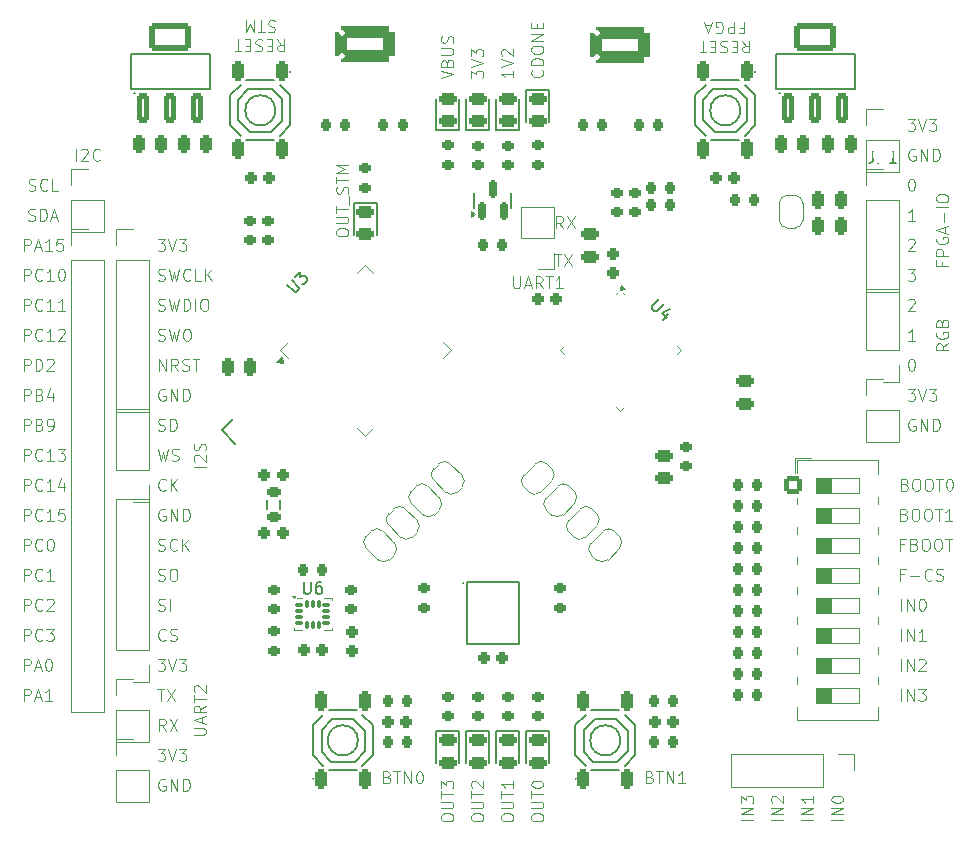
<source format=gbr>
%TF.GenerationSoftware,KiCad,Pcbnew,9.0.4*%
%TF.CreationDate,2025-12-11T19:56:23+01:00*%
%TF.ProjectId,iCEBrainstorm,69434542-7261-4696-9e73-746f726d2e6b,rev?*%
%TF.SameCoordinates,Original*%
%TF.FileFunction,Legend,Top*%
%TF.FilePolarity,Positive*%
%FSLAX46Y46*%
G04 Gerber Fmt 4.6, Leading zero omitted, Abs format (unit mm)*
G04 Created by KiCad (PCBNEW 9.0.4) date 2025-12-11 19:56:23*
%MOMM*%
%LPD*%
G01*
G04 APERTURE LIST*
G04 Aperture macros list*
%AMRoundRect*
0 Rectangle with rounded corners*
0 $1 Rounding radius*
0 $2 $3 $4 $5 $6 $7 $8 $9 X,Y pos of 4 corners*
0 Add a 4 corners polygon primitive as box body*
4,1,4,$2,$3,$4,$5,$6,$7,$8,$9,$2,$3,0*
0 Add four circle primitives for the rounded corners*
1,1,$1+$1,$2,$3*
1,1,$1+$1,$4,$5*
1,1,$1+$1,$6,$7*
1,1,$1+$1,$8,$9*
0 Add four rect primitives between the rounded corners*
20,1,$1+$1,$2,$3,$4,$5,0*
20,1,$1+$1,$4,$5,$6,$7,0*
20,1,$1+$1,$6,$7,$8,$9,0*
20,1,$1+$1,$8,$9,$2,$3,0*%
%AMRotRect*
0 Rectangle, with rotation*
0 The origin of the aperture is its center*
0 $1 length*
0 $2 width*
0 $3 Rotation angle, in degrees counterclockwise*
0 Add horizontal line*
21,1,$1,$2,0,0,$3*%
%AMFreePoly0*
4,1,23,0.500000,-0.750000,0.000000,-0.750000,0.000000,-0.745722,-0.065263,-0.745722,-0.191342,-0.711940,-0.304381,-0.646677,-0.396677,-0.554381,-0.461940,-0.441342,-0.495722,-0.315263,-0.495722,-0.250000,-0.500000,-0.250000,-0.500000,0.250000,-0.495722,0.250000,-0.495722,0.315263,-0.461940,0.441342,-0.396677,0.554381,-0.304381,0.646677,-0.191342,0.711940,-0.065263,0.745722,0.000000,0.745722,
0.000000,0.750000,0.500000,0.750000,0.500000,-0.750000,0.500000,-0.750000,$1*%
%AMFreePoly1*
4,1,23,0.000000,0.745722,0.065263,0.745722,0.191342,0.711940,0.304381,0.646677,0.396677,0.554381,0.461940,0.441342,0.495722,0.315263,0.495722,0.250000,0.500000,0.250000,0.500000,-0.250000,0.495722,-0.250000,0.495722,-0.315263,0.461940,-0.441342,0.396677,-0.554381,0.304381,-0.646677,0.191342,-0.711940,0.065263,-0.745722,0.000000,-0.745722,0.000000,-0.750000,-0.500000,-0.750000,
-0.500000,0.750000,0.000000,0.750000,0.000000,0.745722,0.000000,0.745722,$1*%
G04 Aperture macros list end*
%ADD10C,0.100000*%
%ADD11C,0.150000*%
%ADD12C,0.120000*%
%ADD13C,0.000000*%
%ADD14RoundRect,0.261500X0.476500X-0.261500X0.476500X0.261500X-0.476500X0.261500X-0.476500X-0.261500X0*%
%ADD15RoundRect,0.269000X0.494000X-0.269000X0.494000X0.269000X-0.494000X0.269000X-0.494000X-0.269000X0*%
%ADD16RoundRect,0.219000X0.219000X0.294000X-0.219000X0.294000X-0.219000X-0.294000X0.219000X-0.294000X0*%
%ADD17RoundRect,0.219000X-0.219000X-0.294000X0.219000X-0.294000X0.219000X0.294000X-0.219000X0.294000X0*%
%ADD18O,2.250000X0.630000*%
%ADD19RoundRect,0.244000X0.244000X0.269000X-0.244000X0.269000X-0.244000X-0.269000X0.244000X-0.269000X0*%
%ADD20RoundRect,0.250000X-0.300000X1.000000X-0.300000X-1.000000X0.300000X-1.000000X0.300000X1.000000X0*%
%ADD21C,0.500000*%
%ADD22RoundRect,0.250000X-1.550000X0.920000X-1.550000X-0.920000X1.550000X-0.920000X1.550000X0.920000X0*%
%ADD23RoundRect,0.269000X-0.269000X-0.494000X0.269000X-0.494000X0.269000X0.494000X-0.269000X0.494000X0*%
%ADD24C,5.400000*%
%ADD25RoundRect,0.244000X-0.362746X-0.017678X-0.017678X-0.362746X0.362746X0.017678X0.017678X0.362746X0*%
%ADD26RoundRect,0.261500X-0.476500X0.261500X-0.476500X-0.261500X0.476500X-0.261500X0.476500X0.261500X0*%
%ADD27FreePoly0,270.000000*%
%ADD28FreePoly1,270.000000*%
%ADD29RoundRect,0.219000X0.294000X-0.219000X0.294000X0.219000X-0.294000X0.219000X-0.294000X-0.219000X0*%
%ADD30RoundRect,0.244000X-0.017678X0.362746X-0.362746X0.017678X0.017678X-0.362746X0.362746X-0.017678X0*%
%ADD31RoundRect,0.269000X-0.494000X0.269000X-0.494000X-0.269000X0.494000X-0.269000X0.494000X0.269000X0*%
%ADD32R,1.700000X1.700000*%
%ADD33C,1.700000*%
%ADD34RoundRect,0.219000X-0.294000X0.219000X-0.294000X-0.219000X0.294000X-0.219000X0.294000X0.219000X0*%
%ADD35RoundRect,0.244000X-0.244000X-0.269000X0.244000X-0.269000X0.244000X0.269000X-0.244000X0.269000X0*%
%ADD36RoundRect,0.250000X-0.550000X-0.550000X0.550000X-0.550000X0.550000X0.550000X-0.550000X0.550000X0*%
%ADD37C,1.600000*%
%ADD38RoundRect,0.250000X0.250000X-0.600000X0.250000X0.600000X-0.250000X0.600000X-0.250000X-0.600000X0*%
%ADD39RoundRect,0.244000X0.017678X-0.362746X0.362746X-0.017678X-0.017678X0.362746X-0.362746X0.017678X0*%
%ADD40RoundRect,0.250000X-0.250000X0.600000X-0.250000X-0.600000X0.250000X-0.600000X0.250000X0.600000X0*%
%ADD41RoundRect,0.062500X-0.309359X0.220971X0.220971X-0.309359X0.309359X-0.220971X-0.220971X0.309359X0*%
%ADD42RoundRect,0.062500X-0.309359X-0.220971X-0.220971X-0.309359X0.309359X0.220971X0.220971X0.309359X0*%
%ADD43RotRect,5.600000X5.600000X315.000000*%
%ADD44RoundRect,0.250000X-0.565685X0.070711X0.070711X-0.565685X0.565685X-0.070711X-0.070711X0.565685X0*%
%ADD45RoundRect,0.150000X0.150000X-0.590000X0.150000X0.590000X-0.150000X0.590000X-0.150000X-0.590000X0*%
%ADD46C,0.600000*%
%ADD47R,0.300000X1.400000*%
%ADD48R,0.500000X1.400000*%
%ADD49O,1.300000X2.300000*%
%ADD50O,1.300000X2.100000*%
%ADD51RoundRect,0.500000X2.000000X1.000000X-2.000000X1.000000X-2.000000X-1.000000X2.000000X-1.000000X0*%
%ADD52RoundRect,0.244000X-0.269000X0.244000X-0.269000X-0.244000X0.269000X-0.244000X0.269000X0.244000X0*%
%ADD53FreePoly0,45.000000*%
%ADD54FreePoly1,45.000000*%
%ADD55FreePoly0,315.000000*%
%ADD56FreePoly1,315.000000*%
%ADD57RoundRect,0.244000X0.269000X-0.244000X0.269000X0.244000X-0.269000X0.244000X-0.269000X-0.244000X0*%
%ADD58RoundRect,0.269000X0.269000X0.494000X-0.269000X0.494000X-0.269000X-0.494000X0.269000X-0.494000X0*%
%ADD59RoundRect,0.075000X-0.441942X-0.548008X0.548008X0.441942X0.441942X0.548008X-0.548008X-0.441942X0*%
%ADD60RoundRect,0.075000X0.441942X-0.548008X0.548008X-0.441942X-0.441942X0.548008X-0.548008X0.441942X0*%
%ADD61RoundRect,0.244000X0.362746X0.017678X0.017678X0.362746X-0.362746X-0.017678X-0.017678X-0.362746X0*%
%ADD62RoundRect,0.087500X-0.225000X-0.087500X0.225000X-0.087500X0.225000X0.087500X-0.225000X0.087500X0*%
%ADD63RoundRect,0.087500X-0.087500X-0.225000X0.087500X-0.225000X0.087500X0.225000X-0.087500X0.225000X0*%
%ADD64RoundRect,0.220000X-0.380000X0.220000X-0.380000X-0.220000X0.380000X-0.220000X0.380000X0.220000X0*%
G04 APERTURE END LIST*
D10*
X135511265Y-84642657D02*
X135558884Y-84595038D01*
X135558884Y-84595038D02*
X135654122Y-84547419D01*
X135654122Y-84547419D02*
X135892217Y-84547419D01*
X135892217Y-84547419D02*
X135987455Y-84595038D01*
X135987455Y-84595038D02*
X136035074Y-84642657D01*
X136035074Y-84642657D02*
X136082693Y-84737895D01*
X136082693Y-84737895D02*
X136082693Y-84833133D01*
X136082693Y-84833133D02*
X136035074Y-84975990D01*
X136035074Y-84975990D02*
X135463646Y-85547419D01*
X135463646Y-85547419D02*
X136082693Y-85547419D01*
X129997419Y-128668883D02*
X128997419Y-128668883D01*
X129997419Y-128192693D02*
X128997419Y-128192693D01*
X128997419Y-128192693D02*
X129997419Y-127621265D01*
X129997419Y-127621265D02*
X128997419Y-127621265D01*
X128997419Y-126954598D02*
X128997419Y-126859360D01*
X128997419Y-126859360D02*
X129045038Y-126764122D01*
X129045038Y-126764122D02*
X129092657Y-126716503D01*
X129092657Y-126716503D02*
X129187895Y-126668884D01*
X129187895Y-126668884D02*
X129378371Y-126621265D01*
X129378371Y-126621265D02*
X129616466Y-126621265D01*
X129616466Y-126621265D02*
X129806942Y-126668884D01*
X129806942Y-126668884D02*
X129902180Y-126716503D01*
X129902180Y-126716503D02*
X129949800Y-126764122D01*
X129949800Y-126764122D02*
X129997419Y-126859360D01*
X129997419Y-126859360D02*
X129997419Y-126954598D01*
X129997419Y-126954598D02*
X129949800Y-127049836D01*
X129949800Y-127049836D02*
X129902180Y-127097455D01*
X129902180Y-127097455D02*
X129806942Y-127145074D01*
X129806942Y-127145074D02*
X129616466Y-127192693D01*
X129616466Y-127192693D02*
X129378371Y-127192693D01*
X129378371Y-127192693D02*
X129187895Y-127145074D01*
X129187895Y-127145074D02*
X129092657Y-127097455D01*
X129092657Y-127097455D02*
X129045038Y-127049836D01*
X129045038Y-127049836D02*
X128997419Y-126954598D01*
X72058884Y-90627419D02*
X72058884Y-89627419D01*
X72058884Y-89627419D02*
X72630312Y-90627419D01*
X72630312Y-90627419D02*
X72630312Y-89627419D01*
X73677931Y-90627419D02*
X73344598Y-90151228D01*
X73106503Y-90627419D02*
X73106503Y-89627419D01*
X73106503Y-89627419D02*
X73487455Y-89627419D01*
X73487455Y-89627419D02*
X73582693Y-89675038D01*
X73582693Y-89675038D02*
X73630312Y-89722657D01*
X73630312Y-89722657D02*
X73677931Y-89817895D01*
X73677931Y-89817895D02*
X73677931Y-89960752D01*
X73677931Y-89960752D02*
X73630312Y-90055990D01*
X73630312Y-90055990D02*
X73582693Y-90103609D01*
X73582693Y-90103609D02*
X73487455Y-90151228D01*
X73487455Y-90151228D02*
X73106503Y-90151228D01*
X74058884Y-90579800D02*
X74201741Y-90627419D01*
X74201741Y-90627419D02*
X74439836Y-90627419D01*
X74439836Y-90627419D02*
X74535074Y-90579800D01*
X74535074Y-90579800D02*
X74582693Y-90532180D01*
X74582693Y-90532180D02*
X74630312Y-90436942D01*
X74630312Y-90436942D02*
X74630312Y-90341704D01*
X74630312Y-90341704D02*
X74582693Y-90246466D01*
X74582693Y-90246466D02*
X74535074Y-90198847D01*
X74535074Y-90198847D02*
X74439836Y-90151228D01*
X74439836Y-90151228D02*
X74249360Y-90103609D01*
X74249360Y-90103609D02*
X74154122Y-90055990D01*
X74154122Y-90055990D02*
X74106503Y-90008371D01*
X74106503Y-90008371D02*
X74058884Y-89913133D01*
X74058884Y-89913133D02*
X74058884Y-89817895D01*
X74058884Y-89817895D02*
X74106503Y-89722657D01*
X74106503Y-89722657D02*
X74154122Y-89675038D01*
X74154122Y-89675038D02*
X74249360Y-89627419D01*
X74249360Y-89627419D02*
X74487455Y-89627419D01*
X74487455Y-89627419D02*
X74630312Y-89675038D01*
X74916027Y-89627419D02*
X75487455Y-89627419D01*
X75201741Y-90627419D02*
X75201741Y-89627419D01*
X134923884Y-110947419D02*
X134923884Y-109947419D01*
X135400074Y-110947419D02*
X135400074Y-109947419D01*
X135400074Y-109947419D02*
X135971502Y-110947419D01*
X135971502Y-110947419D02*
X135971502Y-109947419D01*
X136638169Y-109947419D02*
X136733407Y-109947419D01*
X136733407Y-109947419D02*
X136828645Y-109995038D01*
X136828645Y-109995038D02*
X136876264Y-110042657D01*
X136876264Y-110042657D02*
X136923883Y-110137895D01*
X136923883Y-110137895D02*
X136971502Y-110328371D01*
X136971502Y-110328371D02*
X136971502Y-110566466D01*
X136971502Y-110566466D02*
X136923883Y-110756942D01*
X136923883Y-110756942D02*
X136876264Y-110852180D01*
X136876264Y-110852180D02*
X136828645Y-110899800D01*
X136828645Y-110899800D02*
X136733407Y-110947419D01*
X136733407Y-110947419D02*
X136638169Y-110947419D01*
X136638169Y-110947419D02*
X136542931Y-110899800D01*
X136542931Y-110899800D02*
X136495312Y-110852180D01*
X136495312Y-110852180D02*
X136447693Y-110756942D01*
X136447693Y-110756942D02*
X136400074Y-110566466D01*
X136400074Y-110566466D02*
X136400074Y-110328371D01*
X136400074Y-110328371D02*
X136447693Y-110137895D01*
X136447693Y-110137895D02*
X136495312Y-110042657D01*
X136495312Y-110042657D02*
X136542931Y-109995038D01*
X136542931Y-109995038D02*
X136638169Y-109947419D01*
X60628884Y-80467419D02*
X60628884Y-79467419D01*
X60628884Y-79467419D02*
X61009836Y-79467419D01*
X61009836Y-79467419D02*
X61105074Y-79515038D01*
X61105074Y-79515038D02*
X61152693Y-79562657D01*
X61152693Y-79562657D02*
X61200312Y-79657895D01*
X61200312Y-79657895D02*
X61200312Y-79800752D01*
X61200312Y-79800752D02*
X61152693Y-79895990D01*
X61152693Y-79895990D02*
X61105074Y-79943609D01*
X61105074Y-79943609D02*
X61009836Y-79991228D01*
X61009836Y-79991228D02*
X60628884Y-79991228D01*
X61581265Y-80181704D02*
X62057455Y-80181704D01*
X61486027Y-80467419D02*
X61819360Y-79467419D01*
X61819360Y-79467419D02*
X62152693Y-80467419D01*
X63009836Y-80467419D02*
X62438408Y-80467419D01*
X62724122Y-80467419D02*
X62724122Y-79467419D01*
X62724122Y-79467419D02*
X62628884Y-79610276D01*
X62628884Y-79610276D02*
X62533646Y-79705514D01*
X62533646Y-79705514D02*
X62438408Y-79753133D01*
X63914598Y-79467419D02*
X63438408Y-79467419D01*
X63438408Y-79467419D02*
X63390789Y-79943609D01*
X63390789Y-79943609D02*
X63438408Y-79895990D01*
X63438408Y-79895990D02*
X63533646Y-79848371D01*
X63533646Y-79848371D02*
X63771741Y-79848371D01*
X63771741Y-79848371D02*
X63866979Y-79895990D01*
X63866979Y-79895990D02*
X63914598Y-79943609D01*
X63914598Y-79943609D02*
X63962217Y-80038847D01*
X63962217Y-80038847D02*
X63962217Y-80276942D01*
X63962217Y-80276942D02*
X63914598Y-80372180D01*
X63914598Y-80372180D02*
X63866979Y-80419800D01*
X63866979Y-80419800D02*
X63771741Y-80467419D01*
X63771741Y-80467419D02*
X63533646Y-80467419D01*
X63533646Y-80467419D02*
X63438408Y-80419800D01*
X63438408Y-80419800D02*
X63390789Y-80372180D01*
X60628884Y-98247419D02*
X60628884Y-97247419D01*
X60628884Y-97247419D02*
X61009836Y-97247419D01*
X61009836Y-97247419D02*
X61105074Y-97295038D01*
X61105074Y-97295038D02*
X61152693Y-97342657D01*
X61152693Y-97342657D02*
X61200312Y-97437895D01*
X61200312Y-97437895D02*
X61200312Y-97580752D01*
X61200312Y-97580752D02*
X61152693Y-97675990D01*
X61152693Y-97675990D02*
X61105074Y-97723609D01*
X61105074Y-97723609D02*
X61009836Y-97771228D01*
X61009836Y-97771228D02*
X60628884Y-97771228D01*
X62200312Y-98152180D02*
X62152693Y-98199800D01*
X62152693Y-98199800D02*
X62009836Y-98247419D01*
X62009836Y-98247419D02*
X61914598Y-98247419D01*
X61914598Y-98247419D02*
X61771741Y-98199800D01*
X61771741Y-98199800D02*
X61676503Y-98104561D01*
X61676503Y-98104561D02*
X61628884Y-98009323D01*
X61628884Y-98009323D02*
X61581265Y-97818847D01*
X61581265Y-97818847D02*
X61581265Y-97675990D01*
X61581265Y-97675990D02*
X61628884Y-97485514D01*
X61628884Y-97485514D02*
X61676503Y-97390276D01*
X61676503Y-97390276D02*
X61771741Y-97295038D01*
X61771741Y-97295038D02*
X61914598Y-97247419D01*
X61914598Y-97247419D02*
X62009836Y-97247419D01*
X62009836Y-97247419D02*
X62152693Y-97295038D01*
X62152693Y-97295038D02*
X62200312Y-97342657D01*
X63152693Y-98247419D02*
X62581265Y-98247419D01*
X62866979Y-98247419D02*
X62866979Y-97247419D01*
X62866979Y-97247419D02*
X62771741Y-97390276D01*
X62771741Y-97390276D02*
X62676503Y-97485514D01*
X62676503Y-97485514D02*
X62581265Y-97533133D01*
X63486027Y-97247419D02*
X64105074Y-97247419D01*
X64105074Y-97247419D02*
X63771741Y-97628371D01*
X63771741Y-97628371D02*
X63914598Y-97628371D01*
X63914598Y-97628371D02*
X64009836Y-97675990D01*
X64009836Y-97675990D02*
X64057455Y-97723609D01*
X64057455Y-97723609D02*
X64105074Y-97818847D01*
X64105074Y-97818847D02*
X64105074Y-98056942D01*
X64105074Y-98056942D02*
X64057455Y-98152180D01*
X64057455Y-98152180D02*
X64009836Y-98199800D01*
X64009836Y-98199800D02*
X63914598Y-98247419D01*
X63914598Y-98247419D02*
X63628884Y-98247419D01*
X63628884Y-98247419D02*
X63533646Y-98199800D01*
X63533646Y-98199800D02*
X63486027Y-98152180D01*
X102057419Y-65212306D02*
X102057419Y-65783734D01*
X102057419Y-65498020D02*
X101057419Y-65498020D01*
X101057419Y-65498020D02*
X101200276Y-65593258D01*
X101200276Y-65593258D02*
X101295514Y-65688496D01*
X101295514Y-65688496D02*
X101343133Y-65783734D01*
X101057419Y-64926591D02*
X102057419Y-64593258D01*
X102057419Y-64593258D02*
X101057419Y-64259925D01*
X101152657Y-63974210D02*
X101105038Y-63926591D01*
X101105038Y-63926591D02*
X101057419Y-63831353D01*
X101057419Y-63831353D02*
X101057419Y-63593258D01*
X101057419Y-63593258D02*
X101105038Y-63498020D01*
X101105038Y-63498020D02*
X101152657Y-63450401D01*
X101152657Y-63450401D02*
X101247895Y-63402782D01*
X101247895Y-63402782D02*
X101343133Y-63402782D01*
X101343133Y-63402782D02*
X101485990Y-63450401D01*
X101485990Y-63450401D02*
X102057419Y-64021829D01*
X102057419Y-64021829D02*
X102057419Y-63402782D01*
X75022419Y-121451428D02*
X75831942Y-121451428D01*
X75831942Y-121451428D02*
X75927180Y-121403809D01*
X75927180Y-121403809D02*
X75974800Y-121356190D01*
X75974800Y-121356190D02*
X76022419Y-121260952D01*
X76022419Y-121260952D02*
X76022419Y-121070476D01*
X76022419Y-121070476D02*
X75974800Y-120975238D01*
X75974800Y-120975238D02*
X75927180Y-120927619D01*
X75927180Y-120927619D02*
X75831942Y-120880000D01*
X75831942Y-120880000D02*
X75022419Y-120880000D01*
X75736704Y-120451428D02*
X75736704Y-119975238D01*
X76022419Y-120546666D02*
X75022419Y-120213333D01*
X75022419Y-120213333D02*
X76022419Y-119880000D01*
X76022419Y-118975238D02*
X75546228Y-119308571D01*
X76022419Y-119546666D02*
X75022419Y-119546666D01*
X75022419Y-119546666D02*
X75022419Y-119165714D01*
X75022419Y-119165714D02*
X75070038Y-119070476D01*
X75070038Y-119070476D02*
X75117657Y-119022857D01*
X75117657Y-119022857D02*
X75212895Y-118975238D01*
X75212895Y-118975238D02*
X75355752Y-118975238D01*
X75355752Y-118975238D02*
X75450990Y-119022857D01*
X75450990Y-119022857D02*
X75498609Y-119070476D01*
X75498609Y-119070476D02*
X75546228Y-119165714D01*
X75546228Y-119165714D02*
X75546228Y-119546666D01*
X75022419Y-118689523D02*
X75022419Y-118118095D01*
X76022419Y-118403809D02*
X75022419Y-118403809D01*
X75117657Y-117832380D02*
X75070038Y-117784761D01*
X75070038Y-117784761D02*
X75022419Y-117689523D01*
X75022419Y-117689523D02*
X75022419Y-117451428D01*
X75022419Y-117451428D02*
X75070038Y-117356190D01*
X75070038Y-117356190D02*
X75117657Y-117308571D01*
X75117657Y-117308571D02*
X75212895Y-117260952D01*
X75212895Y-117260952D02*
X75308133Y-117260952D01*
X75308133Y-117260952D02*
X75450990Y-117308571D01*
X75450990Y-117308571D02*
X76022419Y-117879999D01*
X76022419Y-117879999D02*
X76022419Y-117260952D01*
X60628884Y-93167419D02*
X60628884Y-92167419D01*
X60628884Y-92167419D02*
X61009836Y-92167419D01*
X61009836Y-92167419D02*
X61105074Y-92215038D01*
X61105074Y-92215038D02*
X61152693Y-92262657D01*
X61152693Y-92262657D02*
X61200312Y-92357895D01*
X61200312Y-92357895D02*
X61200312Y-92500752D01*
X61200312Y-92500752D02*
X61152693Y-92595990D01*
X61152693Y-92595990D02*
X61105074Y-92643609D01*
X61105074Y-92643609D02*
X61009836Y-92691228D01*
X61009836Y-92691228D02*
X60628884Y-92691228D01*
X61962217Y-92643609D02*
X62105074Y-92691228D01*
X62105074Y-92691228D02*
X62152693Y-92738847D01*
X62152693Y-92738847D02*
X62200312Y-92834085D01*
X62200312Y-92834085D02*
X62200312Y-92976942D01*
X62200312Y-92976942D02*
X62152693Y-93072180D01*
X62152693Y-93072180D02*
X62105074Y-93119800D01*
X62105074Y-93119800D02*
X62009836Y-93167419D01*
X62009836Y-93167419D02*
X61628884Y-93167419D01*
X61628884Y-93167419D02*
X61628884Y-92167419D01*
X61628884Y-92167419D02*
X61962217Y-92167419D01*
X61962217Y-92167419D02*
X62057455Y-92215038D01*
X62057455Y-92215038D02*
X62105074Y-92262657D01*
X62105074Y-92262657D02*
X62152693Y-92357895D01*
X62152693Y-92357895D02*
X62152693Y-92453133D01*
X62152693Y-92453133D02*
X62105074Y-92548371D01*
X62105074Y-92548371D02*
X62057455Y-92595990D01*
X62057455Y-92595990D02*
X61962217Y-92643609D01*
X61962217Y-92643609D02*
X61628884Y-92643609D01*
X63057455Y-92500752D02*
X63057455Y-93167419D01*
X62819360Y-92119800D02*
X62581265Y-92834085D01*
X62581265Y-92834085D02*
X63200312Y-92834085D01*
X113625476Y-125028609D02*
X113768333Y-125076228D01*
X113768333Y-125076228D02*
X113815952Y-125123847D01*
X113815952Y-125123847D02*
X113863571Y-125219085D01*
X113863571Y-125219085D02*
X113863571Y-125361942D01*
X113863571Y-125361942D02*
X113815952Y-125457180D01*
X113815952Y-125457180D02*
X113768333Y-125504800D01*
X113768333Y-125504800D02*
X113673095Y-125552419D01*
X113673095Y-125552419D02*
X113292143Y-125552419D01*
X113292143Y-125552419D02*
X113292143Y-124552419D01*
X113292143Y-124552419D02*
X113625476Y-124552419D01*
X113625476Y-124552419D02*
X113720714Y-124600038D01*
X113720714Y-124600038D02*
X113768333Y-124647657D01*
X113768333Y-124647657D02*
X113815952Y-124742895D01*
X113815952Y-124742895D02*
X113815952Y-124838133D01*
X113815952Y-124838133D02*
X113768333Y-124933371D01*
X113768333Y-124933371D02*
X113720714Y-124980990D01*
X113720714Y-124980990D02*
X113625476Y-125028609D01*
X113625476Y-125028609D02*
X113292143Y-125028609D01*
X114149286Y-124552419D02*
X114720714Y-124552419D01*
X114435000Y-125552419D02*
X114435000Y-124552419D01*
X115054048Y-125552419D02*
X115054048Y-124552419D01*
X115054048Y-124552419D02*
X115625476Y-125552419D01*
X115625476Y-125552419D02*
X115625476Y-124552419D01*
X116625476Y-125552419D02*
X116054048Y-125552419D01*
X116339762Y-125552419D02*
X116339762Y-124552419D01*
X116339762Y-124552419D02*
X116244524Y-124695276D01*
X116244524Y-124695276D02*
X116149286Y-124790514D01*
X116149286Y-124790514D02*
X116054048Y-124838133D01*
X138363609Y-81406666D02*
X138363609Y-81739999D01*
X138887419Y-81739999D02*
X137887419Y-81739999D01*
X137887419Y-81739999D02*
X137887419Y-81263809D01*
X138887419Y-80882856D02*
X137887419Y-80882856D01*
X137887419Y-80882856D02*
X137887419Y-80501904D01*
X137887419Y-80501904D02*
X137935038Y-80406666D01*
X137935038Y-80406666D02*
X137982657Y-80359047D01*
X137982657Y-80359047D02*
X138077895Y-80311428D01*
X138077895Y-80311428D02*
X138220752Y-80311428D01*
X138220752Y-80311428D02*
X138315990Y-80359047D01*
X138315990Y-80359047D02*
X138363609Y-80406666D01*
X138363609Y-80406666D02*
X138411228Y-80501904D01*
X138411228Y-80501904D02*
X138411228Y-80882856D01*
X137935038Y-79359047D02*
X137887419Y-79454285D01*
X137887419Y-79454285D02*
X137887419Y-79597142D01*
X137887419Y-79597142D02*
X137935038Y-79739999D01*
X137935038Y-79739999D02*
X138030276Y-79835237D01*
X138030276Y-79835237D02*
X138125514Y-79882856D01*
X138125514Y-79882856D02*
X138315990Y-79930475D01*
X138315990Y-79930475D02*
X138458847Y-79930475D01*
X138458847Y-79930475D02*
X138649323Y-79882856D01*
X138649323Y-79882856D02*
X138744561Y-79835237D01*
X138744561Y-79835237D02*
X138839800Y-79739999D01*
X138839800Y-79739999D02*
X138887419Y-79597142D01*
X138887419Y-79597142D02*
X138887419Y-79501904D01*
X138887419Y-79501904D02*
X138839800Y-79359047D01*
X138839800Y-79359047D02*
X138792180Y-79311428D01*
X138792180Y-79311428D02*
X138458847Y-79311428D01*
X138458847Y-79311428D02*
X138458847Y-79501904D01*
X138601704Y-78930475D02*
X138601704Y-78454285D01*
X138887419Y-79025713D02*
X137887419Y-78692380D01*
X137887419Y-78692380D02*
X138887419Y-78359047D01*
X138506466Y-78025713D02*
X138506466Y-77263809D01*
X138887419Y-76787618D02*
X137887419Y-76787618D01*
X137887419Y-76120952D02*
X137887419Y-75930476D01*
X137887419Y-75930476D02*
X137935038Y-75835238D01*
X137935038Y-75835238D02*
X138030276Y-75740000D01*
X138030276Y-75740000D02*
X138220752Y-75692381D01*
X138220752Y-75692381D02*
X138554085Y-75692381D01*
X138554085Y-75692381D02*
X138744561Y-75740000D01*
X138744561Y-75740000D02*
X138839800Y-75835238D01*
X138839800Y-75835238D02*
X138887419Y-75930476D01*
X138887419Y-75930476D02*
X138887419Y-76120952D01*
X138887419Y-76120952D02*
X138839800Y-76216190D01*
X138839800Y-76216190D02*
X138744561Y-76311428D01*
X138744561Y-76311428D02*
X138554085Y-76359047D01*
X138554085Y-76359047D02*
X138220752Y-76359047D01*
X138220752Y-76359047D02*
X138030276Y-76311428D01*
X138030276Y-76311428D02*
X137935038Y-76216190D01*
X137935038Y-76216190D02*
X137887419Y-76120952D01*
X65063810Y-72847419D02*
X65063810Y-71847419D01*
X65492381Y-71942657D02*
X65540000Y-71895038D01*
X65540000Y-71895038D02*
X65635238Y-71847419D01*
X65635238Y-71847419D02*
X65873333Y-71847419D01*
X65873333Y-71847419D02*
X65968571Y-71895038D01*
X65968571Y-71895038D02*
X66016190Y-71942657D01*
X66016190Y-71942657D02*
X66063809Y-72037895D01*
X66063809Y-72037895D02*
X66063809Y-72133133D01*
X66063809Y-72133133D02*
X66016190Y-72275990D01*
X66016190Y-72275990D02*
X65444762Y-72847419D01*
X65444762Y-72847419D02*
X66063809Y-72847419D01*
X67063809Y-72752180D02*
X67016190Y-72799800D01*
X67016190Y-72799800D02*
X66873333Y-72847419D01*
X66873333Y-72847419D02*
X66778095Y-72847419D01*
X66778095Y-72847419D02*
X66635238Y-72799800D01*
X66635238Y-72799800D02*
X66540000Y-72704561D01*
X66540000Y-72704561D02*
X66492381Y-72609323D01*
X66492381Y-72609323D02*
X66444762Y-72418847D01*
X66444762Y-72418847D02*
X66444762Y-72275990D01*
X66444762Y-72275990D02*
X66492381Y-72085514D01*
X66492381Y-72085514D02*
X66540000Y-71990276D01*
X66540000Y-71990276D02*
X66635238Y-71895038D01*
X66635238Y-71895038D02*
X66778095Y-71847419D01*
X66778095Y-71847419D02*
X66873333Y-71847419D01*
X66873333Y-71847419D02*
X67016190Y-71895038D01*
X67016190Y-71895038D02*
X67063809Y-71942657D01*
X72011265Y-88039800D02*
X72154122Y-88087419D01*
X72154122Y-88087419D02*
X72392217Y-88087419D01*
X72392217Y-88087419D02*
X72487455Y-88039800D01*
X72487455Y-88039800D02*
X72535074Y-87992180D01*
X72535074Y-87992180D02*
X72582693Y-87896942D01*
X72582693Y-87896942D02*
X72582693Y-87801704D01*
X72582693Y-87801704D02*
X72535074Y-87706466D01*
X72535074Y-87706466D02*
X72487455Y-87658847D01*
X72487455Y-87658847D02*
X72392217Y-87611228D01*
X72392217Y-87611228D02*
X72201741Y-87563609D01*
X72201741Y-87563609D02*
X72106503Y-87515990D01*
X72106503Y-87515990D02*
X72058884Y-87468371D01*
X72058884Y-87468371D02*
X72011265Y-87373133D01*
X72011265Y-87373133D02*
X72011265Y-87277895D01*
X72011265Y-87277895D02*
X72058884Y-87182657D01*
X72058884Y-87182657D02*
X72106503Y-87135038D01*
X72106503Y-87135038D02*
X72201741Y-87087419D01*
X72201741Y-87087419D02*
X72439836Y-87087419D01*
X72439836Y-87087419D02*
X72582693Y-87135038D01*
X72916027Y-87087419D02*
X73154122Y-88087419D01*
X73154122Y-88087419D02*
X73344598Y-87373133D01*
X73344598Y-87373133D02*
X73535074Y-88087419D01*
X73535074Y-88087419D02*
X73773170Y-87087419D01*
X74344598Y-87087419D02*
X74535074Y-87087419D01*
X74535074Y-87087419D02*
X74630312Y-87135038D01*
X74630312Y-87135038D02*
X74725550Y-87230276D01*
X74725550Y-87230276D02*
X74773169Y-87420752D01*
X74773169Y-87420752D02*
X74773169Y-87754085D01*
X74773169Y-87754085D02*
X74725550Y-87944561D01*
X74725550Y-87944561D02*
X74630312Y-88039800D01*
X74630312Y-88039800D02*
X74535074Y-88087419D01*
X74535074Y-88087419D02*
X74344598Y-88087419D01*
X74344598Y-88087419D02*
X74249360Y-88039800D01*
X74249360Y-88039800D02*
X74154122Y-87944561D01*
X74154122Y-87944561D02*
X74106503Y-87754085D01*
X74106503Y-87754085D02*
X74106503Y-87420752D01*
X74106503Y-87420752D02*
X74154122Y-87230276D01*
X74154122Y-87230276D02*
X74249360Y-87135038D01*
X74249360Y-87135038D02*
X74344598Y-87087419D01*
X98517419Y-65831353D02*
X98517419Y-65212306D01*
X98517419Y-65212306D02*
X98898371Y-65545639D01*
X98898371Y-65545639D02*
X98898371Y-65402782D01*
X98898371Y-65402782D02*
X98945990Y-65307544D01*
X98945990Y-65307544D02*
X98993609Y-65259925D01*
X98993609Y-65259925D02*
X99088847Y-65212306D01*
X99088847Y-65212306D02*
X99326942Y-65212306D01*
X99326942Y-65212306D02*
X99422180Y-65259925D01*
X99422180Y-65259925D02*
X99469800Y-65307544D01*
X99469800Y-65307544D02*
X99517419Y-65402782D01*
X99517419Y-65402782D02*
X99517419Y-65688496D01*
X99517419Y-65688496D02*
X99469800Y-65783734D01*
X99469800Y-65783734D02*
X99422180Y-65831353D01*
X98517419Y-64926591D02*
X99517419Y-64593258D01*
X99517419Y-64593258D02*
X98517419Y-64259925D01*
X98517419Y-64021829D02*
X98517419Y-63402782D01*
X98517419Y-63402782D02*
X98898371Y-63736115D01*
X98898371Y-63736115D02*
X98898371Y-63593258D01*
X98898371Y-63593258D02*
X98945990Y-63498020D01*
X98945990Y-63498020D02*
X98993609Y-63450401D01*
X98993609Y-63450401D02*
X99088847Y-63402782D01*
X99088847Y-63402782D02*
X99326942Y-63402782D01*
X99326942Y-63402782D02*
X99422180Y-63450401D01*
X99422180Y-63450401D02*
X99469800Y-63498020D01*
X99469800Y-63498020D02*
X99517419Y-63593258D01*
X99517419Y-63593258D02*
X99517419Y-63878972D01*
X99517419Y-63878972D02*
X99469800Y-63974210D01*
X99469800Y-63974210D02*
X99422180Y-64021829D01*
X103597419Y-128541741D02*
X103597419Y-128351265D01*
X103597419Y-128351265D02*
X103645038Y-128256027D01*
X103645038Y-128256027D02*
X103740276Y-128160789D01*
X103740276Y-128160789D02*
X103930752Y-128113170D01*
X103930752Y-128113170D02*
X104264085Y-128113170D01*
X104264085Y-128113170D02*
X104454561Y-128160789D01*
X104454561Y-128160789D02*
X104549800Y-128256027D01*
X104549800Y-128256027D02*
X104597419Y-128351265D01*
X104597419Y-128351265D02*
X104597419Y-128541741D01*
X104597419Y-128541741D02*
X104549800Y-128636979D01*
X104549800Y-128636979D02*
X104454561Y-128732217D01*
X104454561Y-128732217D02*
X104264085Y-128779836D01*
X104264085Y-128779836D02*
X103930752Y-128779836D01*
X103930752Y-128779836D02*
X103740276Y-128732217D01*
X103740276Y-128732217D02*
X103645038Y-128636979D01*
X103645038Y-128636979D02*
X103597419Y-128541741D01*
X103597419Y-127684598D02*
X104406942Y-127684598D01*
X104406942Y-127684598D02*
X104502180Y-127636979D01*
X104502180Y-127636979D02*
X104549800Y-127589360D01*
X104549800Y-127589360D02*
X104597419Y-127494122D01*
X104597419Y-127494122D02*
X104597419Y-127303646D01*
X104597419Y-127303646D02*
X104549800Y-127208408D01*
X104549800Y-127208408D02*
X104502180Y-127160789D01*
X104502180Y-127160789D02*
X104406942Y-127113170D01*
X104406942Y-127113170D02*
X103597419Y-127113170D01*
X103597419Y-126779836D02*
X103597419Y-126208408D01*
X104597419Y-126494122D02*
X103597419Y-126494122D01*
X103597419Y-125684598D02*
X103597419Y-125589360D01*
X103597419Y-125589360D02*
X103645038Y-125494122D01*
X103645038Y-125494122D02*
X103692657Y-125446503D01*
X103692657Y-125446503D02*
X103787895Y-125398884D01*
X103787895Y-125398884D02*
X103978371Y-125351265D01*
X103978371Y-125351265D02*
X104216466Y-125351265D01*
X104216466Y-125351265D02*
X104406942Y-125398884D01*
X104406942Y-125398884D02*
X104502180Y-125446503D01*
X104502180Y-125446503D02*
X104549800Y-125494122D01*
X104549800Y-125494122D02*
X104597419Y-125589360D01*
X104597419Y-125589360D02*
X104597419Y-125684598D01*
X104597419Y-125684598D02*
X104549800Y-125779836D01*
X104549800Y-125779836D02*
X104502180Y-125827455D01*
X104502180Y-125827455D02*
X104406942Y-125875074D01*
X104406942Y-125875074D02*
X104216466Y-125922693D01*
X104216466Y-125922693D02*
X103978371Y-125922693D01*
X103978371Y-125922693D02*
X103787895Y-125875074D01*
X103787895Y-125875074D02*
X103692657Y-125827455D01*
X103692657Y-125827455D02*
X103645038Y-125779836D01*
X103645038Y-125779836D02*
X103597419Y-125684598D01*
X60628884Y-105867419D02*
X60628884Y-104867419D01*
X60628884Y-104867419D02*
X61009836Y-104867419D01*
X61009836Y-104867419D02*
X61105074Y-104915038D01*
X61105074Y-104915038D02*
X61152693Y-104962657D01*
X61152693Y-104962657D02*
X61200312Y-105057895D01*
X61200312Y-105057895D02*
X61200312Y-105200752D01*
X61200312Y-105200752D02*
X61152693Y-105295990D01*
X61152693Y-105295990D02*
X61105074Y-105343609D01*
X61105074Y-105343609D02*
X61009836Y-105391228D01*
X61009836Y-105391228D02*
X60628884Y-105391228D01*
X62200312Y-105772180D02*
X62152693Y-105819800D01*
X62152693Y-105819800D02*
X62009836Y-105867419D01*
X62009836Y-105867419D02*
X61914598Y-105867419D01*
X61914598Y-105867419D02*
X61771741Y-105819800D01*
X61771741Y-105819800D02*
X61676503Y-105724561D01*
X61676503Y-105724561D02*
X61628884Y-105629323D01*
X61628884Y-105629323D02*
X61581265Y-105438847D01*
X61581265Y-105438847D02*
X61581265Y-105295990D01*
X61581265Y-105295990D02*
X61628884Y-105105514D01*
X61628884Y-105105514D02*
X61676503Y-105010276D01*
X61676503Y-105010276D02*
X61771741Y-104915038D01*
X61771741Y-104915038D02*
X61914598Y-104867419D01*
X61914598Y-104867419D02*
X62009836Y-104867419D01*
X62009836Y-104867419D02*
X62152693Y-104915038D01*
X62152693Y-104915038D02*
X62200312Y-104962657D01*
X62819360Y-104867419D02*
X62914598Y-104867419D01*
X62914598Y-104867419D02*
X63009836Y-104915038D01*
X63009836Y-104915038D02*
X63057455Y-104962657D01*
X63057455Y-104962657D02*
X63105074Y-105057895D01*
X63105074Y-105057895D02*
X63152693Y-105248371D01*
X63152693Y-105248371D02*
X63152693Y-105486466D01*
X63152693Y-105486466D02*
X63105074Y-105676942D01*
X63105074Y-105676942D02*
X63057455Y-105772180D01*
X63057455Y-105772180D02*
X63009836Y-105819800D01*
X63009836Y-105819800D02*
X62914598Y-105867419D01*
X62914598Y-105867419D02*
X62819360Y-105867419D01*
X62819360Y-105867419D02*
X62724122Y-105819800D01*
X62724122Y-105819800D02*
X62676503Y-105772180D01*
X62676503Y-105772180D02*
X62628884Y-105676942D01*
X62628884Y-105676942D02*
X62581265Y-105486466D01*
X62581265Y-105486466D02*
X62581265Y-105248371D01*
X62581265Y-105248371D02*
X62628884Y-105057895D01*
X62628884Y-105057895D02*
X62676503Y-104962657D01*
X62676503Y-104962657D02*
X62724122Y-104915038D01*
X62724122Y-104915038D02*
X62819360Y-104867419D01*
X72011265Y-85499800D02*
X72154122Y-85547419D01*
X72154122Y-85547419D02*
X72392217Y-85547419D01*
X72392217Y-85547419D02*
X72487455Y-85499800D01*
X72487455Y-85499800D02*
X72535074Y-85452180D01*
X72535074Y-85452180D02*
X72582693Y-85356942D01*
X72582693Y-85356942D02*
X72582693Y-85261704D01*
X72582693Y-85261704D02*
X72535074Y-85166466D01*
X72535074Y-85166466D02*
X72487455Y-85118847D01*
X72487455Y-85118847D02*
X72392217Y-85071228D01*
X72392217Y-85071228D02*
X72201741Y-85023609D01*
X72201741Y-85023609D02*
X72106503Y-84975990D01*
X72106503Y-84975990D02*
X72058884Y-84928371D01*
X72058884Y-84928371D02*
X72011265Y-84833133D01*
X72011265Y-84833133D02*
X72011265Y-84737895D01*
X72011265Y-84737895D02*
X72058884Y-84642657D01*
X72058884Y-84642657D02*
X72106503Y-84595038D01*
X72106503Y-84595038D02*
X72201741Y-84547419D01*
X72201741Y-84547419D02*
X72439836Y-84547419D01*
X72439836Y-84547419D02*
X72582693Y-84595038D01*
X72916027Y-84547419D02*
X73154122Y-85547419D01*
X73154122Y-85547419D02*
X73344598Y-84833133D01*
X73344598Y-84833133D02*
X73535074Y-85547419D01*
X73535074Y-85547419D02*
X73773170Y-84547419D01*
X74154122Y-85547419D02*
X74154122Y-84547419D01*
X74154122Y-84547419D02*
X74392217Y-84547419D01*
X74392217Y-84547419D02*
X74535074Y-84595038D01*
X74535074Y-84595038D02*
X74630312Y-84690276D01*
X74630312Y-84690276D02*
X74677931Y-84785514D01*
X74677931Y-84785514D02*
X74725550Y-84975990D01*
X74725550Y-84975990D02*
X74725550Y-85118847D01*
X74725550Y-85118847D02*
X74677931Y-85309323D01*
X74677931Y-85309323D02*
X74630312Y-85404561D01*
X74630312Y-85404561D02*
X74535074Y-85499800D01*
X74535074Y-85499800D02*
X74392217Y-85547419D01*
X74392217Y-85547419D02*
X74154122Y-85547419D01*
X75154122Y-85547419D02*
X75154122Y-84547419D01*
X75820788Y-84547419D02*
X76011264Y-84547419D01*
X76011264Y-84547419D02*
X76106502Y-84595038D01*
X76106502Y-84595038D02*
X76201740Y-84690276D01*
X76201740Y-84690276D02*
X76249359Y-84880752D01*
X76249359Y-84880752D02*
X76249359Y-85214085D01*
X76249359Y-85214085D02*
X76201740Y-85404561D01*
X76201740Y-85404561D02*
X76106502Y-85499800D01*
X76106502Y-85499800D02*
X76011264Y-85547419D01*
X76011264Y-85547419D02*
X75820788Y-85547419D01*
X75820788Y-85547419D02*
X75725550Y-85499800D01*
X75725550Y-85499800D02*
X75630312Y-85404561D01*
X75630312Y-85404561D02*
X75582693Y-85214085D01*
X75582693Y-85214085D02*
X75582693Y-84880752D01*
X75582693Y-84880752D02*
X75630312Y-84690276D01*
X75630312Y-84690276D02*
X75725550Y-84595038D01*
X75725550Y-84595038D02*
X75820788Y-84547419D01*
X135172217Y-102791109D02*
X135315074Y-102838728D01*
X135315074Y-102838728D02*
X135362693Y-102886347D01*
X135362693Y-102886347D02*
X135410312Y-102981585D01*
X135410312Y-102981585D02*
X135410312Y-103124442D01*
X135410312Y-103124442D02*
X135362693Y-103219680D01*
X135362693Y-103219680D02*
X135315074Y-103267300D01*
X135315074Y-103267300D02*
X135219836Y-103314919D01*
X135219836Y-103314919D02*
X134838884Y-103314919D01*
X134838884Y-103314919D02*
X134838884Y-102314919D01*
X134838884Y-102314919D02*
X135172217Y-102314919D01*
X135172217Y-102314919D02*
X135267455Y-102362538D01*
X135267455Y-102362538D02*
X135315074Y-102410157D01*
X135315074Y-102410157D02*
X135362693Y-102505395D01*
X135362693Y-102505395D02*
X135362693Y-102600633D01*
X135362693Y-102600633D02*
X135315074Y-102695871D01*
X135315074Y-102695871D02*
X135267455Y-102743490D01*
X135267455Y-102743490D02*
X135172217Y-102791109D01*
X135172217Y-102791109D02*
X134838884Y-102791109D01*
X136029360Y-102314919D02*
X136219836Y-102314919D01*
X136219836Y-102314919D02*
X136315074Y-102362538D01*
X136315074Y-102362538D02*
X136410312Y-102457776D01*
X136410312Y-102457776D02*
X136457931Y-102648252D01*
X136457931Y-102648252D02*
X136457931Y-102981585D01*
X136457931Y-102981585D02*
X136410312Y-103172061D01*
X136410312Y-103172061D02*
X136315074Y-103267300D01*
X136315074Y-103267300D02*
X136219836Y-103314919D01*
X136219836Y-103314919D02*
X136029360Y-103314919D01*
X136029360Y-103314919D02*
X135934122Y-103267300D01*
X135934122Y-103267300D02*
X135838884Y-103172061D01*
X135838884Y-103172061D02*
X135791265Y-102981585D01*
X135791265Y-102981585D02*
X135791265Y-102648252D01*
X135791265Y-102648252D02*
X135838884Y-102457776D01*
X135838884Y-102457776D02*
X135934122Y-102362538D01*
X135934122Y-102362538D02*
X136029360Y-102314919D01*
X137076979Y-102314919D02*
X137267455Y-102314919D01*
X137267455Y-102314919D02*
X137362693Y-102362538D01*
X137362693Y-102362538D02*
X137457931Y-102457776D01*
X137457931Y-102457776D02*
X137505550Y-102648252D01*
X137505550Y-102648252D02*
X137505550Y-102981585D01*
X137505550Y-102981585D02*
X137457931Y-103172061D01*
X137457931Y-103172061D02*
X137362693Y-103267300D01*
X137362693Y-103267300D02*
X137267455Y-103314919D01*
X137267455Y-103314919D02*
X137076979Y-103314919D01*
X137076979Y-103314919D02*
X136981741Y-103267300D01*
X136981741Y-103267300D02*
X136886503Y-103172061D01*
X136886503Y-103172061D02*
X136838884Y-102981585D01*
X136838884Y-102981585D02*
X136838884Y-102648252D01*
X136838884Y-102648252D02*
X136886503Y-102457776D01*
X136886503Y-102457776D02*
X136981741Y-102362538D01*
X136981741Y-102362538D02*
X137076979Y-102314919D01*
X137791265Y-102314919D02*
X138362693Y-102314919D01*
X138076979Y-103314919D02*
X138076979Y-102314919D01*
X139219836Y-103314919D02*
X138648408Y-103314919D01*
X138934122Y-103314919D02*
X138934122Y-102314919D01*
X138934122Y-102314919D02*
X138838884Y-102457776D01*
X138838884Y-102457776D02*
X138743646Y-102553014D01*
X138743646Y-102553014D02*
X138648408Y-102600633D01*
X82097381Y-62577552D02*
X82430714Y-63053743D01*
X82668809Y-62577552D02*
X82668809Y-63577552D01*
X82668809Y-63577552D02*
X82287857Y-63577552D01*
X82287857Y-63577552D02*
X82192619Y-63529933D01*
X82192619Y-63529933D02*
X82145000Y-63482314D01*
X82145000Y-63482314D02*
X82097381Y-63387076D01*
X82097381Y-63387076D02*
X82097381Y-63244219D01*
X82097381Y-63244219D02*
X82145000Y-63148981D01*
X82145000Y-63148981D02*
X82192619Y-63101362D01*
X82192619Y-63101362D02*
X82287857Y-63053743D01*
X82287857Y-63053743D02*
X82668809Y-63053743D01*
X81668809Y-63101362D02*
X81335476Y-63101362D01*
X81192619Y-62577552D02*
X81668809Y-62577552D01*
X81668809Y-62577552D02*
X81668809Y-63577552D01*
X81668809Y-63577552D02*
X81192619Y-63577552D01*
X80811666Y-62625172D02*
X80668809Y-62577552D01*
X80668809Y-62577552D02*
X80430714Y-62577552D01*
X80430714Y-62577552D02*
X80335476Y-62625172D01*
X80335476Y-62625172D02*
X80287857Y-62672791D01*
X80287857Y-62672791D02*
X80240238Y-62768029D01*
X80240238Y-62768029D02*
X80240238Y-62863267D01*
X80240238Y-62863267D02*
X80287857Y-62958505D01*
X80287857Y-62958505D02*
X80335476Y-63006124D01*
X80335476Y-63006124D02*
X80430714Y-63053743D01*
X80430714Y-63053743D02*
X80621190Y-63101362D01*
X80621190Y-63101362D02*
X80716428Y-63148981D01*
X80716428Y-63148981D02*
X80764047Y-63196600D01*
X80764047Y-63196600D02*
X80811666Y-63291838D01*
X80811666Y-63291838D02*
X80811666Y-63387076D01*
X80811666Y-63387076D02*
X80764047Y-63482314D01*
X80764047Y-63482314D02*
X80716428Y-63529933D01*
X80716428Y-63529933D02*
X80621190Y-63577552D01*
X80621190Y-63577552D02*
X80383095Y-63577552D01*
X80383095Y-63577552D02*
X80240238Y-63529933D01*
X79811666Y-63101362D02*
X79478333Y-63101362D01*
X79335476Y-62577552D02*
X79811666Y-62577552D01*
X79811666Y-62577552D02*
X79811666Y-63577552D01*
X79811666Y-63577552D02*
X79335476Y-63577552D01*
X79049761Y-63577552D02*
X78478333Y-63577552D01*
X78764047Y-62577552D02*
X78764047Y-63577552D01*
X81883094Y-61015228D02*
X81740237Y-60967608D01*
X81740237Y-60967608D02*
X81502142Y-60967608D01*
X81502142Y-60967608D02*
X81406904Y-61015228D01*
X81406904Y-61015228D02*
X81359285Y-61062847D01*
X81359285Y-61062847D02*
X81311666Y-61158085D01*
X81311666Y-61158085D02*
X81311666Y-61253323D01*
X81311666Y-61253323D02*
X81359285Y-61348561D01*
X81359285Y-61348561D02*
X81406904Y-61396180D01*
X81406904Y-61396180D02*
X81502142Y-61443799D01*
X81502142Y-61443799D02*
X81692618Y-61491418D01*
X81692618Y-61491418D02*
X81787856Y-61539037D01*
X81787856Y-61539037D02*
X81835475Y-61586656D01*
X81835475Y-61586656D02*
X81883094Y-61681894D01*
X81883094Y-61681894D02*
X81883094Y-61777132D01*
X81883094Y-61777132D02*
X81835475Y-61872370D01*
X81835475Y-61872370D02*
X81787856Y-61919989D01*
X81787856Y-61919989D02*
X81692618Y-61967608D01*
X81692618Y-61967608D02*
X81454523Y-61967608D01*
X81454523Y-61967608D02*
X81311666Y-61919989D01*
X81025951Y-61967608D02*
X80454523Y-61967608D01*
X80740237Y-60967608D02*
X80740237Y-61967608D01*
X80121189Y-60967608D02*
X80121189Y-61967608D01*
X80121189Y-61967608D02*
X79787856Y-61253323D01*
X79787856Y-61253323D02*
X79454523Y-61967608D01*
X79454523Y-61967608D02*
X79454523Y-60967608D01*
X135749360Y-89627419D02*
X135844598Y-89627419D01*
X135844598Y-89627419D02*
X135939836Y-89675038D01*
X135939836Y-89675038D02*
X135987455Y-89722657D01*
X135987455Y-89722657D02*
X136035074Y-89817895D01*
X136035074Y-89817895D02*
X136082693Y-90008371D01*
X136082693Y-90008371D02*
X136082693Y-90246466D01*
X136082693Y-90246466D02*
X136035074Y-90436942D01*
X136035074Y-90436942D02*
X135987455Y-90532180D01*
X135987455Y-90532180D02*
X135939836Y-90579800D01*
X135939836Y-90579800D02*
X135844598Y-90627419D01*
X135844598Y-90627419D02*
X135749360Y-90627419D01*
X135749360Y-90627419D02*
X135654122Y-90579800D01*
X135654122Y-90579800D02*
X135606503Y-90532180D01*
X135606503Y-90532180D02*
X135558884Y-90436942D01*
X135558884Y-90436942D02*
X135511265Y-90246466D01*
X135511265Y-90246466D02*
X135511265Y-90008371D01*
X135511265Y-90008371D02*
X135558884Y-89817895D01*
X135558884Y-89817895D02*
X135606503Y-89722657D01*
X135606503Y-89722657D02*
X135654122Y-89675038D01*
X135654122Y-89675038D02*
X135749360Y-89627419D01*
X135511265Y-79562657D02*
X135558884Y-79515038D01*
X135558884Y-79515038D02*
X135654122Y-79467419D01*
X135654122Y-79467419D02*
X135892217Y-79467419D01*
X135892217Y-79467419D02*
X135987455Y-79515038D01*
X135987455Y-79515038D02*
X136035074Y-79562657D01*
X136035074Y-79562657D02*
X136082693Y-79657895D01*
X136082693Y-79657895D02*
X136082693Y-79753133D01*
X136082693Y-79753133D02*
X136035074Y-79895990D01*
X136035074Y-79895990D02*
X135463646Y-80467419D01*
X135463646Y-80467419D02*
X136082693Y-80467419D01*
X60628884Y-103327419D02*
X60628884Y-102327419D01*
X60628884Y-102327419D02*
X61009836Y-102327419D01*
X61009836Y-102327419D02*
X61105074Y-102375038D01*
X61105074Y-102375038D02*
X61152693Y-102422657D01*
X61152693Y-102422657D02*
X61200312Y-102517895D01*
X61200312Y-102517895D02*
X61200312Y-102660752D01*
X61200312Y-102660752D02*
X61152693Y-102755990D01*
X61152693Y-102755990D02*
X61105074Y-102803609D01*
X61105074Y-102803609D02*
X61009836Y-102851228D01*
X61009836Y-102851228D02*
X60628884Y-102851228D01*
X62200312Y-103232180D02*
X62152693Y-103279800D01*
X62152693Y-103279800D02*
X62009836Y-103327419D01*
X62009836Y-103327419D02*
X61914598Y-103327419D01*
X61914598Y-103327419D02*
X61771741Y-103279800D01*
X61771741Y-103279800D02*
X61676503Y-103184561D01*
X61676503Y-103184561D02*
X61628884Y-103089323D01*
X61628884Y-103089323D02*
X61581265Y-102898847D01*
X61581265Y-102898847D02*
X61581265Y-102755990D01*
X61581265Y-102755990D02*
X61628884Y-102565514D01*
X61628884Y-102565514D02*
X61676503Y-102470276D01*
X61676503Y-102470276D02*
X61771741Y-102375038D01*
X61771741Y-102375038D02*
X61914598Y-102327419D01*
X61914598Y-102327419D02*
X62009836Y-102327419D01*
X62009836Y-102327419D02*
X62152693Y-102375038D01*
X62152693Y-102375038D02*
X62200312Y-102422657D01*
X63152693Y-103327419D02*
X62581265Y-103327419D01*
X62866979Y-103327419D02*
X62866979Y-102327419D01*
X62866979Y-102327419D02*
X62771741Y-102470276D01*
X62771741Y-102470276D02*
X62676503Y-102565514D01*
X62676503Y-102565514D02*
X62581265Y-102613133D01*
X64057455Y-102327419D02*
X63581265Y-102327419D01*
X63581265Y-102327419D02*
X63533646Y-102803609D01*
X63533646Y-102803609D02*
X63581265Y-102755990D01*
X63581265Y-102755990D02*
X63676503Y-102708371D01*
X63676503Y-102708371D02*
X63914598Y-102708371D01*
X63914598Y-102708371D02*
X64009836Y-102755990D01*
X64009836Y-102755990D02*
X64057455Y-102803609D01*
X64057455Y-102803609D02*
X64105074Y-102898847D01*
X64105074Y-102898847D02*
X64105074Y-103136942D01*
X64105074Y-103136942D02*
X64057455Y-103232180D01*
X64057455Y-103232180D02*
X64009836Y-103279800D01*
X64009836Y-103279800D02*
X63914598Y-103327419D01*
X63914598Y-103327419D02*
X63676503Y-103327419D01*
X63676503Y-103327419D02*
X63581265Y-103279800D01*
X63581265Y-103279800D02*
X63533646Y-103232180D01*
X72582693Y-125235038D02*
X72487455Y-125187419D01*
X72487455Y-125187419D02*
X72344598Y-125187419D01*
X72344598Y-125187419D02*
X72201741Y-125235038D01*
X72201741Y-125235038D02*
X72106503Y-125330276D01*
X72106503Y-125330276D02*
X72058884Y-125425514D01*
X72058884Y-125425514D02*
X72011265Y-125615990D01*
X72011265Y-125615990D02*
X72011265Y-125758847D01*
X72011265Y-125758847D02*
X72058884Y-125949323D01*
X72058884Y-125949323D02*
X72106503Y-126044561D01*
X72106503Y-126044561D02*
X72201741Y-126139800D01*
X72201741Y-126139800D02*
X72344598Y-126187419D01*
X72344598Y-126187419D02*
X72439836Y-126187419D01*
X72439836Y-126187419D02*
X72582693Y-126139800D01*
X72582693Y-126139800D02*
X72630312Y-126092180D01*
X72630312Y-126092180D02*
X72630312Y-125758847D01*
X72630312Y-125758847D02*
X72439836Y-125758847D01*
X73058884Y-126187419D02*
X73058884Y-125187419D01*
X73058884Y-125187419D02*
X73630312Y-126187419D01*
X73630312Y-126187419D02*
X73630312Y-125187419D01*
X74106503Y-126187419D02*
X74106503Y-125187419D01*
X74106503Y-125187419D02*
X74344598Y-125187419D01*
X74344598Y-125187419D02*
X74487455Y-125235038D01*
X74487455Y-125235038D02*
X74582693Y-125330276D01*
X74582693Y-125330276D02*
X74630312Y-125425514D01*
X74630312Y-125425514D02*
X74677931Y-125615990D01*
X74677931Y-125615990D02*
X74677931Y-125758847D01*
X74677931Y-125758847D02*
X74630312Y-125949323D01*
X74630312Y-125949323D02*
X74582693Y-126044561D01*
X74582693Y-126044561D02*
X74487455Y-126139800D01*
X74487455Y-126139800D02*
X74344598Y-126187419D01*
X74344598Y-126187419D02*
X74106503Y-126187419D01*
X87087419Y-79009523D02*
X87087419Y-78819047D01*
X87087419Y-78819047D02*
X87135038Y-78723809D01*
X87135038Y-78723809D02*
X87230276Y-78628571D01*
X87230276Y-78628571D02*
X87420752Y-78580952D01*
X87420752Y-78580952D02*
X87754085Y-78580952D01*
X87754085Y-78580952D02*
X87944561Y-78628571D01*
X87944561Y-78628571D02*
X88039800Y-78723809D01*
X88039800Y-78723809D02*
X88087419Y-78819047D01*
X88087419Y-78819047D02*
X88087419Y-79009523D01*
X88087419Y-79009523D02*
X88039800Y-79104761D01*
X88039800Y-79104761D02*
X87944561Y-79199999D01*
X87944561Y-79199999D02*
X87754085Y-79247618D01*
X87754085Y-79247618D02*
X87420752Y-79247618D01*
X87420752Y-79247618D02*
X87230276Y-79199999D01*
X87230276Y-79199999D02*
X87135038Y-79104761D01*
X87135038Y-79104761D02*
X87087419Y-79009523D01*
X87087419Y-78152380D02*
X87896942Y-78152380D01*
X87896942Y-78152380D02*
X87992180Y-78104761D01*
X87992180Y-78104761D02*
X88039800Y-78057142D01*
X88039800Y-78057142D02*
X88087419Y-77961904D01*
X88087419Y-77961904D02*
X88087419Y-77771428D01*
X88087419Y-77771428D02*
X88039800Y-77676190D01*
X88039800Y-77676190D02*
X87992180Y-77628571D01*
X87992180Y-77628571D02*
X87896942Y-77580952D01*
X87896942Y-77580952D02*
X87087419Y-77580952D01*
X87087419Y-77247618D02*
X87087419Y-76676190D01*
X88087419Y-76961904D02*
X87087419Y-76961904D01*
X88182657Y-76580952D02*
X88182657Y-75819047D01*
X88039800Y-75628570D02*
X88087419Y-75485713D01*
X88087419Y-75485713D02*
X88087419Y-75247618D01*
X88087419Y-75247618D02*
X88039800Y-75152380D01*
X88039800Y-75152380D02*
X87992180Y-75104761D01*
X87992180Y-75104761D02*
X87896942Y-75057142D01*
X87896942Y-75057142D02*
X87801704Y-75057142D01*
X87801704Y-75057142D02*
X87706466Y-75104761D01*
X87706466Y-75104761D02*
X87658847Y-75152380D01*
X87658847Y-75152380D02*
X87611228Y-75247618D01*
X87611228Y-75247618D02*
X87563609Y-75438094D01*
X87563609Y-75438094D02*
X87515990Y-75533332D01*
X87515990Y-75533332D02*
X87468371Y-75580951D01*
X87468371Y-75580951D02*
X87373133Y-75628570D01*
X87373133Y-75628570D02*
X87277895Y-75628570D01*
X87277895Y-75628570D02*
X87182657Y-75580951D01*
X87182657Y-75580951D02*
X87135038Y-75533332D01*
X87135038Y-75533332D02*
X87087419Y-75438094D01*
X87087419Y-75438094D02*
X87087419Y-75199999D01*
X87087419Y-75199999D02*
X87135038Y-75057142D01*
X87087419Y-74771427D02*
X87087419Y-74199999D01*
X88087419Y-74485713D02*
X87087419Y-74485713D01*
X88087419Y-73866665D02*
X87087419Y-73866665D01*
X87087419Y-73866665D02*
X87801704Y-73533332D01*
X87801704Y-73533332D02*
X87087419Y-73199999D01*
X87087419Y-73199999D02*
X88087419Y-73199999D01*
X72011265Y-82959800D02*
X72154122Y-83007419D01*
X72154122Y-83007419D02*
X72392217Y-83007419D01*
X72392217Y-83007419D02*
X72487455Y-82959800D01*
X72487455Y-82959800D02*
X72535074Y-82912180D01*
X72535074Y-82912180D02*
X72582693Y-82816942D01*
X72582693Y-82816942D02*
X72582693Y-82721704D01*
X72582693Y-82721704D02*
X72535074Y-82626466D01*
X72535074Y-82626466D02*
X72487455Y-82578847D01*
X72487455Y-82578847D02*
X72392217Y-82531228D01*
X72392217Y-82531228D02*
X72201741Y-82483609D01*
X72201741Y-82483609D02*
X72106503Y-82435990D01*
X72106503Y-82435990D02*
X72058884Y-82388371D01*
X72058884Y-82388371D02*
X72011265Y-82293133D01*
X72011265Y-82293133D02*
X72011265Y-82197895D01*
X72011265Y-82197895D02*
X72058884Y-82102657D01*
X72058884Y-82102657D02*
X72106503Y-82055038D01*
X72106503Y-82055038D02*
X72201741Y-82007419D01*
X72201741Y-82007419D02*
X72439836Y-82007419D01*
X72439836Y-82007419D02*
X72582693Y-82055038D01*
X72916027Y-82007419D02*
X73154122Y-83007419D01*
X73154122Y-83007419D02*
X73344598Y-82293133D01*
X73344598Y-82293133D02*
X73535074Y-83007419D01*
X73535074Y-83007419D02*
X73773170Y-82007419D01*
X74725550Y-82912180D02*
X74677931Y-82959800D01*
X74677931Y-82959800D02*
X74535074Y-83007419D01*
X74535074Y-83007419D02*
X74439836Y-83007419D01*
X74439836Y-83007419D02*
X74296979Y-82959800D01*
X74296979Y-82959800D02*
X74201741Y-82864561D01*
X74201741Y-82864561D02*
X74154122Y-82769323D01*
X74154122Y-82769323D02*
X74106503Y-82578847D01*
X74106503Y-82578847D02*
X74106503Y-82435990D01*
X74106503Y-82435990D02*
X74154122Y-82245514D01*
X74154122Y-82245514D02*
X74201741Y-82150276D01*
X74201741Y-82150276D02*
X74296979Y-82055038D01*
X74296979Y-82055038D02*
X74439836Y-82007419D01*
X74439836Y-82007419D02*
X74535074Y-82007419D01*
X74535074Y-82007419D02*
X74677931Y-82055038D01*
X74677931Y-82055038D02*
X74725550Y-82102657D01*
X75630312Y-83007419D02*
X75154122Y-83007419D01*
X75154122Y-83007419D02*
X75154122Y-82007419D01*
X75963646Y-83007419D02*
X75963646Y-82007419D01*
X76535074Y-83007419D02*
X76106503Y-82435990D01*
X76535074Y-82007419D02*
X75963646Y-82578847D01*
X71963646Y-79467419D02*
X72582693Y-79467419D01*
X72582693Y-79467419D02*
X72249360Y-79848371D01*
X72249360Y-79848371D02*
X72392217Y-79848371D01*
X72392217Y-79848371D02*
X72487455Y-79895990D01*
X72487455Y-79895990D02*
X72535074Y-79943609D01*
X72535074Y-79943609D02*
X72582693Y-80038847D01*
X72582693Y-80038847D02*
X72582693Y-80276942D01*
X72582693Y-80276942D02*
X72535074Y-80372180D01*
X72535074Y-80372180D02*
X72487455Y-80419800D01*
X72487455Y-80419800D02*
X72392217Y-80467419D01*
X72392217Y-80467419D02*
X72106503Y-80467419D01*
X72106503Y-80467419D02*
X72011265Y-80419800D01*
X72011265Y-80419800D02*
X71963646Y-80372180D01*
X72868408Y-79467419D02*
X73201741Y-80467419D01*
X73201741Y-80467419D02*
X73535074Y-79467419D01*
X73773170Y-79467419D02*
X74392217Y-79467419D01*
X74392217Y-79467419D02*
X74058884Y-79848371D01*
X74058884Y-79848371D02*
X74201741Y-79848371D01*
X74201741Y-79848371D02*
X74296979Y-79895990D01*
X74296979Y-79895990D02*
X74344598Y-79943609D01*
X74344598Y-79943609D02*
X74392217Y-80038847D01*
X74392217Y-80038847D02*
X74392217Y-80276942D01*
X74392217Y-80276942D02*
X74344598Y-80372180D01*
X74344598Y-80372180D02*
X74296979Y-80419800D01*
X74296979Y-80419800D02*
X74201741Y-80467419D01*
X74201741Y-80467419D02*
X73916027Y-80467419D01*
X73916027Y-80467419D02*
X73820789Y-80419800D01*
X73820789Y-80419800D02*
X73773170Y-80372180D01*
X60628884Y-88087419D02*
X60628884Y-87087419D01*
X60628884Y-87087419D02*
X61009836Y-87087419D01*
X61009836Y-87087419D02*
X61105074Y-87135038D01*
X61105074Y-87135038D02*
X61152693Y-87182657D01*
X61152693Y-87182657D02*
X61200312Y-87277895D01*
X61200312Y-87277895D02*
X61200312Y-87420752D01*
X61200312Y-87420752D02*
X61152693Y-87515990D01*
X61152693Y-87515990D02*
X61105074Y-87563609D01*
X61105074Y-87563609D02*
X61009836Y-87611228D01*
X61009836Y-87611228D02*
X60628884Y-87611228D01*
X62200312Y-87992180D02*
X62152693Y-88039800D01*
X62152693Y-88039800D02*
X62009836Y-88087419D01*
X62009836Y-88087419D02*
X61914598Y-88087419D01*
X61914598Y-88087419D02*
X61771741Y-88039800D01*
X61771741Y-88039800D02*
X61676503Y-87944561D01*
X61676503Y-87944561D02*
X61628884Y-87849323D01*
X61628884Y-87849323D02*
X61581265Y-87658847D01*
X61581265Y-87658847D02*
X61581265Y-87515990D01*
X61581265Y-87515990D02*
X61628884Y-87325514D01*
X61628884Y-87325514D02*
X61676503Y-87230276D01*
X61676503Y-87230276D02*
X61771741Y-87135038D01*
X61771741Y-87135038D02*
X61914598Y-87087419D01*
X61914598Y-87087419D02*
X62009836Y-87087419D01*
X62009836Y-87087419D02*
X62152693Y-87135038D01*
X62152693Y-87135038D02*
X62200312Y-87182657D01*
X63152693Y-88087419D02*
X62581265Y-88087419D01*
X62866979Y-88087419D02*
X62866979Y-87087419D01*
X62866979Y-87087419D02*
X62771741Y-87230276D01*
X62771741Y-87230276D02*
X62676503Y-87325514D01*
X62676503Y-87325514D02*
X62581265Y-87373133D01*
X63533646Y-87182657D02*
X63581265Y-87135038D01*
X63581265Y-87135038D02*
X63676503Y-87087419D01*
X63676503Y-87087419D02*
X63914598Y-87087419D01*
X63914598Y-87087419D02*
X64009836Y-87135038D01*
X64009836Y-87135038D02*
X64057455Y-87182657D01*
X64057455Y-87182657D02*
X64105074Y-87277895D01*
X64105074Y-87277895D02*
X64105074Y-87373133D01*
X64105074Y-87373133D02*
X64057455Y-87515990D01*
X64057455Y-87515990D02*
X63486027Y-88087419D01*
X63486027Y-88087419D02*
X64105074Y-88087419D01*
X72582693Y-92215038D02*
X72487455Y-92167419D01*
X72487455Y-92167419D02*
X72344598Y-92167419D01*
X72344598Y-92167419D02*
X72201741Y-92215038D01*
X72201741Y-92215038D02*
X72106503Y-92310276D01*
X72106503Y-92310276D02*
X72058884Y-92405514D01*
X72058884Y-92405514D02*
X72011265Y-92595990D01*
X72011265Y-92595990D02*
X72011265Y-92738847D01*
X72011265Y-92738847D02*
X72058884Y-92929323D01*
X72058884Y-92929323D02*
X72106503Y-93024561D01*
X72106503Y-93024561D02*
X72201741Y-93119800D01*
X72201741Y-93119800D02*
X72344598Y-93167419D01*
X72344598Y-93167419D02*
X72439836Y-93167419D01*
X72439836Y-93167419D02*
X72582693Y-93119800D01*
X72582693Y-93119800D02*
X72630312Y-93072180D01*
X72630312Y-93072180D02*
X72630312Y-92738847D01*
X72630312Y-92738847D02*
X72439836Y-92738847D01*
X73058884Y-93167419D02*
X73058884Y-92167419D01*
X73058884Y-92167419D02*
X73630312Y-93167419D01*
X73630312Y-93167419D02*
X73630312Y-92167419D01*
X74106503Y-93167419D02*
X74106503Y-92167419D01*
X74106503Y-92167419D02*
X74344598Y-92167419D01*
X74344598Y-92167419D02*
X74487455Y-92215038D01*
X74487455Y-92215038D02*
X74582693Y-92310276D01*
X74582693Y-92310276D02*
X74630312Y-92405514D01*
X74630312Y-92405514D02*
X74677931Y-92595990D01*
X74677931Y-92595990D02*
X74677931Y-92738847D01*
X74677931Y-92738847D02*
X74630312Y-92929323D01*
X74630312Y-92929323D02*
X74582693Y-93024561D01*
X74582693Y-93024561D02*
X74487455Y-93119800D01*
X74487455Y-93119800D02*
X74344598Y-93167419D01*
X74344598Y-93167419D02*
X74106503Y-93167419D01*
X72582693Y-102375038D02*
X72487455Y-102327419D01*
X72487455Y-102327419D02*
X72344598Y-102327419D01*
X72344598Y-102327419D02*
X72201741Y-102375038D01*
X72201741Y-102375038D02*
X72106503Y-102470276D01*
X72106503Y-102470276D02*
X72058884Y-102565514D01*
X72058884Y-102565514D02*
X72011265Y-102755990D01*
X72011265Y-102755990D02*
X72011265Y-102898847D01*
X72011265Y-102898847D02*
X72058884Y-103089323D01*
X72058884Y-103089323D02*
X72106503Y-103184561D01*
X72106503Y-103184561D02*
X72201741Y-103279800D01*
X72201741Y-103279800D02*
X72344598Y-103327419D01*
X72344598Y-103327419D02*
X72439836Y-103327419D01*
X72439836Y-103327419D02*
X72582693Y-103279800D01*
X72582693Y-103279800D02*
X72630312Y-103232180D01*
X72630312Y-103232180D02*
X72630312Y-102898847D01*
X72630312Y-102898847D02*
X72439836Y-102898847D01*
X73058884Y-103327419D02*
X73058884Y-102327419D01*
X73058884Y-102327419D02*
X73630312Y-103327419D01*
X73630312Y-103327419D02*
X73630312Y-102327419D01*
X74106503Y-103327419D02*
X74106503Y-102327419D01*
X74106503Y-102327419D02*
X74344598Y-102327419D01*
X74344598Y-102327419D02*
X74487455Y-102375038D01*
X74487455Y-102375038D02*
X74582693Y-102470276D01*
X74582693Y-102470276D02*
X74630312Y-102565514D01*
X74630312Y-102565514D02*
X74677931Y-102755990D01*
X74677931Y-102755990D02*
X74677931Y-102898847D01*
X74677931Y-102898847D02*
X74630312Y-103089323D01*
X74630312Y-103089323D02*
X74582693Y-103184561D01*
X74582693Y-103184561D02*
X74487455Y-103279800D01*
X74487455Y-103279800D02*
X74344598Y-103327419D01*
X74344598Y-103327419D02*
X74106503Y-103327419D01*
X76022419Y-98742380D02*
X75022419Y-98742380D01*
X75117657Y-98313809D02*
X75070038Y-98266190D01*
X75070038Y-98266190D02*
X75022419Y-98170952D01*
X75022419Y-98170952D02*
X75022419Y-97932857D01*
X75022419Y-97932857D02*
X75070038Y-97837619D01*
X75070038Y-97837619D02*
X75117657Y-97790000D01*
X75117657Y-97790000D02*
X75212895Y-97742381D01*
X75212895Y-97742381D02*
X75308133Y-97742381D01*
X75308133Y-97742381D02*
X75450990Y-97790000D01*
X75450990Y-97790000D02*
X76022419Y-98361428D01*
X76022419Y-98361428D02*
X76022419Y-97742381D01*
X75974800Y-97361428D02*
X76022419Y-97218571D01*
X76022419Y-97218571D02*
X76022419Y-96980476D01*
X76022419Y-96980476D02*
X75974800Y-96885238D01*
X75974800Y-96885238D02*
X75927180Y-96837619D01*
X75927180Y-96837619D02*
X75831942Y-96790000D01*
X75831942Y-96790000D02*
X75736704Y-96790000D01*
X75736704Y-96790000D02*
X75641466Y-96837619D01*
X75641466Y-96837619D02*
X75593847Y-96885238D01*
X75593847Y-96885238D02*
X75546228Y-96980476D01*
X75546228Y-96980476D02*
X75498609Y-97170952D01*
X75498609Y-97170952D02*
X75450990Y-97266190D01*
X75450990Y-97266190D02*
X75403371Y-97313809D01*
X75403371Y-97313809D02*
X75308133Y-97361428D01*
X75308133Y-97361428D02*
X75212895Y-97361428D01*
X75212895Y-97361428D02*
X75117657Y-97313809D01*
X75117657Y-97313809D02*
X75070038Y-97266190D01*
X75070038Y-97266190D02*
X75022419Y-97170952D01*
X75022419Y-97170952D02*
X75022419Y-96932857D01*
X75022419Y-96932857D02*
X75070038Y-96790000D01*
X135172217Y-105331109D02*
X134838884Y-105331109D01*
X134838884Y-105854919D02*
X134838884Y-104854919D01*
X134838884Y-104854919D02*
X135315074Y-104854919D01*
X136029360Y-105331109D02*
X136172217Y-105378728D01*
X136172217Y-105378728D02*
X136219836Y-105426347D01*
X136219836Y-105426347D02*
X136267455Y-105521585D01*
X136267455Y-105521585D02*
X136267455Y-105664442D01*
X136267455Y-105664442D02*
X136219836Y-105759680D01*
X136219836Y-105759680D02*
X136172217Y-105807300D01*
X136172217Y-105807300D02*
X136076979Y-105854919D01*
X136076979Y-105854919D02*
X135696027Y-105854919D01*
X135696027Y-105854919D02*
X135696027Y-104854919D01*
X135696027Y-104854919D02*
X136029360Y-104854919D01*
X136029360Y-104854919D02*
X136124598Y-104902538D01*
X136124598Y-104902538D02*
X136172217Y-104950157D01*
X136172217Y-104950157D02*
X136219836Y-105045395D01*
X136219836Y-105045395D02*
X136219836Y-105140633D01*
X136219836Y-105140633D02*
X136172217Y-105235871D01*
X136172217Y-105235871D02*
X136124598Y-105283490D01*
X136124598Y-105283490D02*
X136029360Y-105331109D01*
X136029360Y-105331109D02*
X135696027Y-105331109D01*
X136886503Y-104854919D02*
X137076979Y-104854919D01*
X137076979Y-104854919D02*
X137172217Y-104902538D01*
X137172217Y-104902538D02*
X137267455Y-104997776D01*
X137267455Y-104997776D02*
X137315074Y-105188252D01*
X137315074Y-105188252D02*
X137315074Y-105521585D01*
X137315074Y-105521585D02*
X137267455Y-105712061D01*
X137267455Y-105712061D02*
X137172217Y-105807300D01*
X137172217Y-105807300D02*
X137076979Y-105854919D01*
X137076979Y-105854919D02*
X136886503Y-105854919D01*
X136886503Y-105854919D02*
X136791265Y-105807300D01*
X136791265Y-105807300D02*
X136696027Y-105712061D01*
X136696027Y-105712061D02*
X136648408Y-105521585D01*
X136648408Y-105521585D02*
X136648408Y-105188252D01*
X136648408Y-105188252D02*
X136696027Y-104997776D01*
X136696027Y-104997776D02*
X136791265Y-104902538D01*
X136791265Y-104902538D02*
X136886503Y-104854919D01*
X137934122Y-104854919D02*
X138124598Y-104854919D01*
X138124598Y-104854919D02*
X138219836Y-104902538D01*
X138219836Y-104902538D02*
X138315074Y-104997776D01*
X138315074Y-104997776D02*
X138362693Y-105188252D01*
X138362693Y-105188252D02*
X138362693Y-105521585D01*
X138362693Y-105521585D02*
X138315074Y-105712061D01*
X138315074Y-105712061D02*
X138219836Y-105807300D01*
X138219836Y-105807300D02*
X138124598Y-105854919D01*
X138124598Y-105854919D02*
X137934122Y-105854919D01*
X137934122Y-105854919D02*
X137838884Y-105807300D01*
X137838884Y-105807300D02*
X137743646Y-105712061D01*
X137743646Y-105712061D02*
X137696027Y-105521585D01*
X137696027Y-105521585D02*
X137696027Y-105188252D01*
X137696027Y-105188252D02*
X137743646Y-104997776D01*
X137743646Y-104997776D02*
X137838884Y-104902538D01*
X137838884Y-104902538D02*
X137934122Y-104854919D01*
X138648408Y-104854919D02*
X139219836Y-104854919D01*
X138934122Y-105854919D02*
X138934122Y-104854919D01*
X102068571Y-82642419D02*
X102068571Y-83451942D01*
X102068571Y-83451942D02*
X102116190Y-83547180D01*
X102116190Y-83547180D02*
X102163809Y-83594800D01*
X102163809Y-83594800D02*
X102259047Y-83642419D01*
X102259047Y-83642419D02*
X102449523Y-83642419D01*
X102449523Y-83642419D02*
X102544761Y-83594800D01*
X102544761Y-83594800D02*
X102592380Y-83547180D01*
X102592380Y-83547180D02*
X102639999Y-83451942D01*
X102639999Y-83451942D02*
X102639999Y-82642419D01*
X103068571Y-83356704D02*
X103544761Y-83356704D01*
X102973333Y-83642419D02*
X103306666Y-82642419D01*
X103306666Y-82642419D02*
X103639999Y-83642419D01*
X104544761Y-83642419D02*
X104211428Y-83166228D01*
X103973333Y-83642419D02*
X103973333Y-82642419D01*
X103973333Y-82642419D02*
X104354285Y-82642419D01*
X104354285Y-82642419D02*
X104449523Y-82690038D01*
X104449523Y-82690038D02*
X104497142Y-82737657D01*
X104497142Y-82737657D02*
X104544761Y-82832895D01*
X104544761Y-82832895D02*
X104544761Y-82975752D01*
X104544761Y-82975752D02*
X104497142Y-83070990D01*
X104497142Y-83070990D02*
X104449523Y-83118609D01*
X104449523Y-83118609D02*
X104354285Y-83166228D01*
X104354285Y-83166228D02*
X103973333Y-83166228D01*
X104830476Y-82642419D02*
X105401904Y-82642419D01*
X105116190Y-83642419D02*
X105116190Y-82642419D01*
X106259047Y-83642419D02*
X105687619Y-83642419D01*
X105973333Y-83642419D02*
X105973333Y-82642419D01*
X105973333Y-82642419D02*
X105878095Y-82785276D01*
X105878095Y-82785276D02*
X105782857Y-82880514D01*
X105782857Y-82880514D02*
X105687619Y-82928133D01*
X60628884Y-83007419D02*
X60628884Y-82007419D01*
X60628884Y-82007419D02*
X61009836Y-82007419D01*
X61009836Y-82007419D02*
X61105074Y-82055038D01*
X61105074Y-82055038D02*
X61152693Y-82102657D01*
X61152693Y-82102657D02*
X61200312Y-82197895D01*
X61200312Y-82197895D02*
X61200312Y-82340752D01*
X61200312Y-82340752D02*
X61152693Y-82435990D01*
X61152693Y-82435990D02*
X61105074Y-82483609D01*
X61105074Y-82483609D02*
X61009836Y-82531228D01*
X61009836Y-82531228D02*
X60628884Y-82531228D01*
X62200312Y-82912180D02*
X62152693Y-82959800D01*
X62152693Y-82959800D02*
X62009836Y-83007419D01*
X62009836Y-83007419D02*
X61914598Y-83007419D01*
X61914598Y-83007419D02*
X61771741Y-82959800D01*
X61771741Y-82959800D02*
X61676503Y-82864561D01*
X61676503Y-82864561D02*
X61628884Y-82769323D01*
X61628884Y-82769323D02*
X61581265Y-82578847D01*
X61581265Y-82578847D02*
X61581265Y-82435990D01*
X61581265Y-82435990D02*
X61628884Y-82245514D01*
X61628884Y-82245514D02*
X61676503Y-82150276D01*
X61676503Y-82150276D02*
X61771741Y-82055038D01*
X61771741Y-82055038D02*
X61914598Y-82007419D01*
X61914598Y-82007419D02*
X62009836Y-82007419D01*
X62009836Y-82007419D02*
X62152693Y-82055038D01*
X62152693Y-82055038D02*
X62200312Y-82102657D01*
X63152693Y-83007419D02*
X62581265Y-83007419D01*
X62866979Y-83007419D02*
X62866979Y-82007419D01*
X62866979Y-82007419D02*
X62771741Y-82150276D01*
X62771741Y-82150276D02*
X62676503Y-82245514D01*
X62676503Y-82245514D02*
X62581265Y-82293133D01*
X63771741Y-82007419D02*
X63866979Y-82007419D01*
X63866979Y-82007419D02*
X63962217Y-82055038D01*
X63962217Y-82055038D02*
X64009836Y-82102657D01*
X64009836Y-82102657D02*
X64057455Y-82197895D01*
X64057455Y-82197895D02*
X64105074Y-82388371D01*
X64105074Y-82388371D02*
X64105074Y-82626466D01*
X64105074Y-82626466D02*
X64057455Y-82816942D01*
X64057455Y-82816942D02*
X64009836Y-82912180D01*
X64009836Y-82912180D02*
X63962217Y-82959800D01*
X63962217Y-82959800D02*
X63866979Y-83007419D01*
X63866979Y-83007419D02*
X63771741Y-83007419D01*
X63771741Y-83007419D02*
X63676503Y-82959800D01*
X63676503Y-82959800D02*
X63628884Y-82912180D01*
X63628884Y-82912180D02*
X63581265Y-82816942D01*
X63581265Y-82816942D02*
X63533646Y-82626466D01*
X63533646Y-82626466D02*
X63533646Y-82388371D01*
X63533646Y-82388371D02*
X63581265Y-82197895D01*
X63581265Y-82197895D02*
X63628884Y-82102657D01*
X63628884Y-82102657D02*
X63676503Y-82055038D01*
X63676503Y-82055038D02*
X63771741Y-82007419D01*
X135749360Y-74387419D02*
X135844598Y-74387419D01*
X135844598Y-74387419D02*
X135939836Y-74435038D01*
X135939836Y-74435038D02*
X135987455Y-74482657D01*
X135987455Y-74482657D02*
X136035074Y-74577895D01*
X136035074Y-74577895D02*
X136082693Y-74768371D01*
X136082693Y-74768371D02*
X136082693Y-75006466D01*
X136082693Y-75006466D02*
X136035074Y-75196942D01*
X136035074Y-75196942D02*
X135987455Y-75292180D01*
X135987455Y-75292180D02*
X135939836Y-75339800D01*
X135939836Y-75339800D02*
X135844598Y-75387419D01*
X135844598Y-75387419D02*
X135749360Y-75387419D01*
X135749360Y-75387419D02*
X135654122Y-75339800D01*
X135654122Y-75339800D02*
X135606503Y-75292180D01*
X135606503Y-75292180D02*
X135558884Y-75196942D01*
X135558884Y-75196942D02*
X135511265Y-75006466D01*
X135511265Y-75006466D02*
X135511265Y-74768371D01*
X135511265Y-74768371D02*
X135558884Y-74577895D01*
X135558884Y-74577895D02*
X135606503Y-74482657D01*
X135606503Y-74482657D02*
X135654122Y-74435038D01*
X135654122Y-74435038D02*
X135749360Y-74387419D01*
X60628884Y-85547419D02*
X60628884Y-84547419D01*
X60628884Y-84547419D02*
X61009836Y-84547419D01*
X61009836Y-84547419D02*
X61105074Y-84595038D01*
X61105074Y-84595038D02*
X61152693Y-84642657D01*
X61152693Y-84642657D02*
X61200312Y-84737895D01*
X61200312Y-84737895D02*
X61200312Y-84880752D01*
X61200312Y-84880752D02*
X61152693Y-84975990D01*
X61152693Y-84975990D02*
X61105074Y-85023609D01*
X61105074Y-85023609D02*
X61009836Y-85071228D01*
X61009836Y-85071228D02*
X60628884Y-85071228D01*
X62200312Y-85452180D02*
X62152693Y-85499800D01*
X62152693Y-85499800D02*
X62009836Y-85547419D01*
X62009836Y-85547419D02*
X61914598Y-85547419D01*
X61914598Y-85547419D02*
X61771741Y-85499800D01*
X61771741Y-85499800D02*
X61676503Y-85404561D01*
X61676503Y-85404561D02*
X61628884Y-85309323D01*
X61628884Y-85309323D02*
X61581265Y-85118847D01*
X61581265Y-85118847D02*
X61581265Y-84975990D01*
X61581265Y-84975990D02*
X61628884Y-84785514D01*
X61628884Y-84785514D02*
X61676503Y-84690276D01*
X61676503Y-84690276D02*
X61771741Y-84595038D01*
X61771741Y-84595038D02*
X61914598Y-84547419D01*
X61914598Y-84547419D02*
X62009836Y-84547419D01*
X62009836Y-84547419D02*
X62152693Y-84595038D01*
X62152693Y-84595038D02*
X62200312Y-84642657D01*
X63152693Y-85547419D02*
X62581265Y-85547419D01*
X62866979Y-85547419D02*
X62866979Y-84547419D01*
X62866979Y-84547419D02*
X62771741Y-84690276D01*
X62771741Y-84690276D02*
X62676503Y-84785514D01*
X62676503Y-84785514D02*
X62581265Y-84833133D01*
X64105074Y-85547419D02*
X63533646Y-85547419D01*
X63819360Y-85547419D02*
X63819360Y-84547419D01*
X63819360Y-84547419D02*
X63724122Y-84690276D01*
X63724122Y-84690276D02*
X63628884Y-84785514D01*
X63628884Y-84785514D02*
X63533646Y-84833133D01*
X106285312Y-78562419D02*
X105951979Y-78086228D01*
X105713884Y-78562419D02*
X105713884Y-77562419D01*
X105713884Y-77562419D02*
X106094836Y-77562419D01*
X106094836Y-77562419D02*
X106190074Y-77610038D01*
X106190074Y-77610038D02*
X106237693Y-77657657D01*
X106237693Y-77657657D02*
X106285312Y-77752895D01*
X106285312Y-77752895D02*
X106285312Y-77895752D01*
X106285312Y-77895752D02*
X106237693Y-77990990D01*
X106237693Y-77990990D02*
X106190074Y-78038609D01*
X106190074Y-78038609D02*
X106094836Y-78086228D01*
X106094836Y-78086228D02*
X105713884Y-78086228D01*
X106618646Y-77562419D02*
X107285312Y-78562419D01*
X107285312Y-77562419D02*
X106618646Y-78562419D01*
X91400476Y-125028609D02*
X91543333Y-125076228D01*
X91543333Y-125076228D02*
X91590952Y-125123847D01*
X91590952Y-125123847D02*
X91638571Y-125219085D01*
X91638571Y-125219085D02*
X91638571Y-125361942D01*
X91638571Y-125361942D02*
X91590952Y-125457180D01*
X91590952Y-125457180D02*
X91543333Y-125504800D01*
X91543333Y-125504800D02*
X91448095Y-125552419D01*
X91448095Y-125552419D02*
X91067143Y-125552419D01*
X91067143Y-125552419D02*
X91067143Y-124552419D01*
X91067143Y-124552419D02*
X91400476Y-124552419D01*
X91400476Y-124552419D02*
X91495714Y-124600038D01*
X91495714Y-124600038D02*
X91543333Y-124647657D01*
X91543333Y-124647657D02*
X91590952Y-124742895D01*
X91590952Y-124742895D02*
X91590952Y-124838133D01*
X91590952Y-124838133D02*
X91543333Y-124933371D01*
X91543333Y-124933371D02*
X91495714Y-124980990D01*
X91495714Y-124980990D02*
X91400476Y-125028609D01*
X91400476Y-125028609D02*
X91067143Y-125028609D01*
X91924286Y-124552419D02*
X92495714Y-124552419D01*
X92210000Y-125552419D02*
X92210000Y-124552419D01*
X92829048Y-125552419D02*
X92829048Y-124552419D01*
X92829048Y-124552419D02*
X93400476Y-125552419D01*
X93400476Y-125552419D02*
X93400476Y-124552419D01*
X94067143Y-124552419D02*
X94162381Y-124552419D01*
X94162381Y-124552419D02*
X94257619Y-124600038D01*
X94257619Y-124600038D02*
X94305238Y-124647657D01*
X94305238Y-124647657D02*
X94352857Y-124742895D01*
X94352857Y-124742895D02*
X94400476Y-124933371D01*
X94400476Y-124933371D02*
X94400476Y-125171466D01*
X94400476Y-125171466D02*
X94352857Y-125361942D01*
X94352857Y-125361942D02*
X94305238Y-125457180D01*
X94305238Y-125457180D02*
X94257619Y-125504800D01*
X94257619Y-125504800D02*
X94162381Y-125552419D01*
X94162381Y-125552419D02*
X94067143Y-125552419D01*
X94067143Y-125552419D02*
X93971905Y-125504800D01*
X93971905Y-125504800D02*
X93924286Y-125457180D01*
X93924286Y-125457180D02*
X93876667Y-125361942D01*
X93876667Y-125361942D02*
X93829048Y-125171466D01*
X93829048Y-125171466D02*
X93829048Y-124933371D01*
X93829048Y-124933371D02*
X93876667Y-124742895D01*
X93876667Y-124742895D02*
X93924286Y-124647657D01*
X93924286Y-124647657D02*
X93971905Y-124600038D01*
X93971905Y-124600038D02*
X94067143Y-124552419D01*
X95977419Y-65878972D02*
X96977419Y-65545639D01*
X96977419Y-65545639D02*
X95977419Y-65212306D01*
X96453609Y-64545639D02*
X96501228Y-64402782D01*
X96501228Y-64402782D02*
X96548847Y-64355163D01*
X96548847Y-64355163D02*
X96644085Y-64307544D01*
X96644085Y-64307544D02*
X96786942Y-64307544D01*
X96786942Y-64307544D02*
X96882180Y-64355163D01*
X96882180Y-64355163D02*
X96929800Y-64402782D01*
X96929800Y-64402782D02*
X96977419Y-64498020D01*
X96977419Y-64498020D02*
X96977419Y-64878972D01*
X96977419Y-64878972D02*
X95977419Y-64878972D01*
X95977419Y-64878972D02*
X95977419Y-64545639D01*
X95977419Y-64545639D02*
X96025038Y-64450401D01*
X96025038Y-64450401D02*
X96072657Y-64402782D01*
X96072657Y-64402782D02*
X96167895Y-64355163D01*
X96167895Y-64355163D02*
X96263133Y-64355163D01*
X96263133Y-64355163D02*
X96358371Y-64402782D01*
X96358371Y-64402782D02*
X96405990Y-64450401D01*
X96405990Y-64450401D02*
X96453609Y-64545639D01*
X96453609Y-64545639D02*
X96453609Y-64878972D01*
X95977419Y-63878972D02*
X96786942Y-63878972D01*
X96786942Y-63878972D02*
X96882180Y-63831353D01*
X96882180Y-63831353D02*
X96929800Y-63783734D01*
X96929800Y-63783734D02*
X96977419Y-63688496D01*
X96977419Y-63688496D02*
X96977419Y-63498020D01*
X96977419Y-63498020D02*
X96929800Y-63402782D01*
X96929800Y-63402782D02*
X96882180Y-63355163D01*
X96882180Y-63355163D02*
X96786942Y-63307544D01*
X96786942Y-63307544D02*
X95977419Y-63307544D01*
X96929800Y-62878972D02*
X96977419Y-62736115D01*
X96977419Y-62736115D02*
X96977419Y-62498020D01*
X96977419Y-62498020D02*
X96929800Y-62402782D01*
X96929800Y-62402782D02*
X96882180Y-62355163D01*
X96882180Y-62355163D02*
X96786942Y-62307544D01*
X96786942Y-62307544D02*
X96691704Y-62307544D01*
X96691704Y-62307544D02*
X96596466Y-62355163D01*
X96596466Y-62355163D02*
X96548847Y-62402782D01*
X96548847Y-62402782D02*
X96501228Y-62498020D01*
X96501228Y-62498020D02*
X96453609Y-62688496D01*
X96453609Y-62688496D02*
X96405990Y-62783734D01*
X96405990Y-62783734D02*
X96358371Y-62831353D01*
X96358371Y-62831353D02*
X96263133Y-62878972D01*
X96263133Y-62878972D02*
X96167895Y-62878972D01*
X96167895Y-62878972D02*
X96072657Y-62831353D01*
X96072657Y-62831353D02*
X96025038Y-62783734D01*
X96025038Y-62783734D02*
X95977419Y-62688496D01*
X95977419Y-62688496D02*
X95977419Y-62450401D01*
X95977419Y-62450401D02*
X96025038Y-62307544D01*
X61039524Y-75339800D02*
X61182381Y-75387419D01*
X61182381Y-75387419D02*
X61420476Y-75387419D01*
X61420476Y-75387419D02*
X61515714Y-75339800D01*
X61515714Y-75339800D02*
X61563333Y-75292180D01*
X61563333Y-75292180D02*
X61610952Y-75196942D01*
X61610952Y-75196942D02*
X61610952Y-75101704D01*
X61610952Y-75101704D02*
X61563333Y-75006466D01*
X61563333Y-75006466D02*
X61515714Y-74958847D01*
X61515714Y-74958847D02*
X61420476Y-74911228D01*
X61420476Y-74911228D02*
X61230000Y-74863609D01*
X61230000Y-74863609D02*
X61134762Y-74815990D01*
X61134762Y-74815990D02*
X61087143Y-74768371D01*
X61087143Y-74768371D02*
X61039524Y-74673133D01*
X61039524Y-74673133D02*
X61039524Y-74577895D01*
X61039524Y-74577895D02*
X61087143Y-74482657D01*
X61087143Y-74482657D02*
X61134762Y-74435038D01*
X61134762Y-74435038D02*
X61230000Y-74387419D01*
X61230000Y-74387419D02*
X61468095Y-74387419D01*
X61468095Y-74387419D02*
X61610952Y-74435038D01*
X62610952Y-75292180D02*
X62563333Y-75339800D01*
X62563333Y-75339800D02*
X62420476Y-75387419D01*
X62420476Y-75387419D02*
X62325238Y-75387419D01*
X62325238Y-75387419D02*
X62182381Y-75339800D01*
X62182381Y-75339800D02*
X62087143Y-75244561D01*
X62087143Y-75244561D02*
X62039524Y-75149323D01*
X62039524Y-75149323D02*
X61991905Y-74958847D01*
X61991905Y-74958847D02*
X61991905Y-74815990D01*
X61991905Y-74815990D02*
X62039524Y-74625514D01*
X62039524Y-74625514D02*
X62087143Y-74530276D01*
X62087143Y-74530276D02*
X62182381Y-74435038D01*
X62182381Y-74435038D02*
X62325238Y-74387419D01*
X62325238Y-74387419D02*
X62420476Y-74387419D01*
X62420476Y-74387419D02*
X62563333Y-74435038D01*
X62563333Y-74435038D02*
X62610952Y-74482657D01*
X63515714Y-75387419D02*
X63039524Y-75387419D01*
X63039524Y-75387419D02*
X63039524Y-74387419D01*
X105571027Y-80737419D02*
X106142455Y-80737419D01*
X105856741Y-81737419D02*
X105856741Y-80737419D01*
X106380551Y-80737419D02*
X107047217Y-81737419D01*
X107047217Y-80737419D02*
X106380551Y-81737419D01*
X72630312Y-100692180D02*
X72582693Y-100739800D01*
X72582693Y-100739800D02*
X72439836Y-100787419D01*
X72439836Y-100787419D02*
X72344598Y-100787419D01*
X72344598Y-100787419D02*
X72201741Y-100739800D01*
X72201741Y-100739800D02*
X72106503Y-100644561D01*
X72106503Y-100644561D02*
X72058884Y-100549323D01*
X72058884Y-100549323D02*
X72011265Y-100358847D01*
X72011265Y-100358847D02*
X72011265Y-100215990D01*
X72011265Y-100215990D02*
X72058884Y-100025514D01*
X72058884Y-100025514D02*
X72106503Y-99930276D01*
X72106503Y-99930276D02*
X72201741Y-99835038D01*
X72201741Y-99835038D02*
X72344598Y-99787419D01*
X72344598Y-99787419D02*
X72439836Y-99787419D01*
X72439836Y-99787419D02*
X72582693Y-99835038D01*
X72582693Y-99835038D02*
X72630312Y-99882657D01*
X73058884Y-100787419D02*
X73058884Y-99787419D01*
X73630312Y-100787419D02*
X73201741Y-100215990D01*
X73630312Y-99787419D02*
X73058884Y-100358847D01*
X60628884Y-113487419D02*
X60628884Y-112487419D01*
X60628884Y-112487419D02*
X61009836Y-112487419D01*
X61009836Y-112487419D02*
X61105074Y-112535038D01*
X61105074Y-112535038D02*
X61152693Y-112582657D01*
X61152693Y-112582657D02*
X61200312Y-112677895D01*
X61200312Y-112677895D02*
X61200312Y-112820752D01*
X61200312Y-112820752D02*
X61152693Y-112915990D01*
X61152693Y-112915990D02*
X61105074Y-112963609D01*
X61105074Y-112963609D02*
X61009836Y-113011228D01*
X61009836Y-113011228D02*
X60628884Y-113011228D01*
X62200312Y-113392180D02*
X62152693Y-113439800D01*
X62152693Y-113439800D02*
X62009836Y-113487419D01*
X62009836Y-113487419D02*
X61914598Y-113487419D01*
X61914598Y-113487419D02*
X61771741Y-113439800D01*
X61771741Y-113439800D02*
X61676503Y-113344561D01*
X61676503Y-113344561D02*
X61628884Y-113249323D01*
X61628884Y-113249323D02*
X61581265Y-113058847D01*
X61581265Y-113058847D02*
X61581265Y-112915990D01*
X61581265Y-112915990D02*
X61628884Y-112725514D01*
X61628884Y-112725514D02*
X61676503Y-112630276D01*
X61676503Y-112630276D02*
X61771741Y-112535038D01*
X61771741Y-112535038D02*
X61914598Y-112487419D01*
X61914598Y-112487419D02*
X62009836Y-112487419D01*
X62009836Y-112487419D02*
X62152693Y-112535038D01*
X62152693Y-112535038D02*
X62200312Y-112582657D01*
X62533646Y-112487419D02*
X63152693Y-112487419D01*
X63152693Y-112487419D02*
X62819360Y-112868371D01*
X62819360Y-112868371D02*
X62962217Y-112868371D01*
X62962217Y-112868371D02*
X63057455Y-112915990D01*
X63057455Y-112915990D02*
X63105074Y-112963609D01*
X63105074Y-112963609D02*
X63152693Y-113058847D01*
X63152693Y-113058847D02*
X63152693Y-113296942D01*
X63152693Y-113296942D02*
X63105074Y-113392180D01*
X63105074Y-113392180D02*
X63057455Y-113439800D01*
X63057455Y-113439800D02*
X62962217Y-113487419D01*
X62962217Y-113487419D02*
X62676503Y-113487419D01*
X62676503Y-113487419D02*
X62581265Y-113439800D01*
X62581265Y-113439800D02*
X62533646Y-113392180D01*
X72011265Y-105819800D02*
X72154122Y-105867419D01*
X72154122Y-105867419D02*
X72392217Y-105867419D01*
X72392217Y-105867419D02*
X72487455Y-105819800D01*
X72487455Y-105819800D02*
X72535074Y-105772180D01*
X72535074Y-105772180D02*
X72582693Y-105676942D01*
X72582693Y-105676942D02*
X72582693Y-105581704D01*
X72582693Y-105581704D02*
X72535074Y-105486466D01*
X72535074Y-105486466D02*
X72487455Y-105438847D01*
X72487455Y-105438847D02*
X72392217Y-105391228D01*
X72392217Y-105391228D02*
X72201741Y-105343609D01*
X72201741Y-105343609D02*
X72106503Y-105295990D01*
X72106503Y-105295990D02*
X72058884Y-105248371D01*
X72058884Y-105248371D02*
X72011265Y-105153133D01*
X72011265Y-105153133D02*
X72011265Y-105057895D01*
X72011265Y-105057895D02*
X72058884Y-104962657D01*
X72058884Y-104962657D02*
X72106503Y-104915038D01*
X72106503Y-104915038D02*
X72201741Y-104867419D01*
X72201741Y-104867419D02*
X72439836Y-104867419D01*
X72439836Y-104867419D02*
X72582693Y-104915038D01*
X73582693Y-105772180D02*
X73535074Y-105819800D01*
X73535074Y-105819800D02*
X73392217Y-105867419D01*
X73392217Y-105867419D02*
X73296979Y-105867419D01*
X73296979Y-105867419D02*
X73154122Y-105819800D01*
X73154122Y-105819800D02*
X73058884Y-105724561D01*
X73058884Y-105724561D02*
X73011265Y-105629323D01*
X73011265Y-105629323D02*
X72963646Y-105438847D01*
X72963646Y-105438847D02*
X72963646Y-105295990D01*
X72963646Y-105295990D02*
X73011265Y-105105514D01*
X73011265Y-105105514D02*
X73058884Y-105010276D01*
X73058884Y-105010276D02*
X73154122Y-104915038D01*
X73154122Y-104915038D02*
X73296979Y-104867419D01*
X73296979Y-104867419D02*
X73392217Y-104867419D01*
X73392217Y-104867419D02*
X73535074Y-104915038D01*
X73535074Y-104915038D02*
X73582693Y-104962657D01*
X74011265Y-105867419D02*
X74011265Y-104867419D01*
X74582693Y-105867419D02*
X74154122Y-105295990D01*
X74582693Y-104867419D02*
X74011265Y-105438847D01*
X101057419Y-128541741D02*
X101057419Y-128351265D01*
X101057419Y-128351265D02*
X101105038Y-128256027D01*
X101105038Y-128256027D02*
X101200276Y-128160789D01*
X101200276Y-128160789D02*
X101390752Y-128113170D01*
X101390752Y-128113170D02*
X101724085Y-128113170D01*
X101724085Y-128113170D02*
X101914561Y-128160789D01*
X101914561Y-128160789D02*
X102009800Y-128256027D01*
X102009800Y-128256027D02*
X102057419Y-128351265D01*
X102057419Y-128351265D02*
X102057419Y-128541741D01*
X102057419Y-128541741D02*
X102009800Y-128636979D01*
X102009800Y-128636979D02*
X101914561Y-128732217D01*
X101914561Y-128732217D02*
X101724085Y-128779836D01*
X101724085Y-128779836D02*
X101390752Y-128779836D01*
X101390752Y-128779836D02*
X101200276Y-128732217D01*
X101200276Y-128732217D02*
X101105038Y-128636979D01*
X101105038Y-128636979D02*
X101057419Y-128541741D01*
X101057419Y-127684598D02*
X101866942Y-127684598D01*
X101866942Y-127684598D02*
X101962180Y-127636979D01*
X101962180Y-127636979D02*
X102009800Y-127589360D01*
X102009800Y-127589360D02*
X102057419Y-127494122D01*
X102057419Y-127494122D02*
X102057419Y-127303646D01*
X102057419Y-127303646D02*
X102009800Y-127208408D01*
X102009800Y-127208408D02*
X101962180Y-127160789D01*
X101962180Y-127160789D02*
X101866942Y-127113170D01*
X101866942Y-127113170D02*
X101057419Y-127113170D01*
X101057419Y-126779836D02*
X101057419Y-126208408D01*
X102057419Y-126494122D02*
X101057419Y-126494122D01*
X102057419Y-125351265D02*
X102057419Y-125922693D01*
X102057419Y-125636979D02*
X101057419Y-125636979D01*
X101057419Y-125636979D02*
X101200276Y-125732217D01*
X101200276Y-125732217D02*
X101295514Y-125827455D01*
X101295514Y-125827455D02*
X101343133Y-125922693D01*
X136082693Y-88087419D02*
X135511265Y-88087419D01*
X135796979Y-88087419D02*
X135796979Y-87087419D01*
X135796979Y-87087419D02*
X135701741Y-87230276D01*
X135701741Y-87230276D02*
X135606503Y-87325514D01*
X135606503Y-87325514D02*
X135511265Y-87373133D01*
X134923884Y-116027419D02*
X134923884Y-115027419D01*
X135400074Y-116027419D02*
X135400074Y-115027419D01*
X135400074Y-115027419D02*
X135971502Y-116027419D01*
X135971502Y-116027419D02*
X135971502Y-115027419D01*
X136400074Y-115122657D02*
X136447693Y-115075038D01*
X136447693Y-115075038D02*
X136542931Y-115027419D01*
X136542931Y-115027419D02*
X136781026Y-115027419D01*
X136781026Y-115027419D02*
X136876264Y-115075038D01*
X136876264Y-115075038D02*
X136923883Y-115122657D01*
X136923883Y-115122657D02*
X136971502Y-115217895D01*
X136971502Y-115217895D02*
X136971502Y-115313133D01*
X136971502Y-115313133D02*
X136923883Y-115455990D01*
X136923883Y-115455990D02*
X136352455Y-116027419D01*
X136352455Y-116027419D02*
X136971502Y-116027419D01*
X60628884Y-108407419D02*
X60628884Y-107407419D01*
X60628884Y-107407419D02*
X61009836Y-107407419D01*
X61009836Y-107407419D02*
X61105074Y-107455038D01*
X61105074Y-107455038D02*
X61152693Y-107502657D01*
X61152693Y-107502657D02*
X61200312Y-107597895D01*
X61200312Y-107597895D02*
X61200312Y-107740752D01*
X61200312Y-107740752D02*
X61152693Y-107835990D01*
X61152693Y-107835990D02*
X61105074Y-107883609D01*
X61105074Y-107883609D02*
X61009836Y-107931228D01*
X61009836Y-107931228D02*
X60628884Y-107931228D01*
X62200312Y-108312180D02*
X62152693Y-108359800D01*
X62152693Y-108359800D02*
X62009836Y-108407419D01*
X62009836Y-108407419D02*
X61914598Y-108407419D01*
X61914598Y-108407419D02*
X61771741Y-108359800D01*
X61771741Y-108359800D02*
X61676503Y-108264561D01*
X61676503Y-108264561D02*
X61628884Y-108169323D01*
X61628884Y-108169323D02*
X61581265Y-107978847D01*
X61581265Y-107978847D02*
X61581265Y-107835990D01*
X61581265Y-107835990D02*
X61628884Y-107645514D01*
X61628884Y-107645514D02*
X61676503Y-107550276D01*
X61676503Y-107550276D02*
X61771741Y-107455038D01*
X61771741Y-107455038D02*
X61914598Y-107407419D01*
X61914598Y-107407419D02*
X62009836Y-107407419D01*
X62009836Y-107407419D02*
X62152693Y-107455038D01*
X62152693Y-107455038D02*
X62200312Y-107502657D01*
X63152693Y-108407419D02*
X62581265Y-108407419D01*
X62866979Y-108407419D02*
X62866979Y-107407419D01*
X62866979Y-107407419D02*
X62771741Y-107550276D01*
X62771741Y-107550276D02*
X62676503Y-107645514D01*
X62676503Y-107645514D02*
X62581265Y-107693133D01*
X138887419Y-88320476D02*
X138411228Y-88653809D01*
X138887419Y-88891904D02*
X137887419Y-88891904D01*
X137887419Y-88891904D02*
X137887419Y-88510952D01*
X137887419Y-88510952D02*
X137935038Y-88415714D01*
X137935038Y-88415714D02*
X137982657Y-88368095D01*
X137982657Y-88368095D02*
X138077895Y-88320476D01*
X138077895Y-88320476D02*
X138220752Y-88320476D01*
X138220752Y-88320476D02*
X138315990Y-88368095D01*
X138315990Y-88368095D02*
X138363609Y-88415714D01*
X138363609Y-88415714D02*
X138411228Y-88510952D01*
X138411228Y-88510952D02*
X138411228Y-88891904D01*
X137935038Y-87368095D02*
X137887419Y-87463333D01*
X137887419Y-87463333D02*
X137887419Y-87606190D01*
X137887419Y-87606190D02*
X137935038Y-87749047D01*
X137935038Y-87749047D02*
X138030276Y-87844285D01*
X138030276Y-87844285D02*
X138125514Y-87891904D01*
X138125514Y-87891904D02*
X138315990Y-87939523D01*
X138315990Y-87939523D02*
X138458847Y-87939523D01*
X138458847Y-87939523D02*
X138649323Y-87891904D01*
X138649323Y-87891904D02*
X138744561Y-87844285D01*
X138744561Y-87844285D02*
X138839800Y-87749047D01*
X138839800Y-87749047D02*
X138887419Y-87606190D01*
X138887419Y-87606190D02*
X138887419Y-87510952D01*
X138887419Y-87510952D02*
X138839800Y-87368095D01*
X138839800Y-87368095D02*
X138792180Y-87320476D01*
X138792180Y-87320476D02*
X138458847Y-87320476D01*
X138458847Y-87320476D02*
X138458847Y-87510952D01*
X138363609Y-86558571D02*
X138411228Y-86415714D01*
X138411228Y-86415714D02*
X138458847Y-86368095D01*
X138458847Y-86368095D02*
X138554085Y-86320476D01*
X138554085Y-86320476D02*
X138696942Y-86320476D01*
X138696942Y-86320476D02*
X138792180Y-86368095D01*
X138792180Y-86368095D02*
X138839800Y-86415714D01*
X138839800Y-86415714D02*
X138887419Y-86510952D01*
X138887419Y-86510952D02*
X138887419Y-86891904D01*
X138887419Y-86891904D02*
X137887419Y-86891904D01*
X137887419Y-86891904D02*
X137887419Y-86558571D01*
X137887419Y-86558571D02*
X137935038Y-86463333D01*
X137935038Y-86463333D02*
X137982657Y-86415714D01*
X137982657Y-86415714D02*
X138077895Y-86368095D01*
X138077895Y-86368095D02*
X138173133Y-86368095D01*
X138173133Y-86368095D02*
X138268371Y-86415714D01*
X138268371Y-86415714D02*
X138315990Y-86463333D01*
X138315990Y-86463333D02*
X138363609Y-86558571D01*
X138363609Y-86558571D02*
X138363609Y-86891904D01*
X72630312Y-121107419D02*
X72296979Y-120631228D01*
X72058884Y-121107419D02*
X72058884Y-120107419D01*
X72058884Y-120107419D02*
X72439836Y-120107419D01*
X72439836Y-120107419D02*
X72535074Y-120155038D01*
X72535074Y-120155038D02*
X72582693Y-120202657D01*
X72582693Y-120202657D02*
X72630312Y-120297895D01*
X72630312Y-120297895D02*
X72630312Y-120440752D01*
X72630312Y-120440752D02*
X72582693Y-120535990D01*
X72582693Y-120535990D02*
X72535074Y-120583609D01*
X72535074Y-120583609D02*
X72439836Y-120631228D01*
X72439836Y-120631228D02*
X72058884Y-120631228D01*
X72963646Y-120107419D02*
X73630312Y-121107419D01*
X73630312Y-120107419D02*
X72963646Y-121107419D01*
X71963646Y-122647419D02*
X72582693Y-122647419D01*
X72582693Y-122647419D02*
X72249360Y-123028371D01*
X72249360Y-123028371D02*
X72392217Y-123028371D01*
X72392217Y-123028371D02*
X72487455Y-123075990D01*
X72487455Y-123075990D02*
X72535074Y-123123609D01*
X72535074Y-123123609D02*
X72582693Y-123218847D01*
X72582693Y-123218847D02*
X72582693Y-123456942D01*
X72582693Y-123456942D02*
X72535074Y-123552180D01*
X72535074Y-123552180D02*
X72487455Y-123599800D01*
X72487455Y-123599800D02*
X72392217Y-123647419D01*
X72392217Y-123647419D02*
X72106503Y-123647419D01*
X72106503Y-123647419D02*
X72011265Y-123599800D01*
X72011265Y-123599800D02*
X71963646Y-123552180D01*
X72868408Y-122647419D02*
X73201741Y-123647419D01*
X73201741Y-123647419D02*
X73535074Y-122647419D01*
X73773170Y-122647419D02*
X74392217Y-122647419D01*
X74392217Y-122647419D02*
X74058884Y-123028371D01*
X74058884Y-123028371D02*
X74201741Y-123028371D01*
X74201741Y-123028371D02*
X74296979Y-123075990D01*
X74296979Y-123075990D02*
X74344598Y-123123609D01*
X74344598Y-123123609D02*
X74392217Y-123218847D01*
X74392217Y-123218847D02*
X74392217Y-123456942D01*
X74392217Y-123456942D02*
X74344598Y-123552180D01*
X74344598Y-123552180D02*
X74296979Y-123599800D01*
X74296979Y-123599800D02*
X74201741Y-123647419D01*
X74201741Y-123647419D02*
X73916027Y-123647419D01*
X73916027Y-123647419D02*
X73820789Y-123599800D01*
X73820789Y-123599800D02*
X73773170Y-123552180D01*
X122377419Y-128668883D02*
X121377419Y-128668883D01*
X122377419Y-128192693D02*
X121377419Y-128192693D01*
X121377419Y-128192693D02*
X122377419Y-127621265D01*
X122377419Y-127621265D02*
X121377419Y-127621265D01*
X121377419Y-127240312D02*
X121377419Y-126621265D01*
X121377419Y-126621265D02*
X121758371Y-126954598D01*
X121758371Y-126954598D02*
X121758371Y-126811741D01*
X121758371Y-126811741D02*
X121805990Y-126716503D01*
X121805990Y-126716503D02*
X121853609Y-126668884D01*
X121853609Y-126668884D02*
X121948847Y-126621265D01*
X121948847Y-126621265D02*
X122186942Y-126621265D01*
X122186942Y-126621265D02*
X122282180Y-126668884D01*
X122282180Y-126668884D02*
X122329800Y-126716503D01*
X122329800Y-126716503D02*
X122377419Y-126811741D01*
X122377419Y-126811741D02*
X122377419Y-127097455D01*
X122377419Y-127097455D02*
X122329800Y-127192693D01*
X122329800Y-127192693D02*
X122282180Y-127240312D01*
X134923884Y-113487419D02*
X134923884Y-112487419D01*
X135400074Y-113487419D02*
X135400074Y-112487419D01*
X135400074Y-112487419D02*
X135971502Y-113487419D01*
X135971502Y-113487419D02*
X135971502Y-112487419D01*
X136971502Y-113487419D02*
X136400074Y-113487419D01*
X136685788Y-113487419D02*
X136685788Y-112487419D01*
X136685788Y-112487419D02*
X136590550Y-112630276D01*
X136590550Y-112630276D02*
X136495312Y-112725514D01*
X136495312Y-112725514D02*
X136400074Y-112773133D01*
X95977419Y-128541741D02*
X95977419Y-128351265D01*
X95977419Y-128351265D02*
X96025038Y-128256027D01*
X96025038Y-128256027D02*
X96120276Y-128160789D01*
X96120276Y-128160789D02*
X96310752Y-128113170D01*
X96310752Y-128113170D02*
X96644085Y-128113170D01*
X96644085Y-128113170D02*
X96834561Y-128160789D01*
X96834561Y-128160789D02*
X96929800Y-128256027D01*
X96929800Y-128256027D02*
X96977419Y-128351265D01*
X96977419Y-128351265D02*
X96977419Y-128541741D01*
X96977419Y-128541741D02*
X96929800Y-128636979D01*
X96929800Y-128636979D02*
X96834561Y-128732217D01*
X96834561Y-128732217D02*
X96644085Y-128779836D01*
X96644085Y-128779836D02*
X96310752Y-128779836D01*
X96310752Y-128779836D02*
X96120276Y-128732217D01*
X96120276Y-128732217D02*
X96025038Y-128636979D01*
X96025038Y-128636979D02*
X95977419Y-128541741D01*
X95977419Y-127684598D02*
X96786942Y-127684598D01*
X96786942Y-127684598D02*
X96882180Y-127636979D01*
X96882180Y-127636979D02*
X96929800Y-127589360D01*
X96929800Y-127589360D02*
X96977419Y-127494122D01*
X96977419Y-127494122D02*
X96977419Y-127303646D01*
X96977419Y-127303646D02*
X96929800Y-127208408D01*
X96929800Y-127208408D02*
X96882180Y-127160789D01*
X96882180Y-127160789D02*
X96786942Y-127113170D01*
X96786942Y-127113170D02*
X95977419Y-127113170D01*
X95977419Y-126779836D02*
X95977419Y-126208408D01*
X96977419Y-126494122D02*
X95977419Y-126494122D01*
X95977419Y-125970312D02*
X95977419Y-125351265D01*
X95977419Y-125351265D02*
X96358371Y-125684598D01*
X96358371Y-125684598D02*
X96358371Y-125541741D01*
X96358371Y-125541741D02*
X96405990Y-125446503D01*
X96405990Y-125446503D02*
X96453609Y-125398884D01*
X96453609Y-125398884D02*
X96548847Y-125351265D01*
X96548847Y-125351265D02*
X96786942Y-125351265D01*
X96786942Y-125351265D02*
X96882180Y-125398884D01*
X96882180Y-125398884D02*
X96929800Y-125446503D01*
X96929800Y-125446503D02*
X96977419Y-125541741D01*
X96977419Y-125541741D02*
X96977419Y-125827455D01*
X96977419Y-125827455D02*
X96929800Y-125922693D01*
X96929800Y-125922693D02*
X96882180Y-125970312D01*
X135241666Y-100251109D02*
X135384523Y-100298728D01*
X135384523Y-100298728D02*
X135432142Y-100346347D01*
X135432142Y-100346347D02*
X135479761Y-100441585D01*
X135479761Y-100441585D02*
X135479761Y-100584442D01*
X135479761Y-100584442D02*
X135432142Y-100679680D01*
X135432142Y-100679680D02*
X135384523Y-100727300D01*
X135384523Y-100727300D02*
X135289285Y-100774919D01*
X135289285Y-100774919D02*
X134908333Y-100774919D01*
X134908333Y-100774919D02*
X134908333Y-99774919D01*
X134908333Y-99774919D02*
X135241666Y-99774919D01*
X135241666Y-99774919D02*
X135336904Y-99822538D01*
X135336904Y-99822538D02*
X135384523Y-99870157D01*
X135384523Y-99870157D02*
X135432142Y-99965395D01*
X135432142Y-99965395D02*
X135432142Y-100060633D01*
X135432142Y-100060633D02*
X135384523Y-100155871D01*
X135384523Y-100155871D02*
X135336904Y-100203490D01*
X135336904Y-100203490D02*
X135241666Y-100251109D01*
X135241666Y-100251109D02*
X134908333Y-100251109D01*
X136098809Y-99774919D02*
X136289285Y-99774919D01*
X136289285Y-99774919D02*
X136384523Y-99822538D01*
X136384523Y-99822538D02*
X136479761Y-99917776D01*
X136479761Y-99917776D02*
X136527380Y-100108252D01*
X136527380Y-100108252D02*
X136527380Y-100441585D01*
X136527380Y-100441585D02*
X136479761Y-100632061D01*
X136479761Y-100632061D02*
X136384523Y-100727300D01*
X136384523Y-100727300D02*
X136289285Y-100774919D01*
X136289285Y-100774919D02*
X136098809Y-100774919D01*
X136098809Y-100774919D02*
X136003571Y-100727300D01*
X136003571Y-100727300D02*
X135908333Y-100632061D01*
X135908333Y-100632061D02*
X135860714Y-100441585D01*
X135860714Y-100441585D02*
X135860714Y-100108252D01*
X135860714Y-100108252D02*
X135908333Y-99917776D01*
X135908333Y-99917776D02*
X136003571Y-99822538D01*
X136003571Y-99822538D02*
X136098809Y-99774919D01*
X137146428Y-99774919D02*
X137336904Y-99774919D01*
X137336904Y-99774919D02*
X137432142Y-99822538D01*
X137432142Y-99822538D02*
X137527380Y-99917776D01*
X137527380Y-99917776D02*
X137574999Y-100108252D01*
X137574999Y-100108252D02*
X137574999Y-100441585D01*
X137574999Y-100441585D02*
X137527380Y-100632061D01*
X137527380Y-100632061D02*
X137432142Y-100727300D01*
X137432142Y-100727300D02*
X137336904Y-100774919D01*
X137336904Y-100774919D02*
X137146428Y-100774919D01*
X137146428Y-100774919D02*
X137051190Y-100727300D01*
X137051190Y-100727300D02*
X136955952Y-100632061D01*
X136955952Y-100632061D02*
X136908333Y-100441585D01*
X136908333Y-100441585D02*
X136908333Y-100108252D01*
X136908333Y-100108252D02*
X136955952Y-99917776D01*
X136955952Y-99917776D02*
X137051190Y-99822538D01*
X137051190Y-99822538D02*
X137146428Y-99774919D01*
X137860714Y-99774919D02*
X138432142Y-99774919D01*
X138146428Y-100774919D02*
X138146428Y-99774919D01*
X138955952Y-99774919D02*
X139051190Y-99774919D01*
X139051190Y-99774919D02*
X139146428Y-99822538D01*
X139146428Y-99822538D02*
X139194047Y-99870157D01*
X139194047Y-99870157D02*
X139241666Y-99965395D01*
X139241666Y-99965395D02*
X139289285Y-100155871D01*
X139289285Y-100155871D02*
X139289285Y-100393966D01*
X139289285Y-100393966D02*
X139241666Y-100584442D01*
X139241666Y-100584442D02*
X139194047Y-100679680D01*
X139194047Y-100679680D02*
X139146428Y-100727300D01*
X139146428Y-100727300D02*
X139051190Y-100774919D01*
X139051190Y-100774919D02*
X138955952Y-100774919D01*
X138955952Y-100774919D02*
X138860714Y-100727300D01*
X138860714Y-100727300D02*
X138813095Y-100679680D01*
X138813095Y-100679680D02*
X138765476Y-100584442D01*
X138765476Y-100584442D02*
X138717857Y-100393966D01*
X138717857Y-100393966D02*
X138717857Y-100155871D01*
X138717857Y-100155871D02*
X138765476Y-99965395D01*
X138765476Y-99965395D02*
X138813095Y-99870157D01*
X138813095Y-99870157D02*
X138860714Y-99822538D01*
X138860714Y-99822538D02*
X138955952Y-99774919D01*
X104502180Y-65164687D02*
X104549800Y-65212306D01*
X104549800Y-65212306D02*
X104597419Y-65355163D01*
X104597419Y-65355163D02*
X104597419Y-65450401D01*
X104597419Y-65450401D02*
X104549800Y-65593258D01*
X104549800Y-65593258D02*
X104454561Y-65688496D01*
X104454561Y-65688496D02*
X104359323Y-65736115D01*
X104359323Y-65736115D02*
X104168847Y-65783734D01*
X104168847Y-65783734D02*
X104025990Y-65783734D01*
X104025990Y-65783734D02*
X103835514Y-65736115D01*
X103835514Y-65736115D02*
X103740276Y-65688496D01*
X103740276Y-65688496D02*
X103645038Y-65593258D01*
X103645038Y-65593258D02*
X103597419Y-65450401D01*
X103597419Y-65450401D02*
X103597419Y-65355163D01*
X103597419Y-65355163D02*
X103645038Y-65212306D01*
X103645038Y-65212306D02*
X103692657Y-65164687D01*
X104597419Y-64736115D02*
X103597419Y-64736115D01*
X103597419Y-64736115D02*
X103597419Y-64498020D01*
X103597419Y-64498020D02*
X103645038Y-64355163D01*
X103645038Y-64355163D02*
X103740276Y-64259925D01*
X103740276Y-64259925D02*
X103835514Y-64212306D01*
X103835514Y-64212306D02*
X104025990Y-64164687D01*
X104025990Y-64164687D02*
X104168847Y-64164687D01*
X104168847Y-64164687D02*
X104359323Y-64212306D01*
X104359323Y-64212306D02*
X104454561Y-64259925D01*
X104454561Y-64259925D02*
X104549800Y-64355163D01*
X104549800Y-64355163D02*
X104597419Y-64498020D01*
X104597419Y-64498020D02*
X104597419Y-64736115D01*
X103597419Y-63545639D02*
X103597419Y-63355163D01*
X103597419Y-63355163D02*
X103645038Y-63259925D01*
X103645038Y-63259925D02*
X103740276Y-63164687D01*
X103740276Y-63164687D02*
X103930752Y-63117068D01*
X103930752Y-63117068D02*
X104264085Y-63117068D01*
X104264085Y-63117068D02*
X104454561Y-63164687D01*
X104454561Y-63164687D02*
X104549800Y-63259925D01*
X104549800Y-63259925D02*
X104597419Y-63355163D01*
X104597419Y-63355163D02*
X104597419Y-63545639D01*
X104597419Y-63545639D02*
X104549800Y-63640877D01*
X104549800Y-63640877D02*
X104454561Y-63736115D01*
X104454561Y-63736115D02*
X104264085Y-63783734D01*
X104264085Y-63783734D02*
X103930752Y-63783734D01*
X103930752Y-63783734D02*
X103740276Y-63736115D01*
X103740276Y-63736115D02*
X103645038Y-63640877D01*
X103645038Y-63640877D02*
X103597419Y-63545639D01*
X104597419Y-62688496D02*
X103597419Y-62688496D01*
X103597419Y-62688496D02*
X104597419Y-62117068D01*
X104597419Y-62117068D02*
X103597419Y-62117068D01*
X104073609Y-61640877D02*
X104073609Y-61307544D01*
X104597419Y-61164687D02*
X104597419Y-61640877D01*
X104597419Y-61640877D02*
X103597419Y-61640877D01*
X103597419Y-61640877D02*
X103597419Y-61164687D01*
X134923884Y-118567419D02*
X134923884Y-117567419D01*
X135400074Y-118567419D02*
X135400074Y-117567419D01*
X135400074Y-117567419D02*
X135971502Y-118567419D01*
X135971502Y-118567419D02*
X135971502Y-117567419D01*
X136352455Y-117567419D02*
X136971502Y-117567419D01*
X136971502Y-117567419D02*
X136638169Y-117948371D01*
X136638169Y-117948371D02*
X136781026Y-117948371D01*
X136781026Y-117948371D02*
X136876264Y-117995990D01*
X136876264Y-117995990D02*
X136923883Y-118043609D01*
X136923883Y-118043609D02*
X136971502Y-118138847D01*
X136971502Y-118138847D02*
X136971502Y-118376942D01*
X136971502Y-118376942D02*
X136923883Y-118472180D01*
X136923883Y-118472180D02*
X136876264Y-118519800D01*
X136876264Y-118519800D02*
X136781026Y-118567419D01*
X136781026Y-118567419D02*
X136495312Y-118567419D01*
X136495312Y-118567419D02*
X136400074Y-118519800D01*
X136400074Y-118519800D02*
X136352455Y-118472180D01*
X72011265Y-95659800D02*
X72154122Y-95707419D01*
X72154122Y-95707419D02*
X72392217Y-95707419D01*
X72392217Y-95707419D02*
X72487455Y-95659800D01*
X72487455Y-95659800D02*
X72535074Y-95612180D01*
X72535074Y-95612180D02*
X72582693Y-95516942D01*
X72582693Y-95516942D02*
X72582693Y-95421704D01*
X72582693Y-95421704D02*
X72535074Y-95326466D01*
X72535074Y-95326466D02*
X72487455Y-95278847D01*
X72487455Y-95278847D02*
X72392217Y-95231228D01*
X72392217Y-95231228D02*
X72201741Y-95183609D01*
X72201741Y-95183609D02*
X72106503Y-95135990D01*
X72106503Y-95135990D02*
X72058884Y-95088371D01*
X72058884Y-95088371D02*
X72011265Y-94993133D01*
X72011265Y-94993133D02*
X72011265Y-94897895D01*
X72011265Y-94897895D02*
X72058884Y-94802657D01*
X72058884Y-94802657D02*
X72106503Y-94755038D01*
X72106503Y-94755038D02*
X72201741Y-94707419D01*
X72201741Y-94707419D02*
X72439836Y-94707419D01*
X72439836Y-94707419D02*
X72582693Y-94755038D01*
X73011265Y-95707419D02*
X73011265Y-94707419D01*
X73011265Y-94707419D02*
X73249360Y-94707419D01*
X73249360Y-94707419D02*
X73392217Y-94755038D01*
X73392217Y-94755038D02*
X73487455Y-94850276D01*
X73487455Y-94850276D02*
X73535074Y-94945514D01*
X73535074Y-94945514D02*
X73582693Y-95135990D01*
X73582693Y-95135990D02*
X73582693Y-95278847D01*
X73582693Y-95278847D02*
X73535074Y-95469323D01*
X73535074Y-95469323D02*
X73487455Y-95564561D01*
X73487455Y-95564561D02*
X73392217Y-95659800D01*
X73392217Y-95659800D02*
X73249360Y-95707419D01*
X73249360Y-95707419D02*
X73011265Y-95707419D01*
X60628884Y-100787419D02*
X60628884Y-99787419D01*
X60628884Y-99787419D02*
X61009836Y-99787419D01*
X61009836Y-99787419D02*
X61105074Y-99835038D01*
X61105074Y-99835038D02*
X61152693Y-99882657D01*
X61152693Y-99882657D02*
X61200312Y-99977895D01*
X61200312Y-99977895D02*
X61200312Y-100120752D01*
X61200312Y-100120752D02*
X61152693Y-100215990D01*
X61152693Y-100215990D02*
X61105074Y-100263609D01*
X61105074Y-100263609D02*
X61009836Y-100311228D01*
X61009836Y-100311228D02*
X60628884Y-100311228D01*
X62200312Y-100692180D02*
X62152693Y-100739800D01*
X62152693Y-100739800D02*
X62009836Y-100787419D01*
X62009836Y-100787419D02*
X61914598Y-100787419D01*
X61914598Y-100787419D02*
X61771741Y-100739800D01*
X61771741Y-100739800D02*
X61676503Y-100644561D01*
X61676503Y-100644561D02*
X61628884Y-100549323D01*
X61628884Y-100549323D02*
X61581265Y-100358847D01*
X61581265Y-100358847D02*
X61581265Y-100215990D01*
X61581265Y-100215990D02*
X61628884Y-100025514D01*
X61628884Y-100025514D02*
X61676503Y-99930276D01*
X61676503Y-99930276D02*
X61771741Y-99835038D01*
X61771741Y-99835038D02*
X61914598Y-99787419D01*
X61914598Y-99787419D02*
X62009836Y-99787419D01*
X62009836Y-99787419D02*
X62152693Y-99835038D01*
X62152693Y-99835038D02*
X62200312Y-99882657D01*
X63152693Y-100787419D02*
X62581265Y-100787419D01*
X62866979Y-100787419D02*
X62866979Y-99787419D01*
X62866979Y-99787419D02*
X62771741Y-99930276D01*
X62771741Y-99930276D02*
X62676503Y-100025514D01*
X62676503Y-100025514D02*
X62581265Y-100073133D01*
X64009836Y-100120752D02*
X64009836Y-100787419D01*
X63771741Y-99739800D02*
X63533646Y-100454085D01*
X63533646Y-100454085D02*
X64152693Y-100454085D01*
X72011265Y-110899800D02*
X72154122Y-110947419D01*
X72154122Y-110947419D02*
X72392217Y-110947419D01*
X72392217Y-110947419D02*
X72487455Y-110899800D01*
X72487455Y-110899800D02*
X72535074Y-110852180D01*
X72535074Y-110852180D02*
X72582693Y-110756942D01*
X72582693Y-110756942D02*
X72582693Y-110661704D01*
X72582693Y-110661704D02*
X72535074Y-110566466D01*
X72535074Y-110566466D02*
X72487455Y-110518847D01*
X72487455Y-110518847D02*
X72392217Y-110471228D01*
X72392217Y-110471228D02*
X72201741Y-110423609D01*
X72201741Y-110423609D02*
X72106503Y-110375990D01*
X72106503Y-110375990D02*
X72058884Y-110328371D01*
X72058884Y-110328371D02*
X72011265Y-110233133D01*
X72011265Y-110233133D02*
X72011265Y-110137895D01*
X72011265Y-110137895D02*
X72058884Y-110042657D01*
X72058884Y-110042657D02*
X72106503Y-109995038D01*
X72106503Y-109995038D02*
X72201741Y-109947419D01*
X72201741Y-109947419D02*
X72439836Y-109947419D01*
X72439836Y-109947419D02*
X72582693Y-109995038D01*
X73011265Y-110947419D02*
X73011265Y-109947419D01*
X60628884Y-90627419D02*
X60628884Y-89627419D01*
X60628884Y-89627419D02*
X61009836Y-89627419D01*
X61009836Y-89627419D02*
X61105074Y-89675038D01*
X61105074Y-89675038D02*
X61152693Y-89722657D01*
X61152693Y-89722657D02*
X61200312Y-89817895D01*
X61200312Y-89817895D02*
X61200312Y-89960752D01*
X61200312Y-89960752D02*
X61152693Y-90055990D01*
X61152693Y-90055990D02*
X61105074Y-90103609D01*
X61105074Y-90103609D02*
X61009836Y-90151228D01*
X61009836Y-90151228D02*
X60628884Y-90151228D01*
X61628884Y-90627419D02*
X61628884Y-89627419D01*
X61628884Y-89627419D02*
X61866979Y-89627419D01*
X61866979Y-89627419D02*
X62009836Y-89675038D01*
X62009836Y-89675038D02*
X62105074Y-89770276D01*
X62105074Y-89770276D02*
X62152693Y-89865514D01*
X62152693Y-89865514D02*
X62200312Y-90055990D01*
X62200312Y-90055990D02*
X62200312Y-90198847D01*
X62200312Y-90198847D02*
X62152693Y-90389323D01*
X62152693Y-90389323D02*
X62105074Y-90484561D01*
X62105074Y-90484561D02*
X62009836Y-90579800D01*
X62009836Y-90579800D02*
X61866979Y-90627419D01*
X61866979Y-90627419D02*
X61628884Y-90627419D01*
X62581265Y-89722657D02*
X62628884Y-89675038D01*
X62628884Y-89675038D02*
X62724122Y-89627419D01*
X62724122Y-89627419D02*
X62962217Y-89627419D01*
X62962217Y-89627419D02*
X63057455Y-89675038D01*
X63057455Y-89675038D02*
X63105074Y-89722657D01*
X63105074Y-89722657D02*
X63152693Y-89817895D01*
X63152693Y-89817895D02*
X63152693Y-89913133D01*
X63152693Y-89913133D02*
X63105074Y-90055990D01*
X63105074Y-90055990D02*
X62533646Y-90627419D01*
X62533646Y-90627419D02*
X63152693Y-90627419D01*
X135463646Y-69307419D02*
X136082693Y-69307419D01*
X136082693Y-69307419D02*
X135749360Y-69688371D01*
X135749360Y-69688371D02*
X135892217Y-69688371D01*
X135892217Y-69688371D02*
X135987455Y-69735990D01*
X135987455Y-69735990D02*
X136035074Y-69783609D01*
X136035074Y-69783609D02*
X136082693Y-69878847D01*
X136082693Y-69878847D02*
X136082693Y-70116942D01*
X136082693Y-70116942D02*
X136035074Y-70212180D01*
X136035074Y-70212180D02*
X135987455Y-70259800D01*
X135987455Y-70259800D02*
X135892217Y-70307419D01*
X135892217Y-70307419D02*
X135606503Y-70307419D01*
X135606503Y-70307419D02*
X135511265Y-70259800D01*
X135511265Y-70259800D02*
X135463646Y-70212180D01*
X136368408Y-69307419D02*
X136701741Y-70307419D01*
X136701741Y-70307419D02*
X137035074Y-69307419D01*
X137273170Y-69307419D02*
X137892217Y-69307419D01*
X137892217Y-69307419D02*
X137558884Y-69688371D01*
X137558884Y-69688371D02*
X137701741Y-69688371D01*
X137701741Y-69688371D02*
X137796979Y-69735990D01*
X137796979Y-69735990D02*
X137844598Y-69783609D01*
X137844598Y-69783609D02*
X137892217Y-69878847D01*
X137892217Y-69878847D02*
X137892217Y-70116942D01*
X137892217Y-70116942D02*
X137844598Y-70212180D01*
X137844598Y-70212180D02*
X137796979Y-70259800D01*
X137796979Y-70259800D02*
X137701741Y-70307419D01*
X137701741Y-70307419D02*
X137416027Y-70307419D01*
X137416027Y-70307419D02*
X137320789Y-70259800D01*
X137320789Y-70259800D02*
X137273170Y-70212180D01*
X71916027Y-117567419D02*
X72487455Y-117567419D01*
X72201741Y-118567419D02*
X72201741Y-117567419D01*
X72725551Y-117567419D02*
X73392217Y-118567419D01*
X73392217Y-117567419D02*
X72725551Y-118567419D01*
X135463646Y-92167419D02*
X136082693Y-92167419D01*
X136082693Y-92167419D02*
X135749360Y-92548371D01*
X135749360Y-92548371D02*
X135892217Y-92548371D01*
X135892217Y-92548371D02*
X135987455Y-92595990D01*
X135987455Y-92595990D02*
X136035074Y-92643609D01*
X136035074Y-92643609D02*
X136082693Y-92738847D01*
X136082693Y-92738847D02*
X136082693Y-92976942D01*
X136082693Y-92976942D02*
X136035074Y-93072180D01*
X136035074Y-93072180D02*
X135987455Y-93119800D01*
X135987455Y-93119800D02*
X135892217Y-93167419D01*
X135892217Y-93167419D02*
X135606503Y-93167419D01*
X135606503Y-93167419D02*
X135511265Y-93119800D01*
X135511265Y-93119800D02*
X135463646Y-93072180D01*
X136368408Y-92167419D02*
X136701741Y-93167419D01*
X136701741Y-93167419D02*
X137035074Y-92167419D01*
X137273170Y-92167419D02*
X137892217Y-92167419D01*
X137892217Y-92167419D02*
X137558884Y-92548371D01*
X137558884Y-92548371D02*
X137701741Y-92548371D01*
X137701741Y-92548371D02*
X137796979Y-92595990D01*
X137796979Y-92595990D02*
X137844598Y-92643609D01*
X137844598Y-92643609D02*
X137892217Y-92738847D01*
X137892217Y-92738847D02*
X137892217Y-92976942D01*
X137892217Y-92976942D02*
X137844598Y-93072180D01*
X137844598Y-93072180D02*
X137796979Y-93119800D01*
X137796979Y-93119800D02*
X137701741Y-93167419D01*
X137701741Y-93167419D02*
X137416027Y-93167419D01*
X137416027Y-93167419D02*
X137320789Y-93119800D01*
X137320789Y-93119800D02*
X137273170Y-93072180D01*
X124917419Y-128668883D02*
X123917419Y-128668883D01*
X124917419Y-128192693D02*
X123917419Y-128192693D01*
X123917419Y-128192693D02*
X124917419Y-127621265D01*
X124917419Y-127621265D02*
X123917419Y-127621265D01*
X124012657Y-127192693D02*
X123965038Y-127145074D01*
X123965038Y-127145074D02*
X123917419Y-127049836D01*
X123917419Y-127049836D02*
X123917419Y-126811741D01*
X123917419Y-126811741D02*
X123965038Y-126716503D01*
X123965038Y-126716503D02*
X124012657Y-126668884D01*
X124012657Y-126668884D02*
X124107895Y-126621265D01*
X124107895Y-126621265D02*
X124203133Y-126621265D01*
X124203133Y-126621265D02*
X124345990Y-126668884D01*
X124345990Y-126668884D02*
X124917419Y-127240312D01*
X124917419Y-127240312D02*
X124917419Y-126621265D01*
X60628884Y-116027419D02*
X60628884Y-115027419D01*
X60628884Y-115027419D02*
X61009836Y-115027419D01*
X61009836Y-115027419D02*
X61105074Y-115075038D01*
X61105074Y-115075038D02*
X61152693Y-115122657D01*
X61152693Y-115122657D02*
X61200312Y-115217895D01*
X61200312Y-115217895D02*
X61200312Y-115360752D01*
X61200312Y-115360752D02*
X61152693Y-115455990D01*
X61152693Y-115455990D02*
X61105074Y-115503609D01*
X61105074Y-115503609D02*
X61009836Y-115551228D01*
X61009836Y-115551228D02*
X60628884Y-115551228D01*
X61581265Y-115741704D02*
X62057455Y-115741704D01*
X61486027Y-116027419D02*
X61819360Y-115027419D01*
X61819360Y-115027419D02*
X62152693Y-116027419D01*
X62676503Y-115027419D02*
X62771741Y-115027419D01*
X62771741Y-115027419D02*
X62866979Y-115075038D01*
X62866979Y-115075038D02*
X62914598Y-115122657D01*
X62914598Y-115122657D02*
X62962217Y-115217895D01*
X62962217Y-115217895D02*
X63009836Y-115408371D01*
X63009836Y-115408371D02*
X63009836Y-115646466D01*
X63009836Y-115646466D02*
X62962217Y-115836942D01*
X62962217Y-115836942D02*
X62914598Y-115932180D01*
X62914598Y-115932180D02*
X62866979Y-115979800D01*
X62866979Y-115979800D02*
X62771741Y-116027419D01*
X62771741Y-116027419D02*
X62676503Y-116027419D01*
X62676503Y-116027419D02*
X62581265Y-115979800D01*
X62581265Y-115979800D02*
X62533646Y-115932180D01*
X62533646Y-115932180D02*
X62486027Y-115836942D01*
X62486027Y-115836942D02*
X62438408Y-115646466D01*
X62438408Y-115646466D02*
X62438408Y-115408371D01*
X62438408Y-115408371D02*
X62486027Y-115217895D01*
X62486027Y-115217895D02*
X62533646Y-115122657D01*
X62533646Y-115122657D02*
X62581265Y-115075038D01*
X62581265Y-115075038D02*
X62676503Y-115027419D01*
X135463646Y-82007419D02*
X136082693Y-82007419D01*
X136082693Y-82007419D02*
X135749360Y-82388371D01*
X135749360Y-82388371D02*
X135892217Y-82388371D01*
X135892217Y-82388371D02*
X135987455Y-82435990D01*
X135987455Y-82435990D02*
X136035074Y-82483609D01*
X136035074Y-82483609D02*
X136082693Y-82578847D01*
X136082693Y-82578847D02*
X136082693Y-82816942D01*
X136082693Y-82816942D02*
X136035074Y-82912180D01*
X136035074Y-82912180D02*
X135987455Y-82959800D01*
X135987455Y-82959800D02*
X135892217Y-83007419D01*
X135892217Y-83007419D02*
X135606503Y-83007419D01*
X135606503Y-83007419D02*
X135511265Y-82959800D01*
X135511265Y-82959800D02*
X135463646Y-82912180D01*
X136082693Y-71895038D02*
X135987455Y-71847419D01*
X135987455Y-71847419D02*
X135844598Y-71847419D01*
X135844598Y-71847419D02*
X135701741Y-71895038D01*
X135701741Y-71895038D02*
X135606503Y-71990276D01*
X135606503Y-71990276D02*
X135558884Y-72085514D01*
X135558884Y-72085514D02*
X135511265Y-72275990D01*
X135511265Y-72275990D02*
X135511265Y-72418847D01*
X135511265Y-72418847D02*
X135558884Y-72609323D01*
X135558884Y-72609323D02*
X135606503Y-72704561D01*
X135606503Y-72704561D02*
X135701741Y-72799800D01*
X135701741Y-72799800D02*
X135844598Y-72847419D01*
X135844598Y-72847419D02*
X135939836Y-72847419D01*
X135939836Y-72847419D02*
X136082693Y-72799800D01*
X136082693Y-72799800D02*
X136130312Y-72752180D01*
X136130312Y-72752180D02*
X136130312Y-72418847D01*
X136130312Y-72418847D02*
X135939836Y-72418847D01*
X136558884Y-72847419D02*
X136558884Y-71847419D01*
X136558884Y-71847419D02*
X137130312Y-72847419D01*
X137130312Y-72847419D02*
X137130312Y-71847419D01*
X137606503Y-72847419D02*
X137606503Y-71847419D01*
X137606503Y-71847419D02*
X137844598Y-71847419D01*
X137844598Y-71847419D02*
X137987455Y-71895038D01*
X137987455Y-71895038D02*
X138082693Y-71990276D01*
X138082693Y-71990276D02*
X138130312Y-72085514D01*
X138130312Y-72085514D02*
X138177931Y-72275990D01*
X138177931Y-72275990D02*
X138177931Y-72418847D01*
X138177931Y-72418847D02*
X138130312Y-72609323D01*
X138130312Y-72609323D02*
X138082693Y-72704561D01*
X138082693Y-72704561D02*
X137987455Y-72799800D01*
X137987455Y-72799800D02*
X137844598Y-72847419D01*
X137844598Y-72847419D02*
X137606503Y-72847419D01*
X71963646Y-115027419D02*
X72582693Y-115027419D01*
X72582693Y-115027419D02*
X72249360Y-115408371D01*
X72249360Y-115408371D02*
X72392217Y-115408371D01*
X72392217Y-115408371D02*
X72487455Y-115455990D01*
X72487455Y-115455990D02*
X72535074Y-115503609D01*
X72535074Y-115503609D02*
X72582693Y-115598847D01*
X72582693Y-115598847D02*
X72582693Y-115836942D01*
X72582693Y-115836942D02*
X72535074Y-115932180D01*
X72535074Y-115932180D02*
X72487455Y-115979800D01*
X72487455Y-115979800D02*
X72392217Y-116027419D01*
X72392217Y-116027419D02*
X72106503Y-116027419D01*
X72106503Y-116027419D02*
X72011265Y-115979800D01*
X72011265Y-115979800D02*
X71963646Y-115932180D01*
X72868408Y-115027419D02*
X73201741Y-116027419D01*
X73201741Y-116027419D02*
X73535074Y-115027419D01*
X73773170Y-115027419D02*
X74392217Y-115027419D01*
X74392217Y-115027419D02*
X74058884Y-115408371D01*
X74058884Y-115408371D02*
X74201741Y-115408371D01*
X74201741Y-115408371D02*
X74296979Y-115455990D01*
X74296979Y-115455990D02*
X74344598Y-115503609D01*
X74344598Y-115503609D02*
X74392217Y-115598847D01*
X74392217Y-115598847D02*
X74392217Y-115836942D01*
X74392217Y-115836942D02*
X74344598Y-115932180D01*
X74344598Y-115932180D02*
X74296979Y-115979800D01*
X74296979Y-115979800D02*
X74201741Y-116027419D01*
X74201741Y-116027419D02*
X73916027Y-116027419D01*
X73916027Y-116027419D02*
X73820789Y-115979800D01*
X73820789Y-115979800D02*
X73773170Y-115932180D01*
X71963646Y-97247419D02*
X72201741Y-98247419D01*
X72201741Y-98247419D02*
X72392217Y-97533133D01*
X72392217Y-97533133D02*
X72582693Y-98247419D01*
X72582693Y-98247419D02*
X72820789Y-97247419D01*
X73154122Y-98199800D02*
X73296979Y-98247419D01*
X73296979Y-98247419D02*
X73535074Y-98247419D01*
X73535074Y-98247419D02*
X73630312Y-98199800D01*
X73630312Y-98199800D02*
X73677931Y-98152180D01*
X73677931Y-98152180D02*
X73725550Y-98056942D01*
X73725550Y-98056942D02*
X73725550Y-97961704D01*
X73725550Y-97961704D02*
X73677931Y-97866466D01*
X73677931Y-97866466D02*
X73630312Y-97818847D01*
X73630312Y-97818847D02*
X73535074Y-97771228D01*
X73535074Y-97771228D02*
X73344598Y-97723609D01*
X73344598Y-97723609D02*
X73249360Y-97675990D01*
X73249360Y-97675990D02*
X73201741Y-97628371D01*
X73201741Y-97628371D02*
X73154122Y-97533133D01*
X73154122Y-97533133D02*
X73154122Y-97437895D01*
X73154122Y-97437895D02*
X73201741Y-97342657D01*
X73201741Y-97342657D02*
X73249360Y-97295038D01*
X73249360Y-97295038D02*
X73344598Y-97247419D01*
X73344598Y-97247419D02*
X73582693Y-97247419D01*
X73582693Y-97247419D02*
X73725550Y-97295038D01*
X136082693Y-77927419D02*
X135511265Y-77927419D01*
X135796979Y-77927419D02*
X135796979Y-76927419D01*
X135796979Y-76927419D02*
X135701741Y-77070276D01*
X135701741Y-77070276D02*
X135606503Y-77165514D01*
X135606503Y-77165514D02*
X135511265Y-77213133D01*
X127457419Y-128668883D02*
X126457419Y-128668883D01*
X127457419Y-128192693D02*
X126457419Y-128192693D01*
X126457419Y-128192693D02*
X127457419Y-127621265D01*
X127457419Y-127621265D02*
X126457419Y-127621265D01*
X127457419Y-126621265D02*
X127457419Y-127192693D01*
X127457419Y-126906979D02*
X126457419Y-126906979D01*
X126457419Y-126906979D02*
X126600276Y-127002217D01*
X126600276Y-127002217D02*
X126695514Y-127097455D01*
X126695514Y-127097455D02*
X126743133Y-127192693D01*
X121467381Y-62677552D02*
X121800714Y-63153743D01*
X122038809Y-62677552D02*
X122038809Y-63677552D01*
X122038809Y-63677552D02*
X121657857Y-63677552D01*
X121657857Y-63677552D02*
X121562619Y-63629933D01*
X121562619Y-63629933D02*
X121515000Y-63582314D01*
X121515000Y-63582314D02*
X121467381Y-63487076D01*
X121467381Y-63487076D02*
X121467381Y-63344219D01*
X121467381Y-63344219D02*
X121515000Y-63248981D01*
X121515000Y-63248981D02*
X121562619Y-63201362D01*
X121562619Y-63201362D02*
X121657857Y-63153743D01*
X121657857Y-63153743D02*
X122038809Y-63153743D01*
X121038809Y-63201362D02*
X120705476Y-63201362D01*
X120562619Y-62677552D02*
X121038809Y-62677552D01*
X121038809Y-62677552D02*
X121038809Y-63677552D01*
X121038809Y-63677552D02*
X120562619Y-63677552D01*
X120181666Y-62725172D02*
X120038809Y-62677552D01*
X120038809Y-62677552D02*
X119800714Y-62677552D01*
X119800714Y-62677552D02*
X119705476Y-62725172D01*
X119705476Y-62725172D02*
X119657857Y-62772791D01*
X119657857Y-62772791D02*
X119610238Y-62868029D01*
X119610238Y-62868029D02*
X119610238Y-62963267D01*
X119610238Y-62963267D02*
X119657857Y-63058505D01*
X119657857Y-63058505D02*
X119705476Y-63106124D01*
X119705476Y-63106124D02*
X119800714Y-63153743D01*
X119800714Y-63153743D02*
X119991190Y-63201362D01*
X119991190Y-63201362D02*
X120086428Y-63248981D01*
X120086428Y-63248981D02*
X120134047Y-63296600D01*
X120134047Y-63296600D02*
X120181666Y-63391838D01*
X120181666Y-63391838D02*
X120181666Y-63487076D01*
X120181666Y-63487076D02*
X120134047Y-63582314D01*
X120134047Y-63582314D02*
X120086428Y-63629933D01*
X120086428Y-63629933D02*
X119991190Y-63677552D01*
X119991190Y-63677552D02*
X119753095Y-63677552D01*
X119753095Y-63677552D02*
X119610238Y-63629933D01*
X119181666Y-63201362D02*
X118848333Y-63201362D01*
X118705476Y-62677552D02*
X119181666Y-62677552D01*
X119181666Y-62677552D02*
X119181666Y-63677552D01*
X119181666Y-63677552D02*
X118705476Y-63677552D01*
X118419761Y-63677552D02*
X117848333Y-63677552D01*
X118134047Y-62677552D02*
X118134047Y-63677552D01*
X121300714Y-61591418D02*
X121634047Y-61591418D01*
X121634047Y-61067608D02*
X121634047Y-62067608D01*
X121634047Y-62067608D02*
X121157857Y-62067608D01*
X120776904Y-61067608D02*
X120776904Y-62067608D01*
X120776904Y-62067608D02*
X120395952Y-62067608D01*
X120395952Y-62067608D02*
X120300714Y-62019989D01*
X120300714Y-62019989D02*
X120253095Y-61972370D01*
X120253095Y-61972370D02*
X120205476Y-61877132D01*
X120205476Y-61877132D02*
X120205476Y-61734275D01*
X120205476Y-61734275D02*
X120253095Y-61639037D01*
X120253095Y-61639037D02*
X120300714Y-61591418D01*
X120300714Y-61591418D02*
X120395952Y-61543799D01*
X120395952Y-61543799D02*
X120776904Y-61543799D01*
X119253095Y-62019989D02*
X119348333Y-62067608D01*
X119348333Y-62067608D02*
X119491190Y-62067608D01*
X119491190Y-62067608D02*
X119634047Y-62019989D01*
X119634047Y-62019989D02*
X119729285Y-61924751D01*
X119729285Y-61924751D02*
X119776904Y-61829513D01*
X119776904Y-61829513D02*
X119824523Y-61639037D01*
X119824523Y-61639037D02*
X119824523Y-61496180D01*
X119824523Y-61496180D02*
X119776904Y-61305704D01*
X119776904Y-61305704D02*
X119729285Y-61210466D01*
X119729285Y-61210466D02*
X119634047Y-61115228D01*
X119634047Y-61115228D02*
X119491190Y-61067608D01*
X119491190Y-61067608D02*
X119395952Y-61067608D01*
X119395952Y-61067608D02*
X119253095Y-61115228D01*
X119253095Y-61115228D02*
X119205476Y-61162847D01*
X119205476Y-61162847D02*
X119205476Y-61496180D01*
X119205476Y-61496180D02*
X119395952Y-61496180D01*
X118824523Y-61353323D02*
X118348333Y-61353323D01*
X118919761Y-61067608D02*
X118586428Y-62067608D01*
X118586428Y-62067608D02*
X118253095Y-61067608D01*
X135172217Y-107871109D02*
X134838884Y-107871109D01*
X134838884Y-108394919D02*
X134838884Y-107394919D01*
X134838884Y-107394919D02*
X135315074Y-107394919D01*
X135696027Y-108013966D02*
X136457932Y-108013966D01*
X137505550Y-108299680D02*
X137457931Y-108347300D01*
X137457931Y-108347300D02*
X137315074Y-108394919D01*
X137315074Y-108394919D02*
X137219836Y-108394919D01*
X137219836Y-108394919D02*
X137076979Y-108347300D01*
X137076979Y-108347300D02*
X136981741Y-108252061D01*
X136981741Y-108252061D02*
X136934122Y-108156823D01*
X136934122Y-108156823D02*
X136886503Y-107966347D01*
X136886503Y-107966347D02*
X136886503Y-107823490D01*
X136886503Y-107823490D02*
X136934122Y-107633014D01*
X136934122Y-107633014D02*
X136981741Y-107537776D01*
X136981741Y-107537776D02*
X137076979Y-107442538D01*
X137076979Y-107442538D02*
X137219836Y-107394919D01*
X137219836Y-107394919D02*
X137315074Y-107394919D01*
X137315074Y-107394919D02*
X137457931Y-107442538D01*
X137457931Y-107442538D02*
X137505550Y-107490157D01*
X137886503Y-108347300D02*
X138029360Y-108394919D01*
X138029360Y-108394919D02*
X138267455Y-108394919D01*
X138267455Y-108394919D02*
X138362693Y-108347300D01*
X138362693Y-108347300D02*
X138410312Y-108299680D01*
X138410312Y-108299680D02*
X138457931Y-108204442D01*
X138457931Y-108204442D02*
X138457931Y-108109204D01*
X138457931Y-108109204D02*
X138410312Y-108013966D01*
X138410312Y-108013966D02*
X138362693Y-107966347D01*
X138362693Y-107966347D02*
X138267455Y-107918728D01*
X138267455Y-107918728D02*
X138076979Y-107871109D01*
X138076979Y-107871109D02*
X137981741Y-107823490D01*
X137981741Y-107823490D02*
X137934122Y-107775871D01*
X137934122Y-107775871D02*
X137886503Y-107680633D01*
X137886503Y-107680633D02*
X137886503Y-107585395D01*
X137886503Y-107585395D02*
X137934122Y-107490157D01*
X137934122Y-107490157D02*
X137981741Y-107442538D01*
X137981741Y-107442538D02*
X138076979Y-107394919D01*
X138076979Y-107394919D02*
X138315074Y-107394919D01*
X138315074Y-107394919D02*
X138457931Y-107442538D01*
X60628884Y-95707419D02*
X60628884Y-94707419D01*
X60628884Y-94707419D02*
X61009836Y-94707419D01*
X61009836Y-94707419D02*
X61105074Y-94755038D01*
X61105074Y-94755038D02*
X61152693Y-94802657D01*
X61152693Y-94802657D02*
X61200312Y-94897895D01*
X61200312Y-94897895D02*
X61200312Y-95040752D01*
X61200312Y-95040752D02*
X61152693Y-95135990D01*
X61152693Y-95135990D02*
X61105074Y-95183609D01*
X61105074Y-95183609D02*
X61009836Y-95231228D01*
X61009836Y-95231228D02*
X60628884Y-95231228D01*
X61962217Y-95183609D02*
X62105074Y-95231228D01*
X62105074Y-95231228D02*
X62152693Y-95278847D01*
X62152693Y-95278847D02*
X62200312Y-95374085D01*
X62200312Y-95374085D02*
X62200312Y-95516942D01*
X62200312Y-95516942D02*
X62152693Y-95612180D01*
X62152693Y-95612180D02*
X62105074Y-95659800D01*
X62105074Y-95659800D02*
X62009836Y-95707419D01*
X62009836Y-95707419D02*
X61628884Y-95707419D01*
X61628884Y-95707419D02*
X61628884Y-94707419D01*
X61628884Y-94707419D02*
X61962217Y-94707419D01*
X61962217Y-94707419D02*
X62057455Y-94755038D01*
X62057455Y-94755038D02*
X62105074Y-94802657D01*
X62105074Y-94802657D02*
X62152693Y-94897895D01*
X62152693Y-94897895D02*
X62152693Y-94993133D01*
X62152693Y-94993133D02*
X62105074Y-95088371D01*
X62105074Y-95088371D02*
X62057455Y-95135990D01*
X62057455Y-95135990D02*
X61962217Y-95183609D01*
X61962217Y-95183609D02*
X61628884Y-95183609D01*
X62676503Y-95707419D02*
X62866979Y-95707419D01*
X62866979Y-95707419D02*
X62962217Y-95659800D01*
X62962217Y-95659800D02*
X63009836Y-95612180D01*
X63009836Y-95612180D02*
X63105074Y-95469323D01*
X63105074Y-95469323D02*
X63152693Y-95278847D01*
X63152693Y-95278847D02*
X63152693Y-94897895D01*
X63152693Y-94897895D02*
X63105074Y-94802657D01*
X63105074Y-94802657D02*
X63057455Y-94755038D01*
X63057455Y-94755038D02*
X62962217Y-94707419D01*
X62962217Y-94707419D02*
X62771741Y-94707419D01*
X62771741Y-94707419D02*
X62676503Y-94755038D01*
X62676503Y-94755038D02*
X62628884Y-94802657D01*
X62628884Y-94802657D02*
X62581265Y-94897895D01*
X62581265Y-94897895D02*
X62581265Y-95135990D01*
X62581265Y-95135990D02*
X62628884Y-95231228D01*
X62628884Y-95231228D02*
X62676503Y-95278847D01*
X62676503Y-95278847D02*
X62771741Y-95326466D01*
X62771741Y-95326466D02*
X62962217Y-95326466D01*
X62962217Y-95326466D02*
X63057455Y-95278847D01*
X63057455Y-95278847D02*
X63105074Y-95231228D01*
X63105074Y-95231228D02*
X63152693Y-95135990D01*
X60628884Y-118567419D02*
X60628884Y-117567419D01*
X60628884Y-117567419D02*
X61009836Y-117567419D01*
X61009836Y-117567419D02*
X61105074Y-117615038D01*
X61105074Y-117615038D02*
X61152693Y-117662657D01*
X61152693Y-117662657D02*
X61200312Y-117757895D01*
X61200312Y-117757895D02*
X61200312Y-117900752D01*
X61200312Y-117900752D02*
X61152693Y-117995990D01*
X61152693Y-117995990D02*
X61105074Y-118043609D01*
X61105074Y-118043609D02*
X61009836Y-118091228D01*
X61009836Y-118091228D02*
X60628884Y-118091228D01*
X61581265Y-118281704D02*
X62057455Y-118281704D01*
X61486027Y-118567419D02*
X61819360Y-117567419D01*
X61819360Y-117567419D02*
X62152693Y-118567419D01*
X63009836Y-118567419D02*
X62438408Y-118567419D01*
X62724122Y-118567419D02*
X62724122Y-117567419D01*
X62724122Y-117567419D02*
X62628884Y-117710276D01*
X62628884Y-117710276D02*
X62533646Y-117805514D01*
X62533646Y-117805514D02*
X62438408Y-117853133D01*
X60628884Y-110947419D02*
X60628884Y-109947419D01*
X60628884Y-109947419D02*
X61009836Y-109947419D01*
X61009836Y-109947419D02*
X61105074Y-109995038D01*
X61105074Y-109995038D02*
X61152693Y-110042657D01*
X61152693Y-110042657D02*
X61200312Y-110137895D01*
X61200312Y-110137895D02*
X61200312Y-110280752D01*
X61200312Y-110280752D02*
X61152693Y-110375990D01*
X61152693Y-110375990D02*
X61105074Y-110423609D01*
X61105074Y-110423609D02*
X61009836Y-110471228D01*
X61009836Y-110471228D02*
X60628884Y-110471228D01*
X62200312Y-110852180D02*
X62152693Y-110899800D01*
X62152693Y-110899800D02*
X62009836Y-110947419D01*
X62009836Y-110947419D02*
X61914598Y-110947419D01*
X61914598Y-110947419D02*
X61771741Y-110899800D01*
X61771741Y-110899800D02*
X61676503Y-110804561D01*
X61676503Y-110804561D02*
X61628884Y-110709323D01*
X61628884Y-110709323D02*
X61581265Y-110518847D01*
X61581265Y-110518847D02*
X61581265Y-110375990D01*
X61581265Y-110375990D02*
X61628884Y-110185514D01*
X61628884Y-110185514D02*
X61676503Y-110090276D01*
X61676503Y-110090276D02*
X61771741Y-109995038D01*
X61771741Y-109995038D02*
X61914598Y-109947419D01*
X61914598Y-109947419D02*
X62009836Y-109947419D01*
X62009836Y-109947419D02*
X62152693Y-109995038D01*
X62152693Y-109995038D02*
X62200312Y-110042657D01*
X62581265Y-110042657D02*
X62628884Y-109995038D01*
X62628884Y-109995038D02*
X62724122Y-109947419D01*
X62724122Y-109947419D02*
X62962217Y-109947419D01*
X62962217Y-109947419D02*
X63057455Y-109995038D01*
X63057455Y-109995038D02*
X63105074Y-110042657D01*
X63105074Y-110042657D02*
X63152693Y-110137895D01*
X63152693Y-110137895D02*
X63152693Y-110233133D01*
X63152693Y-110233133D02*
X63105074Y-110375990D01*
X63105074Y-110375990D02*
X62533646Y-110947419D01*
X62533646Y-110947419D02*
X63152693Y-110947419D01*
X136082693Y-94755038D02*
X135987455Y-94707419D01*
X135987455Y-94707419D02*
X135844598Y-94707419D01*
X135844598Y-94707419D02*
X135701741Y-94755038D01*
X135701741Y-94755038D02*
X135606503Y-94850276D01*
X135606503Y-94850276D02*
X135558884Y-94945514D01*
X135558884Y-94945514D02*
X135511265Y-95135990D01*
X135511265Y-95135990D02*
X135511265Y-95278847D01*
X135511265Y-95278847D02*
X135558884Y-95469323D01*
X135558884Y-95469323D02*
X135606503Y-95564561D01*
X135606503Y-95564561D02*
X135701741Y-95659800D01*
X135701741Y-95659800D02*
X135844598Y-95707419D01*
X135844598Y-95707419D02*
X135939836Y-95707419D01*
X135939836Y-95707419D02*
X136082693Y-95659800D01*
X136082693Y-95659800D02*
X136130312Y-95612180D01*
X136130312Y-95612180D02*
X136130312Y-95278847D01*
X136130312Y-95278847D02*
X135939836Y-95278847D01*
X136558884Y-95707419D02*
X136558884Y-94707419D01*
X136558884Y-94707419D02*
X137130312Y-95707419D01*
X137130312Y-95707419D02*
X137130312Y-94707419D01*
X137606503Y-95707419D02*
X137606503Y-94707419D01*
X137606503Y-94707419D02*
X137844598Y-94707419D01*
X137844598Y-94707419D02*
X137987455Y-94755038D01*
X137987455Y-94755038D02*
X138082693Y-94850276D01*
X138082693Y-94850276D02*
X138130312Y-94945514D01*
X138130312Y-94945514D02*
X138177931Y-95135990D01*
X138177931Y-95135990D02*
X138177931Y-95278847D01*
X138177931Y-95278847D02*
X138130312Y-95469323D01*
X138130312Y-95469323D02*
X138082693Y-95564561D01*
X138082693Y-95564561D02*
X137987455Y-95659800D01*
X137987455Y-95659800D02*
X137844598Y-95707419D01*
X137844598Y-95707419D02*
X137606503Y-95707419D01*
X72011265Y-108359800D02*
X72154122Y-108407419D01*
X72154122Y-108407419D02*
X72392217Y-108407419D01*
X72392217Y-108407419D02*
X72487455Y-108359800D01*
X72487455Y-108359800D02*
X72535074Y-108312180D01*
X72535074Y-108312180D02*
X72582693Y-108216942D01*
X72582693Y-108216942D02*
X72582693Y-108121704D01*
X72582693Y-108121704D02*
X72535074Y-108026466D01*
X72535074Y-108026466D02*
X72487455Y-107978847D01*
X72487455Y-107978847D02*
X72392217Y-107931228D01*
X72392217Y-107931228D02*
X72201741Y-107883609D01*
X72201741Y-107883609D02*
X72106503Y-107835990D01*
X72106503Y-107835990D02*
X72058884Y-107788371D01*
X72058884Y-107788371D02*
X72011265Y-107693133D01*
X72011265Y-107693133D02*
X72011265Y-107597895D01*
X72011265Y-107597895D02*
X72058884Y-107502657D01*
X72058884Y-107502657D02*
X72106503Y-107455038D01*
X72106503Y-107455038D02*
X72201741Y-107407419D01*
X72201741Y-107407419D02*
X72439836Y-107407419D01*
X72439836Y-107407419D02*
X72582693Y-107455038D01*
X73201741Y-107407419D02*
X73392217Y-107407419D01*
X73392217Y-107407419D02*
X73487455Y-107455038D01*
X73487455Y-107455038D02*
X73582693Y-107550276D01*
X73582693Y-107550276D02*
X73630312Y-107740752D01*
X73630312Y-107740752D02*
X73630312Y-108074085D01*
X73630312Y-108074085D02*
X73582693Y-108264561D01*
X73582693Y-108264561D02*
X73487455Y-108359800D01*
X73487455Y-108359800D02*
X73392217Y-108407419D01*
X73392217Y-108407419D02*
X73201741Y-108407419D01*
X73201741Y-108407419D02*
X73106503Y-108359800D01*
X73106503Y-108359800D02*
X73011265Y-108264561D01*
X73011265Y-108264561D02*
X72963646Y-108074085D01*
X72963646Y-108074085D02*
X72963646Y-107740752D01*
X72963646Y-107740752D02*
X73011265Y-107550276D01*
X73011265Y-107550276D02*
X73106503Y-107455038D01*
X73106503Y-107455038D02*
X73201741Y-107407419D01*
X72630312Y-113392180D02*
X72582693Y-113439800D01*
X72582693Y-113439800D02*
X72439836Y-113487419D01*
X72439836Y-113487419D02*
X72344598Y-113487419D01*
X72344598Y-113487419D02*
X72201741Y-113439800D01*
X72201741Y-113439800D02*
X72106503Y-113344561D01*
X72106503Y-113344561D02*
X72058884Y-113249323D01*
X72058884Y-113249323D02*
X72011265Y-113058847D01*
X72011265Y-113058847D02*
X72011265Y-112915990D01*
X72011265Y-112915990D02*
X72058884Y-112725514D01*
X72058884Y-112725514D02*
X72106503Y-112630276D01*
X72106503Y-112630276D02*
X72201741Y-112535038D01*
X72201741Y-112535038D02*
X72344598Y-112487419D01*
X72344598Y-112487419D02*
X72439836Y-112487419D01*
X72439836Y-112487419D02*
X72582693Y-112535038D01*
X72582693Y-112535038D02*
X72630312Y-112582657D01*
X73011265Y-113439800D02*
X73154122Y-113487419D01*
X73154122Y-113487419D02*
X73392217Y-113487419D01*
X73392217Y-113487419D02*
X73487455Y-113439800D01*
X73487455Y-113439800D02*
X73535074Y-113392180D01*
X73535074Y-113392180D02*
X73582693Y-113296942D01*
X73582693Y-113296942D02*
X73582693Y-113201704D01*
X73582693Y-113201704D02*
X73535074Y-113106466D01*
X73535074Y-113106466D02*
X73487455Y-113058847D01*
X73487455Y-113058847D02*
X73392217Y-113011228D01*
X73392217Y-113011228D02*
X73201741Y-112963609D01*
X73201741Y-112963609D02*
X73106503Y-112915990D01*
X73106503Y-112915990D02*
X73058884Y-112868371D01*
X73058884Y-112868371D02*
X73011265Y-112773133D01*
X73011265Y-112773133D02*
X73011265Y-112677895D01*
X73011265Y-112677895D02*
X73058884Y-112582657D01*
X73058884Y-112582657D02*
X73106503Y-112535038D01*
X73106503Y-112535038D02*
X73201741Y-112487419D01*
X73201741Y-112487419D02*
X73439836Y-112487419D01*
X73439836Y-112487419D02*
X73582693Y-112535038D01*
X61015714Y-77879800D02*
X61158571Y-77927419D01*
X61158571Y-77927419D02*
X61396666Y-77927419D01*
X61396666Y-77927419D02*
X61491904Y-77879800D01*
X61491904Y-77879800D02*
X61539523Y-77832180D01*
X61539523Y-77832180D02*
X61587142Y-77736942D01*
X61587142Y-77736942D02*
X61587142Y-77641704D01*
X61587142Y-77641704D02*
X61539523Y-77546466D01*
X61539523Y-77546466D02*
X61491904Y-77498847D01*
X61491904Y-77498847D02*
X61396666Y-77451228D01*
X61396666Y-77451228D02*
X61206190Y-77403609D01*
X61206190Y-77403609D02*
X61110952Y-77355990D01*
X61110952Y-77355990D02*
X61063333Y-77308371D01*
X61063333Y-77308371D02*
X61015714Y-77213133D01*
X61015714Y-77213133D02*
X61015714Y-77117895D01*
X61015714Y-77117895D02*
X61063333Y-77022657D01*
X61063333Y-77022657D02*
X61110952Y-76975038D01*
X61110952Y-76975038D02*
X61206190Y-76927419D01*
X61206190Y-76927419D02*
X61444285Y-76927419D01*
X61444285Y-76927419D02*
X61587142Y-76975038D01*
X62015714Y-77927419D02*
X62015714Y-76927419D01*
X62015714Y-76927419D02*
X62253809Y-76927419D01*
X62253809Y-76927419D02*
X62396666Y-76975038D01*
X62396666Y-76975038D02*
X62491904Y-77070276D01*
X62491904Y-77070276D02*
X62539523Y-77165514D01*
X62539523Y-77165514D02*
X62587142Y-77355990D01*
X62587142Y-77355990D02*
X62587142Y-77498847D01*
X62587142Y-77498847D02*
X62539523Y-77689323D01*
X62539523Y-77689323D02*
X62491904Y-77784561D01*
X62491904Y-77784561D02*
X62396666Y-77879800D01*
X62396666Y-77879800D02*
X62253809Y-77927419D01*
X62253809Y-77927419D02*
X62015714Y-77927419D01*
X62968095Y-77641704D02*
X63444285Y-77641704D01*
X62872857Y-77927419D02*
X63206190Y-76927419D01*
X63206190Y-76927419D02*
X63539523Y-77927419D01*
X98517419Y-128541741D02*
X98517419Y-128351265D01*
X98517419Y-128351265D02*
X98565038Y-128256027D01*
X98565038Y-128256027D02*
X98660276Y-128160789D01*
X98660276Y-128160789D02*
X98850752Y-128113170D01*
X98850752Y-128113170D02*
X99184085Y-128113170D01*
X99184085Y-128113170D02*
X99374561Y-128160789D01*
X99374561Y-128160789D02*
X99469800Y-128256027D01*
X99469800Y-128256027D02*
X99517419Y-128351265D01*
X99517419Y-128351265D02*
X99517419Y-128541741D01*
X99517419Y-128541741D02*
X99469800Y-128636979D01*
X99469800Y-128636979D02*
X99374561Y-128732217D01*
X99374561Y-128732217D02*
X99184085Y-128779836D01*
X99184085Y-128779836D02*
X98850752Y-128779836D01*
X98850752Y-128779836D02*
X98660276Y-128732217D01*
X98660276Y-128732217D02*
X98565038Y-128636979D01*
X98565038Y-128636979D02*
X98517419Y-128541741D01*
X98517419Y-127684598D02*
X99326942Y-127684598D01*
X99326942Y-127684598D02*
X99422180Y-127636979D01*
X99422180Y-127636979D02*
X99469800Y-127589360D01*
X99469800Y-127589360D02*
X99517419Y-127494122D01*
X99517419Y-127494122D02*
X99517419Y-127303646D01*
X99517419Y-127303646D02*
X99469800Y-127208408D01*
X99469800Y-127208408D02*
X99422180Y-127160789D01*
X99422180Y-127160789D02*
X99326942Y-127113170D01*
X99326942Y-127113170D02*
X98517419Y-127113170D01*
X98517419Y-126779836D02*
X98517419Y-126208408D01*
X99517419Y-126494122D02*
X98517419Y-126494122D01*
X98612657Y-125922693D02*
X98565038Y-125875074D01*
X98565038Y-125875074D02*
X98517419Y-125779836D01*
X98517419Y-125779836D02*
X98517419Y-125541741D01*
X98517419Y-125541741D02*
X98565038Y-125446503D01*
X98565038Y-125446503D02*
X98612657Y-125398884D01*
X98612657Y-125398884D02*
X98707895Y-125351265D01*
X98707895Y-125351265D02*
X98803133Y-125351265D01*
X98803133Y-125351265D02*
X98945990Y-125398884D01*
X98945990Y-125398884D02*
X99517419Y-125970312D01*
X99517419Y-125970312D02*
X99517419Y-125351265D01*
D11*
X114387079Y-84560424D02*
X113814659Y-85132844D01*
X113814659Y-85132844D02*
X113780987Y-85233859D01*
X113780987Y-85233859D02*
X113780987Y-85301203D01*
X113780987Y-85301203D02*
X113814659Y-85402218D01*
X113814659Y-85402218D02*
X113949346Y-85536905D01*
X113949346Y-85536905D02*
X114050361Y-85570577D01*
X114050361Y-85570577D02*
X114117705Y-85570577D01*
X114117705Y-85570577D02*
X114218720Y-85536905D01*
X114218720Y-85536905D02*
X114791140Y-84964485D01*
X115195201Y-85839951D02*
X114723796Y-86311355D01*
X115296216Y-85402218D02*
X114622781Y-85738936D01*
X114622781Y-85738936D02*
X115060514Y-86176668D01*
X82895750Y-83338246D02*
X83468170Y-83910666D01*
X83468170Y-83910666D02*
X83569185Y-83944338D01*
X83569185Y-83944338D02*
X83636529Y-83944338D01*
X83636529Y-83944338D02*
X83737544Y-83910666D01*
X83737544Y-83910666D02*
X83872231Y-83775979D01*
X83872231Y-83775979D02*
X83905903Y-83674964D01*
X83905903Y-83674964D02*
X83905903Y-83607620D01*
X83905903Y-83607620D02*
X83872231Y-83506605D01*
X83872231Y-83506605D02*
X83299811Y-82934185D01*
X83569185Y-82664811D02*
X84006918Y-82227079D01*
X84006918Y-82227079D02*
X84040590Y-82732155D01*
X84040590Y-82732155D02*
X84141605Y-82631140D01*
X84141605Y-82631140D02*
X84242620Y-82597468D01*
X84242620Y-82597468D02*
X84309964Y-82597468D01*
X84309964Y-82597468D02*
X84410979Y-82631140D01*
X84410979Y-82631140D02*
X84579338Y-82799498D01*
X84579338Y-82799498D02*
X84613010Y-82900514D01*
X84613010Y-82900514D02*
X84613010Y-82967857D01*
X84613010Y-82967857D02*
X84579338Y-83068872D01*
X84579338Y-83068872D02*
X84377307Y-83270903D01*
X84377307Y-83270903D02*
X84276292Y-83304575D01*
X84276292Y-83304575D02*
X84208949Y-83304575D01*
X84328095Y-108506819D02*
X84328095Y-109316342D01*
X84328095Y-109316342D02*
X84375714Y-109411580D01*
X84375714Y-109411580D02*
X84423333Y-109459200D01*
X84423333Y-109459200D02*
X84518571Y-109506819D01*
X84518571Y-109506819D02*
X84709047Y-109506819D01*
X84709047Y-109506819D02*
X84804285Y-109459200D01*
X84804285Y-109459200D02*
X84851904Y-109411580D01*
X84851904Y-109411580D02*
X84899523Y-109316342D01*
X84899523Y-109316342D02*
X84899523Y-108506819D01*
X85804285Y-108506819D02*
X85613809Y-108506819D01*
X85613809Y-108506819D02*
X85518571Y-108554438D01*
X85518571Y-108554438D02*
X85470952Y-108602057D01*
X85470952Y-108602057D02*
X85375714Y-108744914D01*
X85375714Y-108744914D02*
X85328095Y-108935390D01*
X85328095Y-108935390D02*
X85328095Y-109316342D01*
X85328095Y-109316342D02*
X85375714Y-109411580D01*
X85375714Y-109411580D02*
X85423333Y-109459200D01*
X85423333Y-109459200D02*
X85518571Y-109506819D01*
X85518571Y-109506819D02*
X85709047Y-109506819D01*
X85709047Y-109506819D02*
X85804285Y-109459200D01*
X85804285Y-109459200D02*
X85851904Y-109411580D01*
X85851904Y-109411580D02*
X85899523Y-109316342D01*
X85899523Y-109316342D02*
X85899523Y-109078247D01*
X85899523Y-109078247D02*
X85851904Y-108983009D01*
X85851904Y-108983009D02*
X85804285Y-108935390D01*
X85804285Y-108935390D02*
X85709047Y-108887771D01*
X85709047Y-108887771D02*
X85518571Y-108887771D01*
X85518571Y-108887771D02*
X85423333Y-108935390D01*
X85423333Y-108935390D02*
X85375714Y-108983009D01*
X85375714Y-108983009D02*
X85328095Y-109078247D01*
X132540476Y-72004819D02*
X132540476Y-72719104D01*
X132540476Y-72719104D02*
X132492857Y-72861961D01*
X132492857Y-72861961D02*
X132397619Y-72957200D01*
X132397619Y-72957200D02*
X132254762Y-73004819D01*
X132254762Y-73004819D02*
X132159524Y-73004819D01*
X133540476Y-73004819D02*
X132969048Y-73004819D01*
X133254762Y-73004819D02*
X133254762Y-72004819D01*
X133254762Y-72004819D02*
X133159524Y-72147676D01*
X133159524Y-72147676D02*
X133064286Y-72242914D01*
X133064286Y-72242914D02*
X132969048Y-72290533D01*
X134492857Y-73004819D02*
X133921429Y-73004819D01*
X134207143Y-73004819D02*
X134207143Y-72004819D01*
X134207143Y-72004819D02*
X134111905Y-72147676D01*
X134111905Y-72147676D02*
X134016667Y-72242914D01*
X134016667Y-72242914D02*
X133921429Y-72290533D01*
%TO.C,D3*%
X95560000Y-67580000D02*
X95560000Y-70270000D01*
X95560000Y-70270000D02*
X97480000Y-70270000D01*
X97480000Y-70270000D02*
X97480000Y-67580000D01*
%TO.C,U5*%
X98150000Y-108485000D02*
X102510000Y-108485000D01*
X98150000Y-113765000D02*
X98150000Y-108485000D01*
X102510000Y-108485000D02*
X102510000Y-113765000D01*
X102510000Y-113765000D02*
X98150000Y-113765000D01*
X97860000Y-108625000D02*
G75*
G02*
X97800000Y-108625000I-30000J0D01*
G01*
X97800000Y-108625000D02*
G75*
G02*
X97860000Y-108625000I30000J0D01*
G01*
%TO.C,U2*%
X124305000Y-63835000D02*
X130965000Y-63835000D01*
X124305000Y-66775000D02*
X124305000Y-63835000D01*
X130965000Y-63835000D02*
X130965000Y-66775000D01*
X130965000Y-66775000D02*
X124305000Y-66775000D01*
X124665000Y-67155000D02*
G75*
G02*
X124605000Y-67155000I-30000J0D01*
G01*
X124605000Y-67155000D02*
G75*
G02*
X124665000Y-67155000I30000J0D01*
G01*
%TO.C,D5*%
X103180000Y-121170000D02*
X103180000Y-123860000D01*
X105100000Y-121170000D02*
X103180000Y-121170000D01*
X105100000Y-123860000D02*
X105100000Y-121170000D01*
D12*
%TO.C,JP1*%
X124578800Y-77849200D02*
X124578800Y-76449200D01*
X125278800Y-75749200D02*
X125878800Y-75749200D01*
X125878800Y-78549200D02*
X125278800Y-78549200D01*
X126578800Y-76449200D02*
X126578800Y-77849200D01*
X124578800Y-76449200D02*
G75*
G02*
X125278800Y-75749200I699999J1D01*
G01*
X125278800Y-78549200D02*
G75*
G02*
X124578800Y-77849200I0J700000D01*
G01*
X125878800Y-75749200D02*
G75*
G02*
X126578800Y-76449200I1J-699999D01*
G01*
X126578800Y-77849200D02*
G75*
G02*
X125878800Y-78549200I-700000J0D01*
G01*
D11*
%TO.C,D2*%
X98100000Y-67580000D02*
X98100000Y-70270000D01*
X98100000Y-70270000D02*
X100020000Y-70270000D01*
X100020000Y-70270000D02*
X100020000Y-67580000D01*
D12*
%TO.C,J4*%
X68470000Y-121810000D02*
X69850000Y-121810000D01*
X68470000Y-123190000D02*
X68470000Y-121810000D01*
X68470000Y-124460000D02*
X68470000Y-127110000D01*
X68470000Y-124460000D02*
X71230000Y-124460000D01*
X68470000Y-127110000D02*
X71230000Y-127110000D01*
X71230000Y-124460000D02*
X71230000Y-127110000D01*
%TO.C,J10*%
X131970000Y-88900000D02*
X131970000Y-83710000D01*
X134730000Y-83710000D02*
X131970000Y-83710000D01*
X134730000Y-88900000D02*
X131970000Y-88900000D01*
X134730000Y-88900000D02*
X134730000Y-83710000D01*
X134730000Y-90170000D02*
X134730000Y-91550000D01*
X134730000Y-91550000D02*
X133350000Y-91550000D01*
%TO.C,SW1*%
X125890000Y-97980000D02*
X125890000Y-99290000D01*
X125890000Y-97980000D02*
X127273000Y-97980000D01*
X126130000Y-98220000D02*
X126130000Y-99290000D01*
X126130000Y-98220000D02*
X132950000Y-98220000D01*
X126130000Y-101370000D02*
X126130000Y-101910000D01*
X126130000Y-103830000D02*
X126130000Y-104450000D01*
X126130000Y-106370000D02*
X126130000Y-106990000D01*
X126130000Y-108910000D02*
X126130000Y-109530000D01*
X126130000Y-111450000D02*
X126130000Y-112070000D01*
X126130000Y-113990000D02*
X126130000Y-114610000D01*
X126130000Y-116530000D02*
X126130000Y-117150000D01*
X126130000Y-119070000D02*
X126130000Y-120220000D01*
X126130000Y-120220000D02*
X132950000Y-120220000D01*
X128936667Y-99695000D02*
X128936667Y-100965000D01*
X128936667Y-102235000D02*
X128936667Y-103505000D01*
X128936667Y-104775000D02*
X128936667Y-106045000D01*
X128936667Y-107315000D02*
X128936667Y-108585000D01*
X128936667Y-109855000D02*
X128936667Y-111125000D01*
X128936667Y-112395000D02*
X128936667Y-113665000D01*
X128936667Y-114935000D02*
X128936667Y-116205000D01*
X128936667Y-117475000D02*
X128936667Y-118745000D01*
X132950000Y-98220000D02*
X132950000Y-99370000D01*
X132950000Y-101290000D02*
X132950000Y-101910000D01*
X132950000Y-103830000D02*
X132950000Y-104450000D01*
X132950000Y-106370000D02*
X132950000Y-106990000D01*
X132950000Y-108910000D02*
X132950000Y-109530000D01*
X132950000Y-111450000D02*
X132950000Y-112070000D01*
X132950000Y-113990000D02*
X132950000Y-114610000D01*
X132950000Y-116530000D02*
X132950000Y-117150000D01*
X132950000Y-119070000D02*
X132950000Y-120220000D01*
X127730000Y-99695000D02*
X128936667Y-99695000D01*
X128936667Y-100965000D01*
X127730000Y-100965000D01*
X127730000Y-99695000D01*
G36*
X127730000Y-99695000D02*
G01*
X128936667Y-99695000D01*
X128936667Y-100965000D01*
X127730000Y-100965000D01*
X127730000Y-99695000D01*
G37*
X127730000Y-99695000D02*
X131350000Y-99695000D01*
X131350000Y-100965000D01*
X127730000Y-100965000D01*
X127730000Y-99695000D01*
X127730000Y-102235000D02*
X128936667Y-102235000D01*
X128936667Y-103505000D01*
X127730000Y-103505000D01*
X127730000Y-102235000D01*
G36*
X127730000Y-102235000D02*
G01*
X128936667Y-102235000D01*
X128936667Y-103505000D01*
X127730000Y-103505000D01*
X127730000Y-102235000D01*
G37*
X127730000Y-102235000D02*
X131350000Y-102235000D01*
X131350000Y-103505000D01*
X127730000Y-103505000D01*
X127730000Y-102235000D01*
X127730000Y-104775000D02*
X128936667Y-104775000D01*
X128936667Y-106045000D01*
X127730000Y-106045000D01*
X127730000Y-104775000D01*
G36*
X127730000Y-104775000D02*
G01*
X128936667Y-104775000D01*
X128936667Y-106045000D01*
X127730000Y-106045000D01*
X127730000Y-104775000D01*
G37*
X127730000Y-104775000D02*
X131350000Y-104775000D01*
X131350000Y-106045000D01*
X127730000Y-106045000D01*
X127730000Y-104775000D01*
X127730000Y-107315000D02*
X128936667Y-107315000D01*
X128936667Y-108585000D01*
X127730000Y-108585000D01*
X127730000Y-107315000D01*
G36*
X127730000Y-107315000D02*
G01*
X128936667Y-107315000D01*
X128936667Y-108585000D01*
X127730000Y-108585000D01*
X127730000Y-107315000D01*
G37*
X127730000Y-107315000D02*
X131350000Y-107315000D01*
X131350000Y-108585000D01*
X127730000Y-108585000D01*
X127730000Y-107315000D01*
X127730000Y-109855000D02*
X128936667Y-109855000D01*
X128936667Y-111125000D01*
X127730000Y-111125000D01*
X127730000Y-109855000D01*
G36*
X127730000Y-109855000D02*
G01*
X128936667Y-109855000D01*
X128936667Y-111125000D01*
X127730000Y-111125000D01*
X127730000Y-109855000D01*
G37*
X127730000Y-109855000D02*
X131350000Y-109855000D01*
X131350000Y-111125000D01*
X127730000Y-111125000D01*
X127730000Y-109855000D01*
X127730000Y-112395000D02*
X128936667Y-112395000D01*
X128936667Y-113665000D01*
X127730000Y-113665000D01*
X127730000Y-112395000D01*
G36*
X127730000Y-112395000D02*
G01*
X128936667Y-112395000D01*
X128936667Y-113665000D01*
X127730000Y-113665000D01*
X127730000Y-112395000D01*
G37*
X127730000Y-112395000D02*
X131350000Y-112395000D01*
X131350000Y-113665000D01*
X127730000Y-113665000D01*
X127730000Y-112395000D01*
X127730000Y-114935000D02*
X128936667Y-114935000D01*
X128936667Y-116205000D01*
X127730000Y-116205000D01*
X127730000Y-114935000D01*
G36*
X127730000Y-114935000D02*
G01*
X128936667Y-114935000D01*
X128936667Y-116205000D01*
X127730000Y-116205000D01*
X127730000Y-114935000D01*
G37*
X127730000Y-114935000D02*
X131350000Y-114935000D01*
X131350000Y-116205000D01*
X127730000Y-116205000D01*
X127730000Y-114935000D01*
X127730000Y-117475000D02*
X128936667Y-117475000D01*
X128936667Y-118745000D01*
X127730000Y-118745000D01*
X127730000Y-117475000D01*
G36*
X127730000Y-117475000D02*
G01*
X128936667Y-117475000D01*
X128936667Y-118745000D01*
X127730000Y-118745000D01*
X127730000Y-117475000D01*
G37*
X127730000Y-117475000D02*
X131350000Y-117475000D01*
X131350000Y-118745000D01*
X127730000Y-118745000D01*
X127730000Y-117475000D01*
D11*
%TO.C,D7*%
X98100000Y-121170000D02*
X98100000Y-123860000D01*
X100020000Y-121170000D02*
X98100000Y-121170000D01*
X100020000Y-123860000D02*
X100020000Y-121170000D01*
%TO.C,D4*%
X103180000Y-66890000D02*
X103180000Y-69580000D01*
X105100000Y-66890000D02*
X103180000Y-66890000D01*
X105100000Y-69580000D02*
X105100000Y-66890000D01*
%TO.C,S3*%
X85080000Y-120640000D02*
X85970000Y-119750000D01*
X85080000Y-123200000D02*
X85080000Y-120640000D01*
X85080000Y-123200000D02*
X85970000Y-124090000D01*
X85830000Y-121020000D02*
X86730000Y-120120000D01*
X85830000Y-122920000D02*
X85830000Y-121020000D01*
X86460000Y-119370000D02*
X88800000Y-119370000D01*
X86460000Y-124470000D02*
X88800000Y-124470000D01*
X86630000Y-123720000D02*
X85830000Y-122920000D01*
X86730000Y-120120000D02*
X88530000Y-120120000D01*
X88530000Y-120120000D02*
X89530000Y-121120000D01*
X88630000Y-123720000D02*
X86630000Y-123720000D01*
X89290000Y-119750000D02*
X90180000Y-120640000D01*
X89290000Y-124090000D02*
X90180000Y-123200000D01*
X89530000Y-121120000D02*
X89530000Y-122820000D01*
X89530000Y-122820000D02*
X88630000Y-123720000D01*
X90180000Y-123200000D02*
X90180000Y-120640000D01*
X85160000Y-125170000D02*
G75*
G02*
X85100000Y-125170000I-30000J0D01*
G01*
X85100000Y-125170000D02*
G75*
G02*
X85160000Y-125170000I30000J0D01*
G01*
X88910000Y-121920000D02*
G75*
G02*
X86350000Y-121920000I-1280000J0D01*
G01*
X86350000Y-121920000D02*
G75*
G02*
X88910000Y-121920000I1280000J0D01*
G01*
%TO.C,U1*%
X69695000Y-63835000D02*
X76355000Y-63835000D01*
X69695000Y-66775000D02*
X69695000Y-63835000D01*
X76355000Y-63835000D02*
X76355000Y-66775000D01*
X76355000Y-66775000D02*
X69695000Y-66775000D01*
X70055000Y-67155000D02*
G75*
G02*
X69995000Y-67155000I-30000J0D01*
G01*
X69995000Y-67155000D02*
G75*
G02*
X70055000Y-67155000I30000J0D01*
G01*
%TO.C,S1*%
X78095000Y-67300000D02*
X78095000Y-69860000D01*
X78745000Y-67680000D02*
X79645000Y-66780000D01*
X78745000Y-69380000D02*
X78745000Y-67680000D01*
X78985000Y-66410000D02*
X78095000Y-67300000D01*
X78985000Y-70750000D02*
X78095000Y-69860000D01*
X79645000Y-66780000D02*
X81645000Y-66780000D01*
X79745000Y-70380000D02*
X78745000Y-69380000D01*
X81545000Y-70380000D02*
X79745000Y-70380000D01*
X81645000Y-66780000D02*
X82445000Y-67580000D01*
X81815000Y-66030000D02*
X79475000Y-66030000D01*
X81815000Y-71130000D02*
X79475000Y-71130000D01*
X82445000Y-67580000D02*
X82445000Y-69480000D01*
X82445000Y-69480000D02*
X81545000Y-70380000D01*
X83195000Y-67300000D02*
X82305000Y-66410000D01*
X83195000Y-67300000D02*
X83195000Y-69860000D01*
X83195000Y-69860000D02*
X82305000Y-70750000D01*
X81925000Y-68580000D02*
G75*
G02*
X79365000Y-68580000I-1280000J0D01*
G01*
X79365000Y-68580000D02*
G75*
G02*
X81925000Y-68580000I1280000J0D01*
G01*
X83175000Y-65330000D02*
G75*
G02*
X83115000Y-65330000I-30000J0D01*
G01*
X83115000Y-65330000D02*
G75*
G02*
X83175000Y-65330000I30000J0D01*
G01*
D12*
%TO.C,J7*%
X120540000Y-123080000D02*
X120540000Y-125840000D01*
X128270000Y-123080000D02*
X120540000Y-123080000D01*
X128270000Y-123080000D02*
X128270000Y-125840000D01*
X128270000Y-125840000D02*
X120540000Y-125840000D01*
X129540000Y-123080000D02*
X130920000Y-123080000D01*
X130920000Y-123080000D02*
X130920000Y-124460000D01*
D11*
%TO.C,S4*%
X107305000Y-120640000D02*
X108195000Y-119750000D01*
X107305000Y-123200000D02*
X107305000Y-120640000D01*
X107305000Y-123200000D02*
X108195000Y-124090000D01*
X108055000Y-121020000D02*
X108955000Y-120120000D01*
X108055000Y-122920000D02*
X108055000Y-121020000D01*
X108685000Y-119370000D02*
X111025000Y-119370000D01*
X108685000Y-124470000D02*
X111025000Y-124470000D01*
X108855000Y-123720000D02*
X108055000Y-122920000D01*
X108955000Y-120120000D02*
X110755000Y-120120000D01*
X110755000Y-120120000D02*
X111755000Y-121120000D01*
X110855000Y-123720000D02*
X108855000Y-123720000D01*
X111515000Y-119750000D02*
X112405000Y-120640000D01*
X111515000Y-124090000D02*
X112405000Y-123200000D01*
X111755000Y-121120000D02*
X111755000Y-122820000D01*
X111755000Y-122820000D02*
X110855000Y-123720000D01*
X112405000Y-123200000D02*
X112405000Y-120640000D01*
X107385000Y-125170000D02*
G75*
G02*
X107325000Y-125170000I-30000J0D01*
G01*
X107325000Y-125170000D02*
G75*
G02*
X107385000Y-125170000I30000J0D01*
G01*
X111135000Y-121920000D02*
G75*
G02*
X108575000Y-121920000I-1280000J0D01*
G01*
X108575000Y-121920000D02*
G75*
G02*
X111135000Y-121920000I1280000J0D01*
G01*
D12*
%TO.C,U4*%
X106019689Y-88900000D02*
X106355565Y-88564124D01*
X106355565Y-89235876D02*
X106019689Y-88900000D01*
X110789124Y-84130565D02*
X110955294Y-83964395D01*
X110789124Y-93669435D02*
X111125000Y-94005311D01*
X111125000Y-94005311D02*
X111460876Y-93669435D01*
X111460876Y-84130565D02*
X111337132Y-84006821D01*
X115894435Y-88564124D02*
X116230311Y-88900000D01*
X116230311Y-88900000D02*
X115894435Y-89235876D01*
X111528051Y-83731049D02*
X111125000Y-83794689D01*
X111188640Y-83391638D01*
X111528051Y-83731049D01*
G36*
X111528051Y-83731049D02*
G01*
X111125000Y-83794689D01*
X111188640Y-83391638D01*
X111528051Y-83731049D01*
G37*
D11*
%TO.C,X1*%
X77393705Y-95672868D02*
X78525076Y-96804239D01*
X78348299Y-94718274D02*
X77393705Y-95672868D01*
%TO.C,Q1*%
X98770000Y-76200000D02*
X98770000Y-75550000D01*
X98770000Y-76200000D02*
X98770000Y-76850000D01*
X101890000Y-76200000D02*
X101890000Y-75550000D01*
X101890000Y-76200000D02*
X101890000Y-76850000D01*
D12*
X98820000Y-77362500D02*
X98490000Y-77602500D01*
X98490000Y-77122500D01*
X98820000Y-77362500D01*
G36*
X98820000Y-77362500D02*
G01*
X98490000Y-77602500D01*
X98490000Y-77122500D01*
X98820000Y-77362500D01*
G37*
%TO.C,J2*%
X64660000Y-78630000D02*
X66040000Y-78630000D01*
X64660000Y-80010000D02*
X64660000Y-78630000D01*
X64660000Y-81280000D02*
X64660000Y-119490000D01*
X64660000Y-81280000D02*
X67420000Y-81280000D01*
X64660000Y-119490000D02*
X67420000Y-119490000D01*
X67420000Y-81280000D02*
X67420000Y-119490000D01*
D11*
%TO.C,D8*%
X95560000Y-121170000D02*
X95560000Y-123860000D01*
X97480000Y-121170000D02*
X95560000Y-121170000D01*
X97480000Y-123860000D02*
X97480000Y-121170000D01*
D12*
%TO.C,JP6*%
X102937918Y-99482868D02*
X103927868Y-98492918D01*
X103362183Y-100897082D02*
X102937918Y-100472817D01*
X104917817Y-98492918D02*
X105342082Y-98917183D01*
X105342082Y-99907132D02*
X104352132Y-100897082D01*
X102937918Y-100472817D02*
G75*
G02*
X102937918Y-99482869I494974J494974D01*
G01*
X103927868Y-98492918D02*
G75*
G02*
X104917817Y-98492917I494975J-494975D01*
G01*
X104352132Y-100897082D02*
G75*
G02*
X103362182Y-100897083I-494975J494974D01*
G01*
X105342082Y-98917183D02*
G75*
G02*
X105342082Y-99907132I-494975J-494974D01*
G01*
D11*
%TO.C,D1*%
X100640000Y-67580000D02*
X100640000Y-70270000D01*
X100640000Y-70270000D02*
X102560000Y-70270000D01*
X102560000Y-70270000D02*
X102560000Y-67580000D01*
%TO.C,D6*%
X100640000Y-121170000D02*
X100640000Y-123860000D01*
X102560000Y-121170000D02*
X100640000Y-121170000D01*
X102560000Y-123860000D02*
X102560000Y-121170000D01*
D12*
%TO.C,JP3*%
X91507918Y-102727183D02*
X91932183Y-102302918D01*
X92497868Y-104707082D02*
X91507918Y-103717132D01*
X92922132Y-102302918D02*
X93912082Y-103292868D01*
X93912082Y-104282817D02*
X93487817Y-104707082D01*
X91507918Y-103717132D02*
G75*
G02*
X91507917Y-102727182I494974J494975D01*
G01*
X91932183Y-102302918D02*
G75*
G02*
X92922131Y-102302918I494974J-494974D01*
G01*
X93487817Y-104707082D02*
G75*
G02*
X92497868Y-104707082I-494974J494975D01*
G01*
X93912082Y-103292868D02*
G75*
G02*
X93912083Y-104282817I-494975J-494975D01*
G01*
%TO.C,JP9*%
X106747918Y-103292868D02*
X107737868Y-102302918D01*
X107172183Y-104707082D02*
X106747918Y-104282817D01*
X108727817Y-102302918D02*
X109152082Y-102727183D01*
X109152082Y-103717132D02*
X108162132Y-104707082D01*
X106747918Y-104282817D02*
G75*
G02*
X106747918Y-103292869I494974J494974D01*
G01*
X107737868Y-102302918D02*
G75*
G02*
X108727817Y-102302917I494975J-494975D01*
G01*
X108162132Y-104707082D02*
G75*
G02*
X107172182Y-104707083I-494975J494974D01*
G01*
X109152082Y-102727183D02*
G75*
G02*
X109152082Y-103717132I-494975J-494974D01*
G01*
%TO.C,U3*%
X82308369Y-88900000D02*
X82980120Y-89571751D01*
X82980120Y-88228249D02*
X82308369Y-88900000D01*
X88863249Y-82345120D02*
X89535000Y-81673369D01*
X89535000Y-81673369D02*
X90206751Y-82345120D01*
X89535000Y-96126631D02*
X88863249Y-95454880D01*
X90206751Y-95454880D02*
X89535000Y-96126631D01*
X96089880Y-89571751D02*
X96761631Y-88900000D01*
X96761631Y-88900000D02*
X96089880Y-88228249D01*
X82545249Y-90006622D02*
X81972493Y-89914698D01*
X82453326Y-89433866D01*
X82545249Y-90006622D01*
G36*
X82545249Y-90006622D02*
G01*
X81972493Y-89914698D01*
X82453326Y-89433866D01*
X82545249Y-90006622D01*
G37*
%TO.C,JP7*%
X108652918Y-105197868D02*
X109642868Y-104207918D01*
X109077183Y-106612082D02*
X108652918Y-106187817D01*
X110632817Y-104207918D02*
X111057082Y-104632183D01*
X111057082Y-105622132D02*
X110067132Y-106612082D01*
X108652918Y-106187817D02*
G75*
G02*
X108652918Y-105197869I494974J494974D01*
G01*
X109642868Y-104207918D02*
G75*
G02*
X110632817Y-104207917I494975J-494975D01*
G01*
X110067132Y-106612082D02*
G75*
G02*
X109077182Y-106612083I-494975J494974D01*
G01*
X111057082Y-104632183D02*
G75*
G02*
X111057082Y-105622132I-494975J-494974D01*
G01*
%TO.C,J15*%
X68470000Y-114300000D02*
X68470000Y-101490000D01*
X71230000Y-101490000D02*
X68470000Y-101490000D01*
X71230000Y-114300000D02*
X68470000Y-114300000D01*
X71230000Y-114300000D02*
X71230000Y-101490000D01*
X71230000Y-115570000D02*
X71230000Y-116950000D01*
X71230000Y-116950000D02*
X69850000Y-116950000D01*
%TO.C,J13*%
X68470000Y-116730000D02*
X69850000Y-116730000D01*
X68470000Y-118110000D02*
X68470000Y-116730000D01*
X68470000Y-119380000D02*
X68470000Y-122030000D01*
X68470000Y-119380000D02*
X71230000Y-119380000D01*
X68470000Y-122030000D02*
X71230000Y-122030000D01*
X71230000Y-119380000D02*
X71230000Y-122030000D01*
D11*
%TO.C,D9*%
X88575000Y-76415000D02*
X88575000Y-79105000D01*
X90495000Y-76415000D02*
X88575000Y-76415000D01*
X90495000Y-79105000D02*
X90495000Y-76415000D01*
D12*
%TO.C,J12*%
X64660000Y-73550000D02*
X66040000Y-73550000D01*
X64660000Y-74930000D02*
X64660000Y-73550000D01*
X64660000Y-76200000D02*
X64660000Y-78850000D01*
X64660000Y-76200000D02*
X67420000Y-76200000D01*
X64660000Y-78850000D02*
X67420000Y-78850000D01*
X67420000Y-76200000D02*
X67420000Y-78850000D01*
%TO.C,J5*%
X131970000Y-68470000D02*
X133350000Y-68470000D01*
X131970000Y-69850000D02*
X131970000Y-68470000D01*
X131970000Y-71120000D02*
X131970000Y-73770000D01*
X131970000Y-71120000D02*
X134730000Y-71120000D01*
X131970000Y-73770000D02*
X134730000Y-73770000D01*
X134730000Y-71120000D02*
X134730000Y-73770000D01*
%TO.C,J9*%
X68470000Y-99060000D02*
X68470000Y-93870000D01*
X71230000Y-93870000D02*
X68470000Y-93870000D01*
X71230000Y-99060000D02*
X68470000Y-99060000D01*
X71230000Y-99060000D02*
X71230000Y-93870000D01*
X71230000Y-100330000D02*
X71230000Y-101710000D01*
X71230000Y-101710000D02*
X69850000Y-101710000D01*
D11*
%TO.C,S2*%
X117465000Y-67300000D02*
X117465000Y-69860000D01*
X118115000Y-67680000D02*
X119015000Y-66780000D01*
X118115000Y-69380000D02*
X118115000Y-67680000D01*
X118355000Y-66410000D02*
X117465000Y-67300000D01*
X118355000Y-70750000D02*
X117465000Y-69860000D01*
X119015000Y-66780000D02*
X121015000Y-66780000D01*
X119115000Y-70380000D02*
X118115000Y-69380000D01*
X120915000Y-70380000D02*
X119115000Y-70380000D01*
X121015000Y-66780000D02*
X121815000Y-67580000D01*
X121185000Y-66030000D02*
X118845000Y-66030000D01*
X121185000Y-71130000D02*
X118845000Y-71130000D01*
X121815000Y-67580000D02*
X121815000Y-69480000D01*
X121815000Y-69480000D02*
X120915000Y-70380000D01*
X122565000Y-67300000D02*
X121675000Y-66410000D01*
X122565000Y-67300000D02*
X122565000Y-69860000D01*
X122565000Y-69860000D02*
X121675000Y-70750000D01*
X121295000Y-68580000D02*
G75*
G02*
X118735000Y-68580000I-1280000J0D01*
G01*
X118735000Y-68580000D02*
G75*
G02*
X121295000Y-68580000I1280000J0D01*
G01*
X122545000Y-65330000D02*
G75*
G02*
X122485000Y-65330000I-30000J0D01*
G01*
X122485000Y-65330000D02*
G75*
G02*
X122545000Y-65330000I30000J0D01*
G01*
D12*
%TO.C,U6*%
X83480000Y-112612000D02*
X83480000Y-112437000D01*
X84155000Y-109892000D02*
X83780000Y-109892000D01*
X84155000Y-112612000D02*
X83480000Y-112612000D01*
X86025000Y-109892000D02*
X86700000Y-109892000D01*
X86025000Y-112612000D02*
X86700000Y-112612000D01*
X86700000Y-109892000D02*
X86700000Y-110067000D01*
X86700000Y-112612000D02*
X86700000Y-112437000D01*
X83480000Y-109892000D02*
X83340000Y-109702000D01*
X83620000Y-109702000D01*
X83480000Y-109892000D01*
G36*
X83480000Y-109892000D02*
G01*
X83340000Y-109702000D01*
X83620000Y-109702000D01*
X83480000Y-109892000D01*
G37*
%TO.C,J14*%
X102760000Y-79375000D02*
X102760000Y-76725000D01*
X105520000Y-76725000D02*
X102760000Y-76725000D01*
X105520000Y-79375000D02*
X102760000Y-79375000D01*
X105520000Y-79375000D02*
X105520000Y-76725000D01*
X105520000Y-80645000D02*
X105520000Y-82025000D01*
X105520000Y-82025000D02*
X104140000Y-82025000D01*
%TO.C,JP5*%
X95317918Y-98917183D02*
X95742183Y-98492918D01*
X96307868Y-100897082D02*
X95317918Y-99907132D01*
X96732132Y-98492918D02*
X97722082Y-99482868D01*
X97722082Y-100472817D02*
X97297817Y-100897082D01*
X95317918Y-99907132D02*
G75*
G02*
X95317917Y-98917182I494974J494975D01*
G01*
X95742183Y-98492918D02*
G75*
G02*
X96732131Y-98492918I494974J-494974D01*
G01*
X97297817Y-100897082D02*
G75*
G02*
X96307868Y-100897082I-494974J494975D01*
G01*
X97722082Y-99482868D02*
G75*
G02*
X97722083Y-100472817I-494975J-494975D01*
G01*
%TO.C,J11*%
X131970000Y-73550000D02*
X133350000Y-73550000D01*
X131970000Y-74930000D02*
X131970000Y-73550000D01*
X131970000Y-76200000D02*
X131970000Y-83930000D01*
X131970000Y-76200000D02*
X134730000Y-76200000D01*
X131970000Y-83930000D02*
X134730000Y-83930000D01*
X134730000Y-76200000D02*
X134730000Y-83930000D01*
%TO.C,JP4*%
X93412918Y-100822183D02*
X93837183Y-100397918D01*
X94402868Y-102802082D02*
X93412918Y-101812132D01*
X94827132Y-100397918D02*
X95817082Y-101387868D01*
X95817082Y-102377817D02*
X95392817Y-102802082D01*
X93412918Y-101812132D02*
G75*
G02*
X93412917Y-100822182I494974J494975D01*
G01*
X93837183Y-100397918D02*
G75*
G02*
X94827131Y-100397918I494974J-494974D01*
G01*
X95392817Y-102802082D02*
G75*
G02*
X94402868Y-102802082I-494974J494975D01*
G01*
X95817082Y-101387868D02*
G75*
G02*
X95817083Y-102377817I-494975J-494975D01*
G01*
%TO.C,J3*%
X68470000Y-78630000D02*
X69850000Y-78630000D01*
X68470000Y-80010000D02*
X68470000Y-78630000D01*
X68470000Y-81280000D02*
X68470000Y-94090000D01*
X68470000Y-81280000D02*
X71230000Y-81280000D01*
X68470000Y-94090000D02*
X71230000Y-94090000D01*
X71230000Y-81280000D02*
X71230000Y-94090000D01*
%TO.C,JP2*%
X89602918Y-104632183D02*
X90027183Y-104207918D01*
X90592868Y-106612082D02*
X89602918Y-105622132D01*
X91017132Y-104207918D02*
X92007082Y-105197868D01*
X92007082Y-106187817D02*
X91582817Y-106612082D01*
X89602918Y-105622132D02*
G75*
G02*
X89602917Y-104632182I494974J494975D01*
G01*
X90027183Y-104207918D02*
G75*
G02*
X91017131Y-104207918I494974J-494974D01*
G01*
X91582817Y-106612082D02*
G75*
G02*
X90592868Y-106612082I-494974J494975D01*
G01*
X92007082Y-105197868D02*
G75*
G02*
X92007083Y-106187817I-494975J-494975D01*
G01*
%TO.C,JP8*%
X104842918Y-101387868D02*
X105832868Y-100397918D01*
X105267183Y-102802082D02*
X104842918Y-102377817D01*
X106822817Y-100397918D02*
X107247082Y-100822183D01*
X107247082Y-101812132D02*
X106257132Y-102802082D01*
X104842918Y-102377817D02*
G75*
G02*
X104842918Y-101387869I494974J494974D01*
G01*
X105832868Y-100397918D02*
G75*
G02*
X106822817Y-100397917I494975J-494975D01*
G01*
X106257132Y-102802082D02*
G75*
G02*
X105267182Y-102802083I-494975J494974D01*
G01*
X107247082Y-100822183D02*
G75*
G02*
X107247082Y-101812132I-494975J-494974D01*
G01*
%TO.C,J6*%
X131970000Y-91330000D02*
X133350000Y-91330000D01*
X131970000Y-92710000D02*
X131970000Y-91330000D01*
X131970000Y-93980000D02*
X131970000Y-96630000D01*
X131970000Y-93980000D02*
X134730000Y-93980000D01*
X131970000Y-96630000D02*
X134730000Y-96630000D01*
X134730000Y-93980000D02*
X134730000Y-96630000D01*
D11*
%TO.C,FB1*%
X81210000Y-101554000D02*
X81210000Y-102354000D01*
X82330000Y-101554000D02*
X82330000Y-102354000D01*
%TD*%
%LPC*%
%TO.C,JP1*%
G36*
X126328800Y-76999200D02*
G01*
X124828800Y-76999200D01*
X124828800Y-77299200D01*
X126328800Y-77299200D01*
X126328800Y-76999200D01*
G37*
D13*
%TO.C,JP6*%
G36*
X104776396Y-100119264D02*
G01*
X104564264Y-100331396D01*
X103503604Y-99270736D01*
X103715736Y-99058604D01*
X104776396Y-100119264D01*
G37*
%TO.C,JP3*%
G36*
X93346396Y-103080736D02*
G01*
X92285736Y-104141396D01*
X92073604Y-103929264D01*
X93134264Y-102868604D01*
X93346396Y-103080736D01*
G37*
%TO.C,JP9*%
G36*
X108586396Y-103929264D02*
G01*
X108374264Y-104141396D01*
X107313604Y-103080736D01*
X107525736Y-102868604D01*
X108586396Y-103929264D01*
G37*
%TO.C,JP7*%
G36*
X110491396Y-105834264D02*
G01*
X110279264Y-106046396D01*
X109218604Y-104985736D01*
X109430736Y-104773604D01*
X110491396Y-105834264D01*
G37*
%TO.C,JP5*%
G36*
X97156396Y-99270736D02*
G01*
X96095736Y-100331396D01*
X95883604Y-100119264D01*
X96944264Y-99058604D01*
X97156396Y-99270736D01*
G37*
%TO.C,JP4*%
G36*
X95251396Y-101175736D02*
G01*
X94190736Y-102236396D01*
X93978604Y-102024264D01*
X95039264Y-100963604D01*
X95251396Y-101175736D01*
G37*
%TO.C,JP2*%
G36*
X91441396Y-104985736D02*
G01*
X90380736Y-106046396D01*
X90168604Y-105834264D01*
X91229264Y-104773604D01*
X91441396Y-104985736D01*
G37*
%TO.C,JP8*%
G36*
X106681396Y-102024264D02*
G01*
X106469264Y-102236396D01*
X105408604Y-101175736D01*
X105620736Y-100963604D01*
X106681396Y-102024264D01*
G37*
%TD*%
D14*
%TO.C,D3*%
X96520000Y-69520000D03*
X96520000Y-67640000D03*
%TD*%
D15*
%TO.C,C29*%
X108585000Y-80960000D03*
X108585000Y-79060000D03*
%TD*%
D16*
%TO.C,R17*%
X122740000Y-109220000D03*
X121100000Y-109220000D03*
%TD*%
D17*
%TO.C,R10*%
X121100000Y-107442000D03*
X122740000Y-107442000D03*
%TD*%
D18*
%TO.C,U5*%
X96800000Y-109215000D03*
X96800000Y-110485000D03*
X96800000Y-111765000D03*
X96800000Y-113035000D03*
X103860000Y-113035000D03*
X103860000Y-111765000D03*
X103860000Y-110485000D03*
X103860000Y-109215000D03*
%TD*%
D19*
%TO.C,C10*%
X81425000Y-74295000D03*
X79865000Y-74295000D03*
%TD*%
D20*
%TO.C,U2*%
X125335000Y-68375000D03*
X127635000Y-68375000D03*
X129935000Y-68375000D03*
D21*
X128635000Y-62405000D03*
X127635000Y-62405000D03*
D22*
X127635000Y-62405000D03*
D21*
X126635000Y-62405000D03*
%TD*%
D23*
%TO.C,C4*%
X124735000Y-71405000D03*
X126635000Y-71405000D03*
%TD*%
D24*
%TO.C,H2*%
X136000000Y-64000000D03*
%TD*%
D16*
%TO.C,R8*%
X122740000Y-100330000D03*
X121100000Y-100330000D03*
%TD*%
%TO.C,R21*%
X122486000Y-76200000D03*
X120846000Y-76200000D03*
%TD*%
D25*
%TO.C,C24*%
X116542457Y-91396457D03*
X117645543Y-92499543D03*
%TD*%
D26*
%TO.C,D5*%
X104140000Y-121920000D03*
X104140000Y-123800000D03*
%TD*%
D27*
%TO.C,JP1*%
X125578800Y-76499200D03*
D28*
X125578800Y-77799200D03*
%TD*%
D29*
%TO.C,R23*%
X104140000Y-119870000D03*
X104140000Y-118230000D03*
%TD*%
D19*
%TO.C,C27*%
X105682000Y-84582000D03*
X104122000Y-84582000D03*
%TD*%
D16*
%TO.C,R30*%
X93060000Y-122095000D03*
X91420000Y-122095000D03*
%TD*%
D23*
%TO.C,C1*%
X74185000Y-71425000D03*
X76085000Y-71425000D03*
%TD*%
D30*
%TO.C,C30*%
X108247543Y-94444457D03*
X107144457Y-95547543D03*
%TD*%
D31*
%TO.C,C23*%
X121666000Y-91506000D03*
X121666000Y-93406000D03*
%TD*%
D24*
%TO.C,H1*%
X64000000Y-64000000D03*
%TD*%
D30*
%TO.C,C7*%
X109263543Y-95460457D03*
X108160457Y-96563543D03*
%TD*%
D14*
%TO.C,D2*%
X99060000Y-69520000D03*
X99060000Y-67640000D03*
%TD*%
D32*
%TO.C,J4*%
X69850000Y-123190000D03*
D33*
X69850000Y-125730000D03*
%TD*%
D23*
%TO.C,C2*%
X128735000Y-71405000D03*
X130635000Y-71405000D03*
%TD*%
D25*
%TO.C,C26*%
X115018457Y-93809457D03*
X116121543Y-94912543D03*
%TD*%
D16*
%TO.C,R38*%
X109590000Y-69850000D03*
X107950000Y-69850000D03*
%TD*%
D32*
%TO.C,J10*%
X133350000Y-90170000D03*
D33*
X133350000Y-87630000D03*
X133350000Y-85090000D03*
%TD*%
D34*
%TO.C,R5*%
X99060000Y-71570000D03*
X99060000Y-73210000D03*
%TD*%
D19*
%TO.C,C16*%
X82550000Y-104394000D03*
X80990000Y-104394000D03*
%TD*%
D17*
%TO.C,R3*%
X91059000Y-69850000D03*
X92699000Y-69850000D03*
%TD*%
D35*
%TO.C,C32*%
X114025000Y-120345000D03*
X115585000Y-120345000D03*
%TD*%
D36*
%TO.C,SW1*%
X125730000Y-100330000D03*
D37*
X125730000Y-102870000D03*
X125730000Y-105410000D03*
X125730000Y-107950000D03*
X125730000Y-110490000D03*
X125730000Y-113030000D03*
X125730000Y-115570000D03*
X125730000Y-118110000D03*
X133350000Y-118110000D03*
X133350000Y-115570000D03*
X133350000Y-113030000D03*
X133350000Y-110490000D03*
X133350000Y-107950000D03*
X133350000Y-105410000D03*
X133350000Y-102870000D03*
X133350000Y-100330000D03*
%TD*%
D34*
%TO.C,R6*%
X96520000Y-71545000D03*
X96520000Y-73185000D03*
%TD*%
%TO.C,R41*%
X88340000Y-109182000D03*
X88340000Y-110822000D03*
%TD*%
%TO.C,R28*%
X94488000Y-109035000D03*
X94488000Y-110675000D03*
%TD*%
D26*
%TO.C,D7*%
X99060000Y-121920000D03*
X99060000Y-123800000D03*
%TD*%
%TO.C,D4*%
X104140000Y-67640000D03*
X104140000Y-69520000D03*
%TD*%
D24*
%TO.C,H4*%
X136000000Y-126000000D03*
%TD*%
D38*
%TO.C,S3*%
X85780000Y-125220000D03*
X85780000Y-118620000D03*
X89480000Y-125220000D03*
X89480000Y-118620000D03*
%TD*%
D34*
%TO.C,R19*%
X79756000Y-77920000D03*
X79756000Y-79560000D03*
%TD*%
D19*
%TO.C,C31*%
X101110000Y-114935000D03*
X99550000Y-114935000D03*
%TD*%
D39*
%TO.C,C12*%
X81026000Y-85598000D03*
X82129086Y-84494914D03*
%TD*%
D20*
%TO.C,U1*%
X70725000Y-68375000D03*
X73025000Y-68375000D03*
X75325000Y-68375000D03*
D21*
X74025000Y-62405000D03*
X73025000Y-62405000D03*
D22*
X73025000Y-62405000D03*
D21*
X72025000Y-62405000D03*
%TD*%
D30*
%TO.C,C8*%
X98893086Y-91352914D03*
X97790000Y-92456000D03*
%TD*%
D16*
%TO.C,R33*%
X115625000Y-122095000D03*
X113985000Y-122095000D03*
%TD*%
D40*
%TO.C,S1*%
X82495000Y-65280000D03*
X82495000Y-71880000D03*
X78795000Y-65280000D03*
X78795000Y-71880000D03*
%TD*%
D32*
%TO.C,J7*%
X129540000Y-124460000D03*
D33*
X127000000Y-124460000D03*
X124460000Y-124460000D03*
X121920000Y-124460000D03*
%TD*%
D19*
%TO.C,C18*%
X82550000Y-99454000D03*
X80990000Y-99454000D03*
%TD*%
D29*
%TO.C,R22*%
X104140000Y-73185000D03*
X104140000Y-71545000D03*
%TD*%
%TO.C,R25*%
X99060000Y-119870000D03*
X99060000Y-118230000D03*
%TD*%
D38*
%TO.C,S4*%
X108005000Y-125220000D03*
X108005000Y-118620000D03*
X111705000Y-125220000D03*
X111705000Y-118620000D03*
%TD*%
D35*
%TO.C,C34*%
X84310000Y-114252000D03*
X85870000Y-114252000D03*
%TD*%
D29*
%TO.C,R26*%
X96520000Y-119870000D03*
X96520000Y-118230000D03*
%TD*%
D34*
%TO.C,R42*%
X112395000Y-75576000D03*
X112395000Y-77216000D03*
%TD*%
D24*
%TO.C,H3*%
X64000000Y-126000000D03*
%TD*%
D41*
%TO.C,U4*%
X110638864Y-84524777D03*
X110285311Y-84878330D03*
X109931757Y-85231884D03*
X109578204Y-85585437D03*
X109224651Y-85938990D03*
X108871097Y-86292544D03*
X108517544Y-86646097D03*
X108163990Y-86999651D03*
X107810437Y-87353204D03*
X107456884Y-87706757D03*
X107103330Y-88060311D03*
X106749777Y-88413864D03*
D42*
X106749777Y-89386136D03*
X107103330Y-89739689D03*
X107456884Y-90093243D03*
X107810437Y-90446796D03*
X108163990Y-90800349D03*
X108517544Y-91153903D03*
X108871097Y-91507456D03*
X109224651Y-91861010D03*
X109578204Y-92214563D03*
X109931757Y-92568116D03*
X110285311Y-92921670D03*
X110638864Y-93275223D03*
D41*
X111611136Y-93275223D03*
X111964689Y-92921670D03*
X112318243Y-92568116D03*
X112671796Y-92214563D03*
X113025349Y-91861010D03*
X113378903Y-91507456D03*
X113732456Y-91153903D03*
X114086010Y-90800349D03*
X114439563Y-90446796D03*
X114793116Y-90093243D03*
X115146670Y-89739689D03*
X115500223Y-89386136D03*
D42*
X115500223Y-88413864D03*
X115146670Y-88060311D03*
X114793116Y-87706757D03*
X114439563Y-87353204D03*
X114086010Y-86999651D03*
X113732456Y-86646097D03*
X113378903Y-86292544D03*
X113025349Y-85938990D03*
X112671796Y-85585437D03*
X112318243Y-85231884D03*
X111964689Y-84878330D03*
X111611136Y-84524777D03*
D43*
X111125000Y-88900000D03*
%TD*%
D44*
%TO.C,X1*%
X78609929Y-95729437D03*
X80165563Y-97285071D03*
X81410071Y-96040563D03*
X79854437Y-94484929D03*
%TD*%
D45*
%TO.C,Q1*%
X99380000Y-77140000D03*
X101280000Y-77140000D03*
X100330000Y-75260000D03*
%TD*%
D23*
%TO.C,C5*%
X127878800Y-78399200D03*
X129778800Y-78399200D03*
%TD*%
D46*
%TO.C,J16*%
X114003000Y-66324000D03*
X108223000Y-66324000D03*
D47*
X112363000Y-67524000D03*
X111363000Y-67524000D03*
X110863000Y-67524000D03*
X109863000Y-67524000D03*
D48*
X108713000Y-67524000D03*
X107913000Y-67524000D03*
D47*
X109363000Y-67524000D03*
X110363000Y-67524000D03*
X111863000Y-67524000D03*
X112863000Y-67524000D03*
D48*
X113513000Y-67524000D03*
X114313000Y-67524000D03*
D49*
X115443000Y-66844000D03*
D50*
X115443000Y-62644000D03*
D21*
X113113000Y-64024000D03*
X113113000Y-62024000D03*
D51*
X111113000Y-63024000D03*
D21*
X109113000Y-64024000D03*
X109113000Y-62024000D03*
D49*
X106783000Y-66844000D03*
D50*
X106783000Y-62644000D03*
%TD*%
D17*
%TO.C,R14*%
X121100000Y-118110000D03*
X122740000Y-118110000D03*
%TD*%
%TO.C,R9*%
X121100000Y-103886000D03*
X122740000Y-103886000D03*
%TD*%
D32*
%TO.C,J2*%
X66040000Y-80010000D03*
D33*
X66040000Y-82550000D03*
X66040000Y-85090000D03*
X66040000Y-87630000D03*
X66040000Y-90170000D03*
X66040000Y-92710000D03*
X66040000Y-95250000D03*
X66040000Y-97790000D03*
X66040000Y-100330000D03*
X66040000Y-102870000D03*
X66040000Y-105410000D03*
X66040000Y-107950000D03*
X66040000Y-110490000D03*
X66040000Y-113030000D03*
X66040000Y-115570000D03*
X66040000Y-118110000D03*
%TD*%
D29*
%TO.C,R27*%
X89535000Y-75115000D03*
X89535000Y-73475000D03*
%TD*%
D23*
%TO.C,C3*%
X70375000Y-71425000D03*
X72275000Y-71425000D03*
%TD*%
D52*
%TO.C,C33*%
X88392000Y-112758000D03*
X88392000Y-114318000D03*
%TD*%
D16*
%TO.C,R16*%
X122740000Y-105664000D03*
X121100000Y-105664000D03*
%TD*%
D26*
%TO.C,D8*%
X96520000Y-121920000D03*
X96520000Y-123800000D03*
%TD*%
D17*
%TO.C,R34*%
X84270000Y-107502000D03*
X85910000Y-107502000D03*
%TD*%
D53*
%TO.C,JP6*%
X103680381Y-100154619D03*
D54*
X104599619Y-99235381D03*
%TD*%
D25*
%TO.C,C13*%
X92031457Y-79331457D03*
X93134543Y-80434543D03*
%TD*%
D16*
%TO.C,R15*%
X122740000Y-102108000D03*
X121100000Y-102108000D03*
%TD*%
D34*
%TO.C,R2*%
X101600000Y-71570000D03*
X101600000Y-73210000D03*
%TD*%
D35*
%TO.C,C28*%
X91460000Y-120345000D03*
X93020000Y-120345000D03*
%TD*%
D30*
%TO.C,C19*%
X85387543Y-96984457D03*
X84284457Y-98087543D03*
%TD*%
D14*
%TO.C,D1*%
X101600000Y-69520000D03*
X101600000Y-67640000D03*
%TD*%
D26*
%TO.C,D6*%
X101600000Y-121920000D03*
X101600000Y-123800000D03*
%TD*%
D55*
%TO.C,JP3*%
X92250381Y-103045381D03*
D56*
X93169619Y-103964619D03*
%TD*%
D57*
%TO.C,C25*%
X110490000Y-82314000D03*
X110490000Y-80754000D03*
%TD*%
D23*
%TO.C,C22*%
X127878800Y-76149200D03*
X129778800Y-76149200D03*
%TD*%
D53*
%TO.C,JP9*%
X107490381Y-103964619D03*
D54*
X108409619Y-103045381D03*
%TD*%
D58*
%TO.C,C15*%
X79817000Y-90297000D03*
X77917000Y-90297000D03*
%TD*%
D34*
%TO.C,R36*%
X81840000Y-112682000D03*
X81840000Y-114322000D03*
%TD*%
D16*
%TO.C,R18*%
X122740000Y-110998000D03*
X121100000Y-110998000D03*
%TD*%
D59*
%TO.C,U3*%
X82870519Y-90261181D03*
X83224072Y-90614734D03*
X83577625Y-90968287D03*
X83931179Y-91321841D03*
X84284732Y-91675394D03*
X84638286Y-92028948D03*
X84991839Y-92382501D03*
X85345392Y-92736054D03*
X85698946Y-93089608D03*
X86052499Y-93443161D03*
X86406052Y-93796714D03*
X86759606Y-94150268D03*
X87113159Y-94503821D03*
X87466713Y-94857375D03*
X87820266Y-95210928D03*
X88173819Y-95564481D03*
D60*
X90896181Y-95564481D03*
X91249734Y-95210928D03*
X91603287Y-94857375D03*
X91956841Y-94503821D03*
X92310394Y-94150268D03*
X92663948Y-93796714D03*
X93017501Y-93443161D03*
X93371054Y-93089608D03*
X93724608Y-92736054D03*
X94078161Y-92382501D03*
X94431714Y-92028948D03*
X94785268Y-91675394D03*
X95138821Y-91321841D03*
X95492375Y-90968287D03*
X95845928Y-90614734D03*
X96199481Y-90261181D03*
D59*
X96199481Y-87538819D03*
X95845928Y-87185266D03*
X95492375Y-86831713D03*
X95138821Y-86478159D03*
X94785268Y-86124606D03*
X94431714Y-85771052D03*
X94078161Y-85417499D03*
X93724608Y-85063946D03*
X93371054Y-84710392D03*
X93017501Y-84356839D03*
X92663948Y-84003286D03*
X92310394Y-83649732D03*
X91956841Y-83296179D03*
X91603287Y-82942625D03*
X91249734Y-82589072D03*
X90896181Y-82235519D03*
D60*
X88173819Y-82235519D03*
X87820266Y-82589072D03*
X87466713Y-82942625D03*
X87113159Y-83296179D03*
X86759606Y-83649732D03*
X86406052Y-84003286D03*
X86052499Y-84356839D03*
X85698946Y-84710392D03*
X85345392Y-85063946D03*
X84991839Y-85417499D03*
X84638286Y-85771052D03*
X84284732Y-86124606D03*
X83931179Y-86478159D03*
X83577625Y-86831713D03*
X83224072Y-87185266D03*
X82870519Y-87538819D03*
%TD*%
D53*
%TO.C,JP7*%
X109395381Y-105869619D03*
D54*
X110314619Y-104950381D03*
%TD*%
D32*
%TO.C,J15*%
X69850000Y-115570000D03*
D33*
X69850000Y-113030000D03*
X69850000Y-110490000D03*
X69850000Y-107950000D03*
X69850000Y-105410000D03*
X69850000Y-102870000D03*
%TD*%
D17*
%TO.C,R12*%
X121100000Y-114554000D03*
X122740000Y-114554000D03*
%TD*%
D31*
%TO.C,C9*%
X114808000Y-97830600D03*
X114808000Y-99730600D03*
%TD*%
D61*
%TO.C,C14*%
X97877086Y-94575086D03*
X96774000Y-93472000D03*
%TD*%
D17*
%TO.C,R1*%
X99510000Y-80010000D03*
X101150000Y-80010000D03*
%TD*%
D32*
%TO.C,J13*%
X69850000Y-118110000D03*
D33*
X69850000Y-120650000D03*
%TD*%
D17*
%TO.C,R11*%
X121100000Y-112776000D03*
X122740000Y-112776000D03*
%TD*%
D26*
%TO.C,D9*%
X89535000Y-77165000D03*
X89535000Y-79045000D03*
%TD*%
D32*
%TO.C,J12*%
X66040000Y-74930000D03*
D33*
X66040000Y-77470000D03*
%TD*%
D46*
%TO.C,J1*%
X92425000Y-66300000D03*
X86645000Y-66300000D03*
D47*
X90785000Y-67500000D03*
X89785000Y-67500000D03*
X89285000Y-67500000D03*
X88285000Y-67500000D03*
D48*
X87135000Y-67500000D03*
X86335000Y-67500000D03*
D47*
X87785000Y-67500000D03*
X88785000Y-67500000D03*
X90285000Y-67500000D03*
X91285000Y-67500000D03*
D48*
X91935000Y-67500000D03*
X92735000Y-67500000D03*
D49*
X93865000Y-66820000D03*
D50*
X93865000Y-62620000D03*
D21*
X91535000Y-64000000D03*
X91535000Y-62000000D03*
D51*
X89535000Y-63000000D03*
D21*
X87535000Y-64000000D03*
X87535000Y-62000000D03*
D49*
X85205000Y-66820000D03*
D50*
X85205000Y-62620000D03*
%TD*%
D32*
%TO.C,J5*%
X133350000Y-69850000D03*
D33*
X133350000Y-72390000D03*
%TD*%
D32*
%TO.C,J9*%
X69850000Y-100330000D03*
D33*
X69850000Y-97790000D03*
X69850000Y-95250000D03*
%TD*%
D40*
%TO.C,S2*%
X121865000Y-65280000D03*
X121865000Y-71880000D03*
X118165000Y-65280000D03*
X118165000Y-71880000D03*
%TD*%
D29*
%TO.C,R7*%
X116713000Y-98686200D03*
X116713000Y-97046200D03*
%TD*%
D34*
%TO.C,R31*%
X106045000Y-109035000D03*
X106045000Y-110675000D03*
%TD*%
%TO.C,R20*%
X81280000Y-77920000D03*
X81280000Y-79560000D03*
%TD*%
%TO.C,R43*%
X110871000Y-75576000D03*
X110871000Y-77216000D03*
%TD*%
D16*
%TO.C,R29*%
X93060000Y-118595000D03*
X91420000Y-118595000D03*
%TD*%
D62*
%TO.C,U6*%
X83927500Y-110502000D03*
X83927500Y-111002000D03*
X83927500Y-111502000D03*
X83927500Y-112002000D03*
D63*
X84590000Y-112164500D03*
X85090000Y-112164500D03*
X85590000Y-112164500D03*
D62*
X86252500Y-112002000D03*
X86252500Y-111502000D03*
X86252500Y-111002000D03*
X86252500Y-110502000D03*
D63*
X85590000Y-110339500D03*
X85090000Y-110339500D03*
X84590000Y-110339500D03*
%TD*%
D32*
%TO.C,J14*%
X104140000Y-80645000D03*
D33*
X104140000Y-78105000D03*
%TD*%
D25*
%TO.C,C20*%
X83268457Y-94698457D03*
X84371543Y-95801543D03*
%TD*%
D55*
%TO.C,JP5*%
X96060381Y-99235381D03*
D56*
X96979619Y-100154619D03*
%TD*%
D32*
%TO.C,J11*%
X133350000Y-74930000D03*
D33*
X133350000Y-77470000D03*
X133350000Y-80010000D03*
X133350000Y-82550000D03*
%TD*%
D55*
%TO.C,JP4*%
X94155381Y-101140381D03*
D56*
X95074619Y-102059619D03*
%TD*%
D16*
%TO.C,R40*%
X115374000Y-76581000D03*
X113734000Y-76581000D03*
%TD*%
D25*
%TO.C,C6*%
X114256457Y-94952457D03*
X115359543Y-96055543D03*
%TD*%
D32*
%TO.C,J3*%
X69850000Y-80010000D03*
D33*
X69850000Y-82550000D03*
X69850000Y-85090000D03*
X69850000Y-87630000D03*
X69850000Y-90170000D03*
X69850000Y-92710000D03*
%TD*%
D16*
%TO.C,R39*%
X115374000Y-75184000D03*
X113734000Y-75184000D03*
%TD*%
D19*
%TO.C,C21*%
X120795000Y-74280000D03*
X119235000Y-74280000D03*
%TD*%
D25*
%TO.C,C17*%
X80728457Y-92158457D03*
X81831543Y-93261543D03*
%TD*%
D55*
%TO.C,JP2*%
X90345381Y-104950381D03*
D56*
X91264619Y-105869619D03*
%TD*%
D17*
%TO.C,R13*%
X121100000Y-116332000D03*
X122740000Y-116332000D03*
%TD*%
D16*
%TO.C,R32*%
X115625000Y-118595000D03*
X113985000Y-118595000D03*
%TD*%
D53*
%TO.C,JP8*%
X105585381Y-102059619D03*
D54*
X106504619Y-101140381D03*
%TD*%
D30*
%TO.C,C11*%
X93261543Y-96603457D03*
X92158457Y-97706543D03*
%TD*%
D17*
%TO.C,R37*%
X112718000Y-69850000D03*
X114358000Y-69850000D03*
%TD*%
D32*
%TO.C,J6*%
X133350000Y-92710000D03*
D33*
X133350000Y-95250000D03*
%TD*%
D29*
%TO.C,R24*%
X101600000Y-119870000D03*
X101600000Y-118230000D03*
%TD*%
D64*
%TO.C,FB1*%
X81770000Y-100894000D03*
X81770000Y-103014000D03*
%TD*%
D16*
%TO.C,R4*%
X87815000Y-69850000D03*
X86175000Y-69850000D03*
%TD*%
D29*
%TO.C,R35*%
X81840000Y-110822000D03*
X81840000Y-109182000D03*
%TD*%
%LPD*%
M02*

</source>
